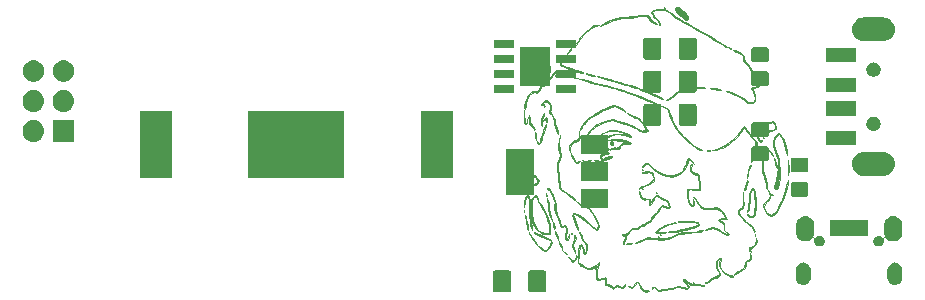
<source format=gbr>
G04 #@! TF.GenerationSoftware,KiCad,Pcbnew,(5.1.4)-1*
G04 #@! TF.CreationDate,2020-06-27T20:58:05-05:00*
G04 #@! TF.ProjectId,NiteLite,4e697465-4c69-4746-952e-6b696361645f,rev?*
G04 #@! TF.SameCoordinates,Original*
G04 #@! TF.FileFunction,Soldermask,Top*
G04 #@! TF.FilePolarity,Negative*
%FSLAX46Y46*%
G04 Gerber Fmt 4.6, Leading zero omitted, Abs format (unit mm)*
G04 Created by KiCad (PCBNEW (5.1.4)-1) date 2020-06-27 20:58:05*
%MOMM*%
%LPD*%
G04 APERTURE LIST*
%ADD10C,0.010000*%
%ADD11C,0.100000*%
G04 APERTURE END LIST*
D10*
G36*
X141792667Y-104227000D02*
G01*
X141750333Y-104269333D01*
X141708000Y-104227000D01*
X141750333Y-104184666D01*
X141792667Y-104227000D01*
X141792667Y-104227000D01*
G37*
X141792667Y-104227000D02*
X141750333Y-104269333D01*
X141708000Y-104227000D01*
X141750333Y-104184666D01*
X141792667Y-104227000D01*
G36*
X143066272Y-104244226D02*
G01*
X143283817Y-104397711D01*
X143498212Y-104607324D01*
X143675776Y-104835274D01*
X143782829Y-105043764D01*
X143785691Y-105195001D01*
X143783287Y-105199122D01*
X143670023Y-105279591D01*
X143495956Y-105235051D01*
X143248106Y-105059809D01*
X143042576Y-104874345D01*
X142789724Y-104598190D01*
X142670744Y-104384869D01*
X142687944Y-104244130D01*
X142843634Y-104185724D01*
X142879258Y-104184666D01*
X143066272Y-104244226D01*
X143066272Y-104244226D01*
G37*
X143066272Y-104244226D02*
X143283817Y-104397711D01*
X143498212Y-104607324D01*
X143675776Y-104835274D01*
X143782829Y-105043764D01*
X143785691Y-105195001D01*
X143783287Y-105199122D01*
X143670023Y-105279591D01*
X143495956Y-105235051D01*
X143248106Y-105059809D01*
X143042576Y-104874345D01*
X142789724Y-104598190D01*
X142670744Y-104384869D01*
X142687944Y-104244130D01*
X142843634Y-104185724D01*
X142879258Y-104184666D01*
X143066272Y-104244226D01*
G36*
X140085117Y-104821700D02*
G01*
X140269705Y-104850003D01*
X140327547Y-104855522D01*
X140432525Y-104929252D01*
X140540195Y-105094501D01*
X140691764Y-105288045D01*
X140915815Y-105455240D01*
X140946982Y-105471434D01*
X141132784Y-105572408D01*
X141170505Y-105615318D01*
X141072172Y-105597230D01*
X140849809Y-105515212D01*
X140819294Y-105502579D01*
X140574140Y-105341063D01*
X140476321Y-105172491D01*
X140398268Y-105026187D01*
X140239290Y-104944874D01*
X139976700Y-104925253D01*
X139587814Y-104964026D01*
X139330130Y-105005822D01*
X138929504Y-105065077D01*
X138508451Y-105109942D01*
X138194333Y-105129172D01*
X137846465Y-105161369D01*
X137507271Y-105251548D01*
X137107773Y-105418801D01*
X137051333Y-105445518D01*
X136751318Y-105588738D01*
X136510750Y-105703353D01*
X136369982Y-105770146D01*
X136352833Y-105778176D01*
X136289970Y-105764075D01*
X136289333Y-105757277D01*
X136360836Y-105701973D01*
X136552423Y-105595750D01*
X136829710Y-105457069D01*
X136987833Y-105382216D01*
X137402557Y-105203761D01*
X137735693Y-105099741D01*
X138048205Y-105053198D01*
X138194333Y-105046569D01*
X138550991Y-105023122D01*
X138973706Y-104972765D01*
X139323117Y-104915085D01*
X139644993Y-104859541D01*
X139914097Y-104825791D01*
X140076739Y-104820416D01*
X140085117Y-104821700D01*
X140085117Y-104821700D01*
G37*
X140085117Y-104821700D02*
X140269705Y-104850003D01*
X140327547Y-104855522D01*
X140432525Y-104929252D01*
X140540195Y-105094501D01*
X140691764Y-105288045D01*
X140915815Y-105455240D01*
X140946982Y-105471434D01*
X141132784Y-105572408D01*
X141170505Y-105615318D01*
X141072172Y-105597230D01*
X140849809Y-105515212D01*
X140819294Y-105502579D01*
X140574140Y-105341063D01*
X140476321Y-105172491D01*
X140398268Y-105026187D01*
X140239290Y-104944874D01*
X139976700Y-104925253D01*
X139587814Y-104964026D01*
X139330130Y-105005822D01*
X138929504Y-105065077D01*
X138508451Y-105109942D01*
X138194333Y-105129172D01*
X137846465Y-105161369D01*
X137507271Y-105251548D01*
X137107773Y-105418801D01*
X137051333Y-105445518D01*
X136751318Y-105588738D01*
X136510750Y-105703353D01*
X136369982Y-105770146D01*
X136352833Y-105778176D01*
X136289970Y-105764075D01*
X136289333Y-105757277D01*
X136360836Y-105701973D01*
X136552423Y-105595750D01*
X136829710Y-105457069D01*
X136987833Y-105382216D01*
X137402557Y-105203761D01*
X137735693Y-105099741D01*
X138048205Y-105053198D01*
X138194333Y-105046569D01*
X138550991Y-105023122D01*
X138973706Y-104972765D01*
X139323117Y-104915085D01*
X139644993Y-104859541D01*
X139914097Y-104825791D01*
X140076739Y-104820416D01*
X140085117Y-104821700D01*
G36*
X141640843Y-104349225D02*
G01*
X141969130Y-104429640D01*
X142197447Y-104566147D01*
X142298387Y-104669344D01*
X142454636Y-104804855D01*
X142725023Y-104992426D01*
X143072453Y-105207942D01*
X143459831Y-105427289D01*
X143486000Y-105441368D01*
X143838229Y-105630619D01*
X144131281Y-105789682D01*
X144395970Y-105936166D01*
X144663108Y-106087682D01*
X144963509Y-106261841D01*
X145327984Y-106476252D01*
X145787348Y-106748528D01*
X146145457Y-106961338D01*
X146561654Y-107212047D01*
X146842170Y-107389523D01*
X146999493Y-107502505D01*
X147046111Y-107559736D01*
X147016910Y-107571333D01*
X146939932Y-107529873D01*
X146741421Y-107414705D01*
X146444805Y-107239649D01*
X146073508Y-107018524D01*
X145683410Y-106784667D01*
X145174338Y-106482674D01*
X144631619Y-106167622D01*
X144105507Y-105868243D01*
X143646257Y-105613271D01*
X143443667Y-105504119D01*
X143055242Y-105286346D01*
X142697784Y-105064733D01*
X142412437Y-104866086D01*
X142246914Y-104724451D01*
X142018324Y-104523932D01*
X141783466Y-104437594D01*
X141654247Y-104425498D01*
X141236816Y-104424878D01*
X140956558Y-104465496D01*
X140791194Y-104546410D01*
X140724940Y-104638735D01*
X140802383Y-104733064D01*
X140819833Y-104746078D01*
X140912045Y-104866531D01*
X140907148Y-104941033D01*
X140921408Y-105019565D01*
X140974973Y-105031333D01*
X141088697Y-105093323D01*
X141216662Y-105243007D01*
X141325815Y-105425953D01*
X141383101Y-105587733D01*
X141362983Y-105670258D01*
X141297081Y-105673919D01*
X141297344Y-105651459D01*
X141269386Y-105486898D01*
X141157786Y-105289042D01*
X141010532Y-105131121D01*
X140927160Y-105086541D01*
X140813527Y-105019537D01*
X140809549Y-104961958D01*
X140796355Y-104848755D01*
X140738434Y-104780736D01*
X140642895Y-104637504D01*
X140690484Y-104508024D01*
X140855001Y-104404824D01*
X141110245Y-104340433D01*
X141430015Y-104327379D01*
X141640843Y-104349225D01*
X141640843Y-104349225D01*
G37*
X141640843Y-104349225D02*
X141969130Y-104429640D01*
X142197447Y-104566147D01*
X142298387Y-104669344D01*
X142454636Y-104804855D01*
X142725023Y-104992426D01*
X143072453Y-105207942D01*
X143459831Y-105427289D01*
X143486000Y-105441368D01*
X143838229Y-105630619D01*
X144131281Y-105789682D01*
X144395970Y-105936166D01*
X144663108Y-106087682D01*
X144963509Y-106261841D01*
X145327984Y-106476252D01*
X145787348Y-106748528D01*
X146145457Y-106961338D01*
X146561654Y-107212047D01*
X146842170Y-107389523D01*
X146999493Y-107502505D01*
X147046111Y-107559736D01*
X147016910Y-107571333D01*
X146939932Y-107529873D01*
X146741421Y-107414705D01*
X146444805Y-107239649D01*
X146073508Y-107018524D01*
X145683410Y-106784667D01*
X145174338Y-106482674D01*
X144631619Y-106167622D01*
X144105507Y-105868243D01*
X143646257Y-105613271D01*
X143443667Y-105504119D01*
X143055242Y-105286346D01*
X142697784Y-105064733D01*
X142412437Y-104866086D01*
X142246914Y-104724451D01*
X142018324Y-104523932D01*
X141783466Y-104437594D01*
X141654247Y-104425498D01*
X141236816Y-104424878D01*
X140956558Y-104465496D01*
X140791194Y-104546410D01*
X140724940Y-104638735D01*
X140802383Y-104733064D01*
X140819833Y-104746078D01*
X140912045Y-104866531D01*
X140907148Y-104941033D01*
X140921408Y-105019565D01*
X140974973Y-105031333D01*
X141088697Y-105093323D01*
X141216662Y-105243007D01*
X141325815Y-105425953D01*
X141383101Y-105587733D01*
X141362983Y-105670258D01*
X141297081Y-105673919D01*
X141297344Y-105651459D01*
X141269386Y-105486898D01*
X141157786Y-105289042D01*
X141010532Y-105131121D01*
X140927160Y-105086541D01*
X140813527Y-105019537D01*
X140809549Y-104961958D01*
X140796355Y-104848755D01*
X140738434Y-104780736D01*
X140642895Y-104637504D01*
X140690484Y-104508024D01*
X140855001Y-104404824D01*
X141110245Y-104340433D01*
X141430015Y-104327379D01*
X141640843Y-104349225D01*
G36*
X135976830Y-105721352D02*
G01*
X136247000Y-105734038D01*
X135993000Y-105770465D01*
X135746321Y-105848830D01*
X135569667Y-105958866D01*
X135366769Y-106114474D01*
X135222552Y-106202258D01*
X135093711Y-106313009D01*
X134908717Y-106526373D01*
X134701884Y-106801821D01*
X134643957Y-106885693D01*
X134441845Y-107173326D01*
X134259233Y-107414104D01*
X134128035Y-107566483D01*
X134104396Y-107588021D01*
X134058835Y-107602758D01*
X134111579Y-107506342D01*
X134156266Y-107444333D01*
X134309986Y-107230506D01*
X134504366Y-106948327D01*
X134637871Y-106748728D01*
X134856418Y-106467411D01*
X135108148Y-106214857D01*
X135263312Y-106095992D01*
X135475202Y-105951387D01*
X135622253Y-105831168D01*
X135652213Y-105796764D01*
X135766888Y-105739011D01*
X135968864Y-105721017D01*
X135976830Y-105721352D01*
X135976830Y-105721352D01*
G37*
X135976830Y-105721352D02*
X136247000Y-105734038D01*
X135993000Y-105770465D01*
X135746321Y-105848830D01*
X135569667Y-105958866D01*
X135366769Y-106114474D01*
X135222552Y-106202258D01*
X135093711Y-106313009D01*
X134908717Y-106526373D01*
X134701884Y-106801821D01*
X134643957Y-106885693D01*
X134441845Y-107173326D01*
X134259233Y-107414104D01*
X134128035Y-107566483D01*
X134104396Y-107588021D01*
X134058835Y-107602758D01*
X134111579Y-107506342D01*
X134156266Y-107444333D01*
X134309986Y-107230506D01*
X134504366Y-106948327D01*
X134637871Y-106748728D01*
X134856418Y-106467411D01*
X135108148Y-106214857D01*
X135263312Y-106095992D01*
X135475202Y-105951387D01*
X135622253Y-105831168D01*
X135652213Y-105796764D01*
X135766888Y-105739011D01*
X135968864Y-105721017D01*
X135976830Y-105721352D01*
G36*
X147308139Y-107616082D02*
G01*
X147380667Y-107656000D01*
X147448436Y-107723087D01*
X147423000Y-107738073D01*
X147283861Y-107695917D01*
X147211333Y-107656000D01*
X147143564Y-107588912D01*
X147169000Y-107573926D01*
X147308139Y-107616082D01*
X147308139Y-107616082D01*
G37*
X147308139Y-107616082D02*
X147380667Y-107656000D01*
X147448436Y-107723087D01*
X147423000Y-107738073D01*
X147283861Y-107695917D01*
X147211333Y-107656000D01*
X147143564Y-107588912D01*
X147169000Y-107573926D01*
X147308139Y-107616082D01*
G36*
X133872413Y-107715952D02*
G01*
X133780997Y-107864572D01*
X133749333Y-107910000D01*
X133620971Y-108075769D01*
X133534820Y-108160967D01*
X133526136Y-108164000D01*
X133541586Y-108104047D01*
X133633002Y-107955427D01*
X133664667Y-107910000D01*
X133793029Y-107744230D01*
X133879180Y-107659032D01*
X133887864Y-107656000D01*
X133872413Y-107715952D01*
X133872413Y-107715952D01*
G37*
X133872413Y-107715952D02*
X133780997Y-107864572D01*
X133749333Y-107910000D01*
X133620971Y-108075769D01*
X133534820Y-108160967D01*
X133526136Y-108164000D01*
X133541586Y-108104047D01*
X133633002Y-107955427D01*
X133664667Y-107910000D01*
X133793029Y-107744230D01*
X133879180Y-107659032D01*
X133887864Y-107656000D01*
X133872413Y-107715952D01*
G36*
X133466189Y-108309089D02*
G01*
X133350950Y-108492033D01*
X133173713Y-108735592D01*
X132967095Y-109010850D01*
X133294714Y-109150733D01*
X133529660Y-109242513D01*
X133864321Y-109362722D01*
X134236780Y-109489308D01*
X134342000Y-109523731D01*
X134636619Y-109624758D01*
X134835123Y-109704077D01*
X134911773Y-109750711D01*
X134892333Y-109758454D01*
X134731147Y-109732442D01*
X134466334Y-109662485D01*
X134153119Y-109563293D01*
X134130333Y-109555471D01*
X133707234Y-109403309D01*
X133346954Y-109262103D01*
X133077185Y-109143643D01*
X132925617Y-109059718D01*
X132902667Y-109032815D01*
X132947827Y-108946999D01*
X133059842Y-108779475D01*
X133203514Y-108578693D01*
X133343645Y-108393102D01*
X133445038Y-108271150D01*
X133472349Y-108248666D01*
X133466189Y-108309089D01*
X133466189Y-108309089D01*
G37*
X133466189Y-108309089D02*
X133350950Y-108492033D01*
X133173713Y-108735592D01*
X132967095Y-109010850D01*
X133294714Y-109150733D01*
X133529660Y-109242513D01*
X133864321Y-109362722D01*
X134236780Y-109489308D01*
X134342000Y-109523731D01*
X134636619Y-109624758D01*
X134835123Y-109704077D01*
X134911773Y-109750711D01*
X134892333Y-109758454D01*
X134731147Y-109732442D01*
X134466334Y-109662485D01*
X134153119Y-109563293D01*
X134130333Y-109555471D01*
X133707234Y-109403309D01*
X133346954Y-109262103D01*
X133077185Y-109143643D01*
X132925617Y-109059718D01*
X132902667Y-109032815D01*
X132947827Y-108946999D01*
X133059842Y-108779475D01*
X133203514Y-108578693D01*
X133343645Y-108393102D01*
X133445038Y-108271150D01*
X133472349Y-108248666D01*
X133466189Y-108309089D01*
G36*
X135274034Y-109808309D02*
G01*
X135495348Y-109856666D01*
X135613209Y-109890892D01*
X135797878Y-109958232D01*
X135859276Y-110001724D01*
X135823667Y-110010659D01*
X135627598Y-109987292D01*
X135378738Y-109929455D01*
X135358000Y-109923418D01*
X135189095Y-109860073D01*
X135136448Y-109811621D01*
X135147542Y-109803651D01*
X135274034Y-109808309D01*
X135274034Y-109808309D01*
G37*
X135274034Y-109808309D02*
X135495348Y-109856666D01*
X135613209Y-109890892D01*
X135797878Y-109958232D01*
X135859276Y-110001724D01*
X135823667Y-110010659D01*
X135627598Y-109987292D01*
X135378738Y-109929455D01*
X135358000Y-109923418D01*
X135189095Y-109860073D01*
X135136448Y-109811621D01*
X135147542Y-109803651D01*
X135274034Y-109808309D01*
G36*
X132564000Y-109984333D02*
G01*
X132521667Y-110026666D01*
X132479333Y-109984333D01*
X132521667Y-109942000D01*
X132564000Y-109984333D01*
X132564000Y-109984333D01*
G37*
X132564000Y-109984333D02*
X132521667Y-110026666D01*
X132479333Y-109984333D01*
X132521667Y-109942000D01*
X132564000Y-109984333D01*
G36*
X132598210Y-109550795D02*
G01*
X132713520Y-109591812D01*
X132951261Y-109672783D01*
X133273020Y-109780711D01*
X133530593Y-109866305D01*
X133866375Y-109982148D01*
X134122573Y-110079619D01*
X134269831Y-110146938D01*
X134289932Y-110171022D01*
X134179247Y-110157072D01*
X133948815Y-110097475D01*
X133638499Y-110003131D01*
X133455624Y-109942886D01*
X133116286Y-109831519D01*
X132833364Y-109744832D01*
X132647992Y-109695136D01*
X132603973Y-109688000D01*
X132500127Y-109751677D01*
X132350825Y-109912559D01*
X132281189Y-110004494D01*
X132149570Y-110177268D01*
X132068469Y-110260208D01*
X132056000Y-110256678D01*
X132102648Y-110126709D01*
X132217443Y-109941905D01*
X132362665Y-109751374D01*
X132500593Y-109604225D01*
X132593504Y-109549565D01*
X132598210Y-109550795D01*
X132598210Y-109550795D01*
G37*
X132598210Y-109550795D02*
X132713520Y-109591812D01*
X132951261Y-109672783D01*
X133273020Y-109780711D01*
X133530593Y-109866305D01*
X133866375Y-109982148D01*
X134122573Y-110079619D01*
X134269831Y-110146938D01*
X134289932Y-110171022D01*
X134179247Y-110157072D01*
X133948815Y-110097475D01*
X133638499Y-110003131D01*
X133455624Y-109942886D01*
X133116286Y-109831519D01*
X132833364Y-109744832D01*
X132647992Y-109695136D01*
X132603973Y-109688000D01*
X132500127Y-109751677D01*
X132350825Y-109912559D01*
X132281189Y-110004494D01*
X132149570Y-110177268D01*
X132068469Y-110260208D01*
X132056000Y-110256678D01*
X132102648Y-110126709D01*
X132217443Y-109941905D01*
X132362665Y-109751374D01*
X132500593Y-109604225D01*
X132593504Y-109549565D01*
X132598210Y-109550795D01*
G36*
X147665183Y-107781162D02*
G01*
X147850871Y-107840592D01*
X147896833Y-107859162D01*
X148172503Y-108013191D01*
X148392484Y-108205941D01*
X148522620Y-108400540D01*
X148534442Y-108547449D01*
X148562312Y-108707534D01*
X148736217Y-108948216D01*
X148819354Y-109038591D01*
X149023219Y-109281810D01*
X149180633Y-109523720D01*
X149235019Y-109645666D01*
X149325918Y-109970235D01*
X149378400Y-110216400D01*
X149385984Y-110350502D01*
X149373559Y-110365333D01*
X149327002Y-110293140D01*
X149279675Y-110132500D01*
X149174445Y-109731927D01*
X149048723Y-109439776D01*
X148871968Y-109195431D01*
X148736180Y-109053827D01*
X148526545Y-108821053D01*
X148442406Y-108645222D01*
X148445964Y-108547396D01*
X148420165Y-108343607D01*
X148234176Y-108150160D01*
X147883571Y-107962584D01*
X147855250Y-107950602D01*
X147664685Y-107859397D01*
X147571082Y-107791202D01*
X147570182Y-107776928D01*
X147665183Y-107781162D01*
X147665183Y-107781162D01*
G37*
X147665183Y-107781162D02*
X147850871Y-107840592D01*
X147896833Y-107859162D01*
X148172503Y-108013191D01*
X148392484Y-108205941D01*
X148522620Y-108400540D01*
X148534442Y-108547449D01*
X148562312Y-108707534D01*
X148736217Y-108948216D01*
X148819354Y-109038591D01*
X149023219Y-109281810D01*
X149180633Y-109523720D01*
X149235019Y-109645666D01*
X149325918Y-109970235D01*
X149378400Y-110216400D01*
X149385984Y-110350502D01*
X149373559Y-110365333D01*
X149327002Y-110293140D01*
X149279675Y-110132500D01*
X149174445Y-109731927D01*
X149048723Y-109439776D01*
X148871968Y-109195431D01*
X148736180Y-109053827D01*
X148526545Y-108821053D01*
X148442406Y-108645222D01*
X148445964Y-108547396D01*
X148420165Y-108343607D01*
X148234176Y-108150160D01*
X147883571Y-107962584D01*
X147855250Y-107950602D01*
X147664685Y-107859397D01*
X147571082Y-107791202D01*
X147570182Y-107776928D01*
X147665183Y-107781162D01*
G36*
X149457154Y-110476570D02*
G01*
X149518500Y-110523866D01*
X149650129Y-110647447D01*
X149649557Y-110702609D01*
X149634700Y-110704000D01*
X149564026Y-110646140D01*
X149486533Y-110555833D01*
X149413310Y-110455546D01*
X149457154Y-110476570D01*
X149457154Y-110476570D01*
G37*
X149457154Y-110476570D02*
X149518500Y-110523866D01*
X149650129Y-110647447D01*
X149649557Y-110702609D01*
X149634700Y-110704000D01*
X149564026Y-110646140D01*
X149486533Y-110555833D01*
X149413310Y-110455546D01*
X149457154Y-110476570D01*
G36*
X131941240Y-108915372D02*
G01*
X132030993Y-109101442D01*
X132059379Y-109192550D01*
X132109890Y-109435027D01*
X132088570Y-109601175D01*
X131984807Y-109772549D01*
X131983717Y-109774024D01*
X131874323Y-109981620D01*
X131892105Y-110100442D01*
X131903923Y-110131608D01*
X131833573Y-110076987D01*
X131749138Y-109979924D01*
X131774285Y-109883075D01*
X131871837Y-109769078D01*
X131999380Y-109558114D01*
X131998099Y-109316893D01*
X131932729Y-109070771D01*
X131845534Y-108987074D01*
X131715676Y-109058899D01*
X131599311Y-109184770D01*
X131427688Y-109462463D01*
X131386989Y-109761174D01*
X131386998Y-109761379D01*
X131357780Y-110049400D01*
X131267831Y-110315788D01*
X131265704Y-110319770D01*
X131191502Y-110535489D01*
X131258547Y-110659718D01*
X131472601Y-110702539D01*
X131484500Y-110702703D01*
X131610186Y-110743773D01*
X131632667Y-110788666D01*
X131598898Y-110860884D01*
X131479403Y-110841184D01*
X131275910Y-110741851D01*
X131116498Y-110604320D01*
X131107867Y-110431060D01*
X131239260Y-110209434D01*
X131293786Y-110052152D01*
X131308702Y-109820459D01*
X131307347Y-109795612D01*
X131338653Y-109560331D01*
X131440644Y-109296670D01*
X131584196Y-109055605D01*
X131740181Y-108888113D01*
X131852585Y-108841333D01*
X131941240Y-108915372D01*
X131941240Y-108915372D01*
G37*
X131941240Y-108915372D02*
X132030993Y-109101442D01*
X132059379Y-109192550D01*
X132109890Y-109435027D01*
X132088570Y-109601175D01*
X131984807Y-109772549D01*
X131983717Y-109774024D01*
X131874323Y-109981620D01*
X131892105Y-110100442D01*
X131903923Y-110131608D01*
X131833573Y-110076987D01*
X131749138Y-109979924D01*
X131774285Y-109883075D01*
X131871837Y-109769078D01*
X131999380Y-109558114D01*
X131998099Y-109316893D01*
X131932729Y-109070771D01*
X131845534Y-108987074D01*
X131715676Y-109058899D01*
X131599311Y-109184770D01*
X131427688Y-109462463D01*
X131386989Y-109761174D01*
X131386998Y-109761379D01*
X131357780Y-110049400D01*
X131267831Y-110315788D01*
X131265704Y-110319770D01*
X131191502Y-110535489D01*
X131258547Y-110659718D01*
X131472601Y-110702539D01*
X131484500Y-110702703D01*
X131610186Y-110743773D01*
X131632667Y-110788666D01*
X131598898Y-110860884D01*
X131479403Y-110841184D01*
X131275910Y-110741851D01*
X131116498Y-110604320D01*
X131107867Y-110431060D01*
X131239260Y-110209434D01*
X131293786Y-110052152D01*
X131308702Y-109820459D01*
X131307347Y-109795612D01*
X131338653Y-109560331D01*
X131440644Y-109296670D01*
X131584196Y-109055605D01*
X131740181Y-108888113D01*
X131852585Y-108841333D01*
X131941240Y-108915372D01*
G36*
X145080226Y-110977755D02*
G01*
X145115833Y-110980673D01*
X145200209Y-110994637D01*
X145131855Y-111005581D01*
X144927369Y-111012011D01*
X144756000Y-111013082D01*
X144481251Y-111009900D01*
X144333162Y-111001350D01*
X144328329Y-110988926D01*
X144396167Y-110980673D01*
X144733340Y-110967349D01*
X145080226Y-110977755D01*
X145080226Y-110977755D01*
G37*
X145080226Y-110977755D02*
X145115833Y-110980673D01*
X145200209Y-110994637D01*
X145131855Y-111005581D01*
X144927369Y-111012011D01*
X144756000Y-111013082D01*
X144481251Y-111009900D01*
X144333162Y-111001350D01*
X144328329Y-110988926D01*
X144396167Y-110980673D01*
X144733340Y-110967349D01*
X145080226Y-110977755D01*
G36*
X136170069Y-110047753D02*
G01*
X136394454Y-110096256D01*
X136721720Y-110177517D01*
X137122327Y-110283205D01*
X137566735Y-110404991D01*
X138025402Y-110534544D01*
X138468789Y-110663534D01*
X138867356Y-110783631D01*
X139191561Y-110886504D01*
X139411866Y-110963823D01*
X139496554Y-111004332D01*
X139488305Y-111037858D01*
X139339589Y-111017281D01*
X139044893Y-110941309D01*
X138598705Y-110808650D01*
X138406000Y-110748672D01*
X137938886Y-110605490D01*
X137432593Y-110455836D01*
X136967645Y-110323319D01*
X136780414Y-110272089D01*
X136460672Y-110181932D01*
X136218991Y-110105249D01*
X136089785Y-110053396D01*
X136078106Y-110040338D01*
X136170069Y-110047753D01*
X136170069Y-110047753D01*
G37*
X136170069Y-110047753D02*
X136394454Y-110096256D01*
X136721720Y-110177517D01*
X137122327Y-110283205D01*
X137566735Y-110404991D01*
X138025402Y-110534544D01*
X138468789Y-110663534D01*
X138867356Y-110783631D01*
X139191561Y-110886504D01*
X139411866Y-110963823D01*
X139496554Y-111004332D01*
X139488305Y-111037858D01*
X139339589Y-111017281D01*
X139044893Y-110941309D01*
X138598705Y-110808650D01*
X138406000Y-110748672D01*
X137938886Y-110605490D01*
X137432593Y-110455836D01*
X136967645Y-110323319D01*
X136780414Y-110272089D01*
X136460672Y-110181932D01*
X136218991Y-110105249D01*
X136089785Y-110053396D01*
X136078106Y-110040338D01*
X136170069Y-110047753D01*
G36*
X134596000Y-110238074D02*
G01*
X134811012Y-110289333D01*
X135126807Y-110369224D01*
X135511256Y-110469121D01*
X135932231Y-110580396D01*
X136357601Y-110694423D01*
X136755239Y-110802575D01*
X137093014Y-110896225D01*
X137338798Y-110966745D01*
X137460461Y-111005510D01*
X137467611Y-111009120D01*
X137465922Y-111036371D01*
X137360198Y-111028936D01*
X137137161Y-110983987D01*
X136783534Y-110898693D01*
X136286041Y-110770224D01*
X136035333Y-110703865D01*
X135586106Y-110581951D01*
X135180615Y-110467476D01*
X134854105Y-110370716D01*
X134641823Y-110301947D01*
X134596000Y-110284234D01*
X134384333Y-110191223D01*
X134596000Y-110238074D01*
X134596000Y-110238074D01*
G37*
X134596000Y-110238074D02*
X134811012Y-110289333D01*
X135126807Y-110369224D01*
X135511256Y-110469121D01*
X135932231Y-110580396D01*
X136357601Y-110694423D01*
X136755239Y-110802575D01*
X137093014Y-110896225D01*
X137338798Y-110966745D01*
X137460461Y-111005510D01*
X137467611Y-111009120D01*
X137465922Y-111036371D01*
X137360198Y-111028936D01*
X137137161Y-110983987D01*
X136783534Y-110898693D01*
X136286041Y-110770224D01*
X136035333Y-110703865D01*
X135586106Y-110581951D01*
X135180615Y-110467476D01*
X134854105Y-110370716D01*
X134641823Y-110301947D01*
X134596000Y-110284234D01*
X134384333Y-110191223D01*
X134596000Y-110238074D01*
G36*
X145765717Y-110996659D02*
G01*
X146023112Y-111039168D01*
X146430207Y-111124858D01*
X146449333Y-111129104D01*
X146587946Y-111168453D01*
X146575085Y-111188139D01*
X146427561Y-111187329D01*
X146162183Y-111165188D01*
X146026000Y-111150080D01*
X145803252Y-111105097D01*
X145655528Y-111041864D01*
X145647646Y-111035042D01*
X145644926Y-110995796D01*
X145765717Y-110996659D01*
X145765717Y-110996659D01*
G37*
X145765717Y-110996659D02*
X146023112Y-111039168D01*
X146430207Y-111124858D01*
X146449333Y-111129104D01*
X146587946Y-111168453D01*
X146575085Y-111188139D01*
X146427561Y-111187329D01*
X146162183Y-111165188D01*
X146026000Y-111150080D01*
X145803252Y-111105097D01*
X145655528Y-111041864D01*
X145647646Y-111035042D01*
X145644926Y-110995796D01*
X145765717Y-110996659D01*
G36*
X139709456Y-111078601D02*
G01*
X139899850Y-111132736D01*
X139980293Y-111160627D01*
X140204577Y-111249765D01*
X140489946Y-111374191D01*
X140803078Y-111517846D01*
X141110649Y-111664671D01*
X141379338Y-111798607D01*
X141575820Y-111903597D01*
X141666774Y-111963581D01*
X141663278Y-111971670D01*
X141549649Y-111938346D01*
X141328194Y-111848059D01*
X141042854Y-111718953D01*
X140985945Y-111691963D01*
X140631306Y-111527989D01*
X140272504Y-111370888D01*
X139991612Y-111256406D01*
X139769408Y-111164491D01*
X139636778Y-111094898D01*
X139618572Y-111071872D01*
X139709456Y-111078601D01*
X139709456Y-111078601D01*
G37*
X139709456Y-111078601D02*
X139899850Y-111132736D01*
X139980293Y-111160627D01*
X140204577Y-111249765D01*
X140489946Y-111374191D01*
X140803078Y-111517846D01*
X141110649Y-111664671D01*
X141379338Y-111798607D01*
X141575820Y-111903597D01*
X141666774Y-111963581D01*
X141663278Y-111971670D01*
X141549649Y-111938346D01*
X141328194Y-111848059D01*
X141042854Y-111718953D01*
X140985945Y-111691963D01*
X140631306Y-111527989D01*
X140272504Y-111370888D01*
X139991612Y-111256406D01*
X139769408Y-111164491D01*
X139636778Y-111094898D01*
X139618572Y-111071872D01*
X139709456Y-111078601D01*
G36*
X143943598Y-111055682D02*
G01*
X143943029Y-111056641D01*
X143834994Y-111108287D01*
X143660676Y-111127333D01*
X143285800Y-111193678D01*
X142919291Y-111367737D01*
X142640044Y-111612034D01*
X142352677Y-111892448D01*
X142048952Y-112036875D01*
X141919667Y-112051950D01*
X141876936Y-112029439D01*
X141980280Y-111971396D01*
X142063712Y-111939344D01*
X142329426Y-111796249D01*
X142575097Y-111590059D01*
X142606538Y-111554771D01*
X142808167Y-111356421D01*
X143016037Y-111211438D01*
X143055159Y-111193118D01*
X143269347Y-111123197D01*
X143513441Y-111067091D01*
X143739286Y-111032202D01*
X143898724Y-111025931D01*
X143943598Y-111055682D01*
X143943598Y-111055682D01*
G37*
X143943598Y-111055682D02*
X143943029Y-111056641D01*
X143834994Y-111108287D01*
X143660676Y-111127333D01*
X143285800Y-111193678D01*
X142919291Y-111367737D01*
X142640044Y-111612034D01*
X142352677Y-111892448D01*
X142048952Y-112036875D01*
X141919667Y-112051950D01*
X141876936Y-112029439D01*
X141980280Y-111971396D01*
X142063712Y-111939344D01*
X142329426Y-111796249D01*
X142575097Y-111590059D01*
X142606538Y-111554771D01*
X142808167Y-111356421D01*
X143016037Y-111211438D01*
X143055159Y-111193118D01*
X143269347Y-111123197D01*
X143513441Y-111067091D01*
X143739286Y-111032202D01*
X143898724Y-111025931D01*
X143943598Y-111055682D01*
G36*
X149748578Y-110838276D02*
G01*
X149751333Y-110858913D01*
X149677393Y-110926029D01*
X149495801Y-110986473D01*
X149459609Y-110993882D01*
X149167884Y-111048610D01*
X149338018Y-111336965D01*
X149475132Y-111725883D01*
X149481576Y-111947827D01*
X149454134Y-112152308D01*
X149382603Y-112249537D01*
X149215473Y-112286757D01*
X149101913Y-112296038D01*
X148820064Y-112285479D01*
X148678580Y-112207123D01*
X148496140Y-112019131D01*
X148180017Y-111810708D01*
X147761372Y-111600162D01*
X147383553Y-111446186D01*
X147131010Y-111346420D01*
X146995395Y-111279521D01*
X146994195Y-111255005D01*
X147042000Y-111260307D01*
X147368959Y-111350646D01*
X147757119Y-111507821D01*
X148143187Y-111701437D01*
X148463873Y-111901100D01*
X148591529Y-112004433D01*
X148888222Y-112190990D01*
X149120695Y-112228000D01*
X149313963Y-112215457D01*
X149395088Y-112143794D01*
X149412543Y-111961962D01*
X149412667Y-111920493D01*
X149365900Y-111638106D01*
X149251521Y-111353775D01*
X149233675Y-111323373D01*
X149116978Y-111113004D01*
X149113011Y-110998127D01*
X149236196Y-110936364D01*
X149375179Y-110907525D01*
X149572614Y-110861850D01*
X149681900Y-110821584D01*
X149748578Y-110838276D01*
X149748578Y-110838276D01*
G37*
X149748578Y-110838276D02*
X149751333Y-110858913D01*
X149677393Y-110926029D01*
X149495801Y-110986473D01*
X149459609Y-110993882D01*
X149167884Y-111048610D01*
X149338018Y-111336965D01*
X149475132Y-111725883D01*
X149481576Y-111947827D01*
X149454134Y-112152308D01*
X149382603Y-112249537D01*
X149215473Y-112286757D01*
X149101913Y-112296038D01*
X148820064Y-112285479D01*
X148678580Y-112207123D01*
X148496140Y-112019131D01*
X148180017Y-111810708D01*
X147761372Y-111600162D01*
X147383553Y-111446186D01*
X147131010Y-111346420D01*
X146995395Y-111279521D01*
X146994195Y-111255005D01*
X147042000Y-111260307D01*
X147368959Y-111350646D01*
X147757119Y-111507821D01*
X148143187Y-111701437D01*
X148463873Y-111901100D01*
X148591529Y-112004433D01*
X148888222Y-112190990D01*
X149120695Y-112228000D01*
X149313963Y-112215457D01*
X149395088Y-112143794D01*
X149412543Y-111961962D01*
X149412667Y-111920493D01*
X149365900Y-111638106D01*
X149251521Y-111353775D01*
X149233675Y-111323373D01*
X149116978Y-111113004D01*
X149113011Y-110998127D01*
X149236196Y-110936364D01*
X149375179Y-110907525D01*
X149572614Y-110861850D01*
X149681900Y-110821584D01*
X149748578Y-110838276D01*
G36*
X131298648Y-110940208D02*
G01*
X131250355Y-111106917D01*
X131223702Y-111169666D01*
X131095585Y-111378438D01*
X130969374Y-111465499D01*
X130872555Y-111415614D01*
X130854258Y-111374441D01*
X130766320Y-111346239D01*
X130570952Y-111427309D01*
X130552038Y-111437941D01*
X130332669Y-111643454D01*
X130153631Y-111957255D01*
X130044148Y-112318661D01*
X130024000Y-112534418D01*
X129995481Y-112704141D01*
X129951564Y-112770774D01*
X129911214Y-112733773D01*
X129916537Y-112585271D01*
X130043576Y-112057531D01*
X130229389Y-111649038D01*
X130462417Y-111383568D01*
X130662147Y-111260167D01*
X130803831Y-111246882D01*
X130876734Y-111280806D01*
X130989747Y-111321138D01*
X131066562Y-111241269D01*
X131113255Y-111123674D01*
X131196440Y-110949269D01*
X131276968Y-110873436D01*
X131279271Y-110873333D01*
X131298648Y-110940208D01*
X131298648Y-110940208D01*
G37*
X131298648Y-110940208D02*
X131250355Y-111106917D01*
X131223702Y-111169666D01*
X131095585Y-111378438D01*
X130969374Y-111465499D01*
X130872555Y-111415614D01*
X130854258Y-111374441D01*
X130766320Y-111346239D01*
X130570952Y-111427309D01*
X130552038Y-111437941D01*
X130332669Y-111643454D01*
X130153631Y-111957255D01*
X130044148Y-112318661D01*
X130024000Y-112534418D01*
X129995481Y-112704141D01*
X129951564Y-112770774D01*
X129911214Y-112733773D01*
X129916537Y-112585271D01*
X130043576Y-112057531D01*
X130229389Y-111649038D01*
X130462417Y-111383568D01*
X130662147Y-111260167D01*
X130803831Y-111246882D01*
X130876734Y-111280806D01*
X130989747Y-111321138D01*
X131066562Y-111241269D01*
X131113255Y-111123674D01*
X131196440Y-110949269D01*
X131276968Y-110873436D01*
X131279271Y-110873333D01*
X131298648Y-110940208D01*
G36*
X131807110Y-113566141D02*
G01*
X131845758Y-113713383D01*
X131808597Y-113853953D01*
X131792354Y-113871991D01*
X131727100Y-113917994D01*
X131752242Y-113857833D01*
X131784845Y-113708576D01*
X131715002Y-113644999D01*
X131594499Y-113706249D01*
X131577534Y-113725766D01*
X131494512Y-113822898D01*
X131500975Y-113784410D01*
X131546308Y-113688500D01*
X131642274Y-113543452D01*
X131711254Y-113498000D01*
X131807110Y-113566141D01*
X131807110Y-113566141D01*
G37*
X131807110Y-113566141D02*
X131845758Y-113713383D01*
X131808597Y-113853953D01*
X131792354Y-113871991D01*
X131727100Y-113917994D01*
X131752242Y-113857833D01*
X131784845Y-113708576D01*
X131715002Y-113644999D01*
X131594499Y-113706249D01*
X131577534Y-113725766D01*
X131494512Y-113822898D01*
X131500975Y-113784410D01*
X131546308Y-113688500D01*
X131642274Y-113543452D01*
X131711254Y-113498000D01*
X131807110Y-113566141D01*
G36*
X130532000Y-114048333D02*
G01*
X130489667Y-114090666D01*
X130447333Y-114048333D01*
X130489667Y-114006000D01*
X130532000Y-114048333D01*
X130532000Y-114048333D01*
G37*
X130532000Y-114048333D02*
X130489667Y-114090666D01*
X130447333Y-114048333D01*
X130489667Y-114006000D01*
X130532000Y-114048333D01*
G36*
X129923324Y-113434500D02*
G01*
X129946325Y-113741493D01*
X129989003Y-113938405D01*
X130041862Y-114009852D01*
X130095408Y-113940452D01*
X130132362Y-113773166D01*
X130156341Y-113619275D01*
X130163021Y-113628203D01*
X130158893Y-113787813D01*
X130116339Y-113976942D01*
X130028309Y-114073786D01*
X129932619Y-114050725D01*
X129892470Y-113982393D01*
X129871933Y-113835036D01*
X129867814Y-113581915D01*
X129876417Y-113361519D01*
X129907315Y-112863000D01*
X129923324Y-113434500D01*
X129923324Y-113434500D01*
G37*
X129923324Y-113434500D02*
X129946325Y-113741493D01*
X129989003Y-113938405D01*
X130041862Y-114009852D01*
X130095408Y-113940452D01*
X130132362Y-113773166D01*
X130156341Y-113619275D01*
X130163021Y-113628203D01*
X130158893Y-113787813D01*
X130116339Y-113976942D01*
X130028309Y-114073786D01*
X129932619Y-114050725D01*
X129892470Y-113982393D01*
X129871933Y-113835036D01*
X129867814Y-113581915D01*
X129876417Y-113361519D01*
X129907315Y-112863000D01*
X129923324Y-113434500D01*
G36*
X131609990Y-113186081D02*
G01*
X131534067Y-113399369D01*
X131506280Y-113467257D01*
X131434688Y-113717265D01*
X131423466Y-113937270D01*
X131428474Y-113963301D01*
X131432125Y-114134837D01*
X131385527Y-114213426D01*
X131320520Y-114186071D01*
X131300020Y-114004790D01*
X131300279Y-113989830D01*
X131341355Y-113729490D01*
X131435289Y-113435852D01*
X131463333Y-113371000D01*
X131570082Y-113161718D01*
X131620481Y-113103471D01*
X131609990Y-113186081D01*
X131609990Y-113186081D01*
G37*
X131609990Y-113186081D02*
X131534067Y-113399369D01*
X131506280Y-113467257D01*
X131434688Y-113717265D01*
X131423466Y-113937270D01*
X131428474Y-113963301D01*
X131432125Y-114134837D01*
X131385527Y-114213426D01*
X131320520Y-114186071D01*
X131300020Y-114004790D01*
X131300279Y-113989830D01*
X131341355Y-113729490D01*
X131435289Y-113435852D01*
X131463333Y-113371000D01*
X131570082Y-113161718D01*
X131620481Y-113103471D01*
X131609990Y-113186081D01*
G36*
X137726314Y-112531222D02*
G01*
X137992188Y-112653883D01*
X138248525Y-112812476D01*
X138428409Y-112969492D01*
X138455770Y-113007735D01*
X138451956Y-113044006D01*
X138357054Y-112979043D01*
X138092217Y-112795906D01*
X137793827Y-112649263D01*
X137531824Y-112571635D01*
X137470183Y-112566666D01*
X137291749Y-112605371D01*
X137039860Y-112704014D01*
X136894478Y-112775243D01*
X136583205Y-112935451D01*
X136223582Y-113113845D01*
X136035333Y-113204446D01*
X135725901Y-113374363D01*
X135445071Y-113569325D01*
X135223630Y-113762698D01*
X135092369Y-113927852D01*
X135078043Y-114032497D01*
X135073996Y-114075982D01*
X135035897Y-114058570D01*
X134939076Y-114088520D01*
X134812891Y-114249256D01*
X134772557Y-114320655D01*
X134671291Y-114495320D01*
X134610500Y-114567001D01*
X134602742Y-114556333D01*
X134666133Y-114367248D01*
X134854324Y-114081579D01*
X135107380Y-113770608D01*
X135305925Y-113593260D01*
X135611564Y-113380531D01*
X135986462Y-113152649D01*
X136392782Y-112929841D01*
X136792688Y-112732335D01*
X137148342Y-112580358D01*
X137421909Y-112494137D01*
X137517820Y-112482000D01*
X137726314Y-112531222D01*
X137726314Y-112531222D01*
G37*
X137726314Y-112531222D02*
X137992188Y-112653883D01*
X138248525Y-112812476D01*
X138428409Y-112969492D01*
X138455770Y-113007735D01*
X138451956Y-113044006D01*
X138357054Y-112979043D01*
X138092217Y-112795906D01*
X137793827Y-112649263D01*
X137531824Y-112571635D01*
X137470183Y-112566666D01*
X137291749Y-112605371D01*
X137039860Y-112704014D01*
X136894478Y-112775243D01*
X136583205Y-112935451D01*
X136223582Y-113113845D01*
X136035333Y-113204446D01*
X135725901Y-113374363D01*
X135445071Y-113569325D01*
X135223630Y-113762698D01*
X135092369Y-113927852D01*
X135078043Y-114032497D01*
X135073996Y-114075982D01*
X135035897Y-114058570D01*
X134939076Y-114088520D01*
X134812891Y-114249256D01*
X134772557Y-114320655D01*
X134671291Y-114495320D01*
X134610500Y-114567001D01*
X134602742Y-114556333D01*
X134666133Y-114367248D01*
X134854324Y-114081579D01*
X135107380Y-113770608D01*
X135305925Y-113593260D01*
X135611564Y-113380531D01*
X135986462Y-113152649D01*
X136392782Y-112929841D01*
X136792688Y-112732335D01*
X137148342Y-112580358D01*
X137421909Y-112494137D01*
X137517820Y-112482000D01*
X137726314Y-112531222D01*
G36*
X130335397Y-113404823D02*
G01*
X130358388Y-113599614D01*
X130362667Y-113752000D01*
X130371974Y-114006658D01*
X130410488Y-114133610D01*
X130494095Y-114173956D01*
X130526294Y-114175333D01*
X130657039Y-114237757D01*
X130757059Y-114376946D01*
X130783705Y-114520777D01*
X130759128Y-114569094D01*
X130704523Y-114536832D01*
X130663926Y-114444855D01*
X130549408Y-114287787D01*
X130453391Y-114237052D01*
X130351903Y-114169638D01*
X130293518Y-114007854D01*
X130265696Y-113762191D01*
X130259892Y-113517802D01*
X130277514Y-113360563D01*
X130299167Y-113328614D01*
X130335397Y-113404823D01*
X130335397Y-113404823D01*
G37*
X130335397Y-113404823D02*
X130358388Y-113599614D01*
X130362667Y-113752000D01*
X130371974Y-114006658D01*
X130410488Y-114133610D01*
X130494095Y-114173956D01*
X130526294Y-114175333D01*
X130657039Y-114237757D01*
X130757059Y-114376946D01*
X130783705Y-114520777D01*
X130759128Y-114569094D01*
X130704523Y-114536832D01*
X130663926Y-114444855D01*
X130549408Y-114287787D01*
X130453391Y-114237052D01*
X130351903Y-114169638D01*
X130293518Y-114007854D01*
X130265696Y-113762191D01*
X130259892Y-113517802D01*
X130277514Y-113360563D01*
X130299167Y-113328614D01*
X130335397Y-113404823D01*
G36*
X134567778Y-114711555D02*
G01*
X134577911Y-114812035D01*
X134567778Y-114824444D01*
X134517443Y-114812822D01*
X134511333Y-114768000D01*
X134542311Y-114698309D01*
X134567778Y-114711555D01*
X134567778Y-114711555D01*
G37*
X134567778Y-114711555D02*
X134577911Y-114812035D01*
X134567778Y-114824444D01*
X134517443Y-114812822D01*
X134511333Y-114768000D01*
X134542311Y-114698309D01*
X134567778Y-114711555D01*
G36*
X131924654Y-112153673D02*
G01*
X132078569Y-112306746D01*
X132160712Y-112527509D01*
X132136975Y-112793756D01*
X132129895Y-112815171D01*
X132081899Y-113009563D01*
X132127846Y-113148066D01*
X132258388Y-113285149D01*
X132444354Y-113553330D01*
X132479333Y-113747049D01*
X132509811Y-113974772D01*
X132587637Y-114272602D01*
X132646657Y-114444545D01*
X132743825Y-114721526D01*
X132782513Y-114876719D01*
X132764537Y-114899299D01*
X132691715Y-114778441D01*
X132617108Y-114620696D01*
X132517125Y-114339307D01*
X132430880Y-113999628D01*
X132405318Y-113860865D01*
X132309525Y-113497249D01*
X132152888Y-113271265D01*
X132140638Y-113261001D01*
X132013313Y-113133526D01*
X131991906Y-112999531D01*
X132041355Y-112826282D01*
X132085805Y-112528208D01*
X131997944Y-112303472D01*
X131846685Y-112198284D01*
X131668604Y-112176574D01*
X131529560Y-112230266D01*
X131470866Y-112325972D01*
X131533839Y-112430303D01*
X131548000Y-112439666D01*
X131624419Y-112562266D01*
X131625982Y-112592830D01*
X131605553Y-112643187D01*
X131576593Y-112587833D01*
X131464936Y-112491291D01*
X131410965Y-112482000D01*
X131332336Y-112447968D01*
X131373336Y-112322627D01*
X131537931Y-112139409D01*
X131733073Y-112090492D01*
X131924654Y-112153673D01*
X131924654Y-112153673D01*
G37*
X131924654Y-112153673D02*
X132078569Y-112306746D01*
X132160712Y-112527509D01*
X132136975Y-112793756D01*
X132129895Y-112815171D01*
X132081899Y-113009563D01*
X132127846Y-113148066D01*
X132258388Y-113285149D01*
X132444354Y-113553330D01*
X132479333Y-113747049D01*
X132509811Y-113974772D01*
X132587637Y-114272602D01*
X132646657Y-114444545D01*
X132743825Y-114721526D01*
X132782513Y-114876719D01*
X132764537Y-114899299D01*
X132691715Y-114778441D01*
X132617108Y-114620696D01*
X132517125Y-114339307D01*
X132430880Y-113999628D01*
X132405318Y-113860865D01*
X132309525Y-113497249D01*
X132152888Y-113271265D01*
X132140638Y-113261001D01*
X132013313Y-113133526D01*
X131991906Y-112999531D01*
X132041355Y-112826282D01*
X132085805Y-112528208D01*
X131997944Y-112303472D01*
X131846685Y-112198284D01*
X131668604Y-112176574D01*
X131529560Y-112230266D01*
X131470866Y-112325972D01*
X131533839Y-112430303D01*
X131548000Y-112439666D01*
X131624419Y-112562266D01*
X131625982Y-112592830D01*
X131605553Y-112643187D01*
X131576593Y-112587833D01*
X131464936Y-112491291D01*
X131410965Y-112482000D01*
X131332336Y-112447968D01*
X131373336Y-112322627D01*
X131537931Y-112139409D01*
X131733073Y-112090492D01*
X131924654Y-112153673D01*
G36*
X151061617Y-113942379D02*
G01*
X151141094Y-114076668D01*
X151230256Y-114324582D01*
X151185139Y-114497177D01*
X150992340Y-114618574D01*
X150808701Y-114674744D01*
X150540904Y-114777273D01*
X150339769Y-114916865D01*
X150306459Y-114956184D01*
X150212665Y-115063899D01*
X150174667Y-115056803D01*
X150243375Y-114899613D01*
X150407350Y-114736704D01*
X150603365Y-114621971D01*
X150712116Y-114598666D01*
X150937216Y-114550451D01*
X151053745Y-114489391D01*
X151150099Y-114389318D01*
X151143477Y-114260917D01*
X151095418Y-114143586D01*
X150991843Y-113978963D01*
X150852806Y-113940877D01*
X150750491Y-113956528D01*
X150480595Y-114012445D01*
X150258558Y-114058056D01*
X150013590Y-114062613D01*
X149877558Y-114005356D01*
X149721518Y-113952939D01*
X149589367Y-114045469D01*
X149504225Y-114258563D01*
X149485803Y-114418533D01*
X149472739Y-114587593D01*
X149451519Y-114590830D01*
X149436453Y-114526554D01*
X149428323Y-114246262D01*
X149501320Y-114023264D01*
X149631490Y-113889209D01*
X149794878Y-113875746D01*
X149888289Y-113929595D01*
X150054444Y-113984002D01*
X150258558Y-113973390D01*
X150540913Y-113915546D01*
X150760694Y-113870364D01*
X150943564Y-113857538D01*
X151061617Y-113942379D01*
X151061617Y-113942379D01*
G37*
X151061617Y-113942379D02*
X151141094Y-114076668D01*
X151230256Y-114324582D01*
X151185139Y-114497177D01*
X150992340Y-114618574D01*
X150808701Y-114674744D01*
X150540904Y-114777273D01*
X150339769Y-114916865D01*
X150306459Y-114956184D01*
X150212665Y-115063899D01*
X150174667Y-115056803D01*
X150243375Y-114899613D01*
X150407350Y-114736704D01*
X150603365Y-114621971D01*
X150712116Y-114598666D01*
X150937216Y-114550451D01*
X151053745Y-114489391D01*
X151150099Y-114389318D01*
X151143477Y-114260917D01*
X151095418Y-114143586D01*
X150991843Y-113978963D01*
X150852806Y-113940877D01*
X150750491Y-113956528D01*
X150480595Y-114012445D01*
X150258558Y-114058056D01*
X150013590Y-114062613D01*
X149877558Y-114005356D01*
X149721518Y-113952939D01*
X149589367Y-114045469D01*
X149504225Y-114258563D01*
X149485803Y-114418533D01*
X149472739Y-114587593D01*
X149451519Y-114590830D01*
X149436453Y-114526554D01*
X149428323Y-114246262D01*
X149501320Y-114023264D01*
X149631490Y-113889209D01*
X149794878Y-113875746D01*
X149888289Y-113929595D01*
X150054444Y-113984002D01*
X150258558Y-113973390D01*
X150540913Y-113915546D01*
X150760694Y-113870364D01*
X150943564Y-113857538D01*
X151061617Y-113942379D01*
G36*
X150174667Y-115233666D02*
G01*
X150132333Y-115276000D01*
X150090000Y-115233666D01*
X150132333Y-115191333D01*
X150174667Y-115233666D01*
X150174667Y-115233666D01*
G37*
X150174667Y-115233666D02*
X150132333Y-115276000D01*
X150090000Y-115233666D01*
X150132333Y-115191333D01*
X150174667Y-115233666D01*
G36*
X130844324Y-114766242D02*
G01*
X130887759Y-114936317D01*
X130904533Y-115030466D01*
X130931483Y-115256287D01*
X130931511Y-115400106D01*
X130924214Y-115420008D01*
X130889472Y-115369334D01*
X130845401Y-115198495D01*
X130828333Y-115106666D01*
X130800231Y-114881207D01*
X130800888Y-114736985D01*
X130808653Y-114717125D01*
X130844324Y-114766242D01*
X130844324Y-114766242D01*
G37*
X130844324Y-114766242D02*
X130887759Y-114936317D01*
X130904533Y-115030466D01*
X130931483Y-115256287D01*
X130931511Y-115400106D01*
X130924214Y-115420008D01*
X130889472Y-115369334D01*
X130845401Y-115198495D01*
X130828333Y-115106666D01*
X130800231Y-114881207D01*
X130800888Y-114736985D01*
X130808653Y-114717125D01*
X130844324Y-114766242D01*
G36*
X149561541Y-114852913D02*
G01*
X149628629Y-115019458D01*
X149658997Y-115114453D01*
X149742907Y-115336620D01*
X149833217Y-115423804D01*
X149920227Y-115420916D01*
X150034409Y-115422794D01*
X150032274Y-115497249D01*
X149985354Y-115600696D01*
X149975108Y-115612092D01*
X149902788Y-115573608D01*
X149821184Y-115526772D01*
X149719711Y-115413327D01*
X149615519Y-115221248D01*
X149534837Y-115012979D01*
X149503892Y-114850968D01*
X149517663Y-114804114D01*
X149561541Y-114852913D01*
X149561541Y-114852913D01*
G37*
X149561541Y-114852913D02*
X149628629Y-115019458D01*
X149658997Y-115114453D01*
X149742907Y-115336620D01*
X149833217Y-115423804D01*
X149920227Y-115420916D01*
X150034409Y-115422794D01*
X150032274Y-115497249D01*
X149985354Y-115600696D01*
X149975108Y-115612092D01*
X149902788Y-115573608D01*
X149821184Y-115526772D01*
X149719711Y-115413327D01*
X149615519Y-115221248D01*
X149534837Y-115012979D01*
X149503892Y-114850968D01*
X149517663Y-114804114D01*
X149561541Y-114852913D01*
G36*
X131754225Y-114133000D02*
G01*
X131634766Y-114487704D01*
X131536696Y-114792029D01*
X131429019Y-115142680D01*
X131403143Y-115228409D01*
X131282511Y-115565668D01*
X131170080Y-115741626D01*
X131060053Y-115763738D01*
X131013542Y-115729319D01*
X130957397Y-115597377D01*
X130956630Y-115579388D01*
X130992821Y-115558213D01*
X131041296Y-115614666D01*
X131120869Y-115699095D01*
X131196025Y-115631653D01*
X131207241Y-115614666D01*
X131270656Y-115463775D01*
X131345048Y-115212297D01*
X131390529Y-115022000D01*
X131479188Y-114695609D01*
X131592123Y-114386086D01*
X131651594Y-114260000D01*
X131736168Y-114116316D01*
X131764049Y-114096649D01*
X131754225Y-114133000D01*
X131754225Y-114133000D01*
G37*
X131754225Y-114133000D02*
X131634766Y-114487704D01*
X131536696Y-114792029D01*
X131429019Y-115142680D01*
X131403143Y-115228409D01*
X131282511Y-115565668D01*
X131170080Y-115741626D01*
X131060053Y-115763738D01*
X131013542Y-115729319D01*
X130957397Y-115597377D01*
X130956630Y-115579388D01*
X130992821Y-115558213D01*
X131041296Y-115614666D01*
X131120869Y-115699095D01*
X131196025Y-115631653D01*
X131207241Y-115614666D01*
X131270656Y-115463775D01*
X131345048Y-115212297D01*
X131390529Y-115022000D01*
X131479188Y-114695609D01*
X131592123Y-114386086D01*
X131651594Y-114260000D01*
X131736168Y-114116316D01*
X131764049Y-114096649D01*
X131754225Y-114133000D01*
G36*
X137376331Y-115571330D02*
G01*
X137399556Y-115590356D01*
X137446959Y-115723866D01*
X137385206Y-115841883D01*
X137305333Y-115868666D01*
X137196745Y-115806992D01*
X137173774Y-115776622D01*
X137163883Y-115647499D01*
X137253462Y-115560869D01*
X137376331Y-115571330D01*
X137376331Y-115571330D01*
G37*
X137376331Y-115571330D02*
X137399556Y-115590356D01*
X137446959Y-115723866D01*
X137385206Y-115841883D01*
X137305333Y-115868666D01*
X137196745Y-115806992D01*
X137173774Y-115776622D01*
X137163883Y-115647499D01*
X137253462Y-115560869D01*
X137376331Y-115571330D01*
G36*
X137706872Y-111057635D02*
G01*
X137942606Y-111117214D01*
X138283955Y-111226121D01*
X138706376Y-111374586D01*
X139185326Y-111552840D01*
X139696264Y-111751117D01*
X140214648Y-111959646D01*
X140715935Y-112168660D01*
X141175584Y-112368390D01*
X141569052Y-112549067D01*
X141871797Y-112700923D01*
X142059277Y-112814190D01*
X142096320Y-112846307D01*
X142173815Y-112985767D01*
X142261598Y-113218807D01*
X142294828Y-113328666D01*
X142537812Y-113933277D01*
X142931046Y-114563186D01*
X143461736Y-115197955D01*
X143470890Y-115207634D01*
X143906595Y-115637698D01*
X144283754Y-115940870D01*
X144628791Y-116136728D01*
X144820689Y-116207696D01*
X144959132Y-116257089D01*
X144940304Y-116280024D01*
X144878409Y-116284722D01*
X144709941Y-116244396D01*
X144471781Y-116133401D01*
X144328076Y-116047954D01*
X143980884Y-115782515D01*
X143591750Y-115421379D01*
X143204058Y-115010936D01*
X142861191Y-114597573D01*
X142606533Y-114227676D01*
X142576711Y-114175333D01*
X142407478Y-113835749D01*
X142251569Y-113471600D01*
X142181187Y-113277527D01*
X142041269Y-112845388D01*
X140922134Y-112338044D01*
X140389334Y-112107650D01*
X139782043Y-111862625D01*
X139177599Y-111633308D01*
X138685456Y-111460616D01*
X138285524Y-111325182D01*
X137953780Y-111207104D01*
X137718050Y-111116737D01*
X137606163Y-111064437D01*
X137601293Y-111057151D01*
X137706872Y-111057635D01*
X137706872Y-111057635D01*
G37*
X137706872Y-111057635D02*
X137942606Y-111117214D01*
X138283955Y-111226121D01*
X138706376Y-111374586D01*
X139185326Y-111552840D01*
X139696264Y-111751117D01*
X140214648Y-111959646D01*
X140715935Y-112168660D01*
X141175584Y-112368390D01*
X141569052Y-112549067D01*
X141871797Y-112700923D01*
X142059277Y-112814190D01*
X142096320Y-112846307D01*
X142173815Y-112985767D01*
X142261598Y-113218807D01*
X142294828Y-113328666D01*
X142537812Y-113933277D01*
X142931046Y-114563186D01*
X143461736Y-115197955D01*
X143470890Y-115207634D01*
X143906595Y-115637698D01*
X144283754Y-115940870D01*
X144628791Y-116136728D01*
X144820689Y-116207696D01*
X144959132Y-116257089D01*
X144940304Y-116280024D01*
X144878409Y-116284722D01*
X144709941Y-116244396D01*
X144471781Y-116133401D01*
X144328076Y-116047954D01*
X143980884Y-115782515D01*
X143591750Y-115421379D01*
X143204058Y-115010936D01*
X142861191Y-114597573D01*
X142606533Y-114227676D01*
X142576711Y-114175333D01*
X142407478Y-113835749D01*
X142251569Y-113471600D01*
X142181187Y-113277527D01*
X142041269Y-112845388D01*
X140922134Y-112338044D01*
X140389334Y-112107650D01*
X139782043Y-111862625D01*
X139177599Y-111633308D01*
X138685456Y-111460616D01*
X138285524Y-111325182D01*
X137953780Y-111207104D01*
X137718050Y-111116737D01*
X137606163Y-111064437D01*
X137601293Y-111057151D01*
X137706872Y-111057635D01*
G36*
X138643014Y-113152714D02*
G01*
X138817210Y-113217649D01*
X138977500Y-113292100D01*
X139234607Y-113413948D01*
X139446365Y-113504959D01*
X139521797Y-113531934D01*
X139623218Y-113614335D01*
X139782054Y-113796757D01*
X139966277Y-114035438D01*
X140143860Y-114286615D01*
X140282774Y-114506527D01*
X140350992Y-114651411D01*
X140353339Y-114668153D01*
X140278471Y-114703403D01*
X140092445Y-114719483D01*
X140030331Y-114719341D01*
X139647603Y-114631088D01*
X139331825Y-114455184D01*
X139054061Y-114292208D01*
X138774330Y-114170585D01*
X138660000Y-114138129D01*
X138415647Y-114077446D01*
X138094374Y-113982648D01*
X137855667Y-113904643D01*
X137347667Y-113730380D01*
X136723977Y-113921763D01*
X136292924Y-114091184D01*
X135906893Y-114311524D01*
X135588855Y-114561394D01*
X135361781Y-114819402D01*
X135248642Y-115064157D01*
X135272138Y-115273765D01*
X135421620Y-115418854D01*
X135638056Y-115414861D01*
X135925706Y-115261128D01*
X136069945Y-115150796D01*
X136588721Y-114808865D01*
X137124151Y-114628537D01*
X137697546Y-114605728D01*
X138292080Y-114724823D01*
X138533785Y-114814904D01*
X138741938Y-114923046D01*
X138891148Y-115028834D01*
X138956028Y-115111855D01*
X138911187Y-115151697D01*
X138815245Y-115145450D01*
X138617998Y-115108165D01*
X138337140Y-115049673D01*
X138179094Y-115015082D01*
X137917624Y-114968281D01*
X137693559Y-114967034D01*
X137437076Y-115016979D01*
X137163094Y-115097125D01*
X136790019Y-115228466D01*
X136505141Y-115358696D01*
X136332475Y-115474529D01*
X136296037Y-115562680D01*
X136303681Y-115572569D01*
X136402165Y-115571350D01*
X136592377Y-115513510D01*
X136654614Y-115488778D01*
X136993188Y-115403037D01*
X137437143Y-115369429D01*
X137930618Y-115388365D01*
X138417753Y-115460257D01*
X138485345Y-115475289D01*
X138799839Y-115567177D01*
X138958456Y-115653553D01*
X138959062Y-115724773D01*
X138799525Y-115771195D01*
X138553646Y-115784000D01*
X138281272Y-115792719D01*
X138125841Y-115832580D01*
X138035291Y-115924141D01*
X137993790Y-116005065D01*
X137886165Y-116163114D01*
X137729403Y-116192429D01*
X137663601Y-116182265D01*
X137436516Y-116177029D01*
X137285068Y-116218179D01*
X137161091Y-116253292D01*
X137136000Y-116219490D01*
X137208517Y-116140195D01*
X137377606Y-116083590D01*
X137570571Y-116067593D01*
X137673303Y-116087048D01*
X137815483Y-116057514D01*
X137943768Y-115917639D01*
X138058660Y-115783315D01*
X138212991Y-115715927D01*
X138466425Y-115692037D01*
X138521571Y-115690657D01*
X138956333Y-115681981D01*
X138448333Y-115567351D01*
X137986007Y-115489175D01*
X137527710Y-115457168D01*
X137119627Y-115471197D01*
X136807941Y-115531129D01*
X136712667Y-115572333D01*
X136479900Y-115672152D01*
X136289364Y-115697206D01*
X136180857Y-115648531D01*
X136179379Y-115558444D01*
X136193580Y-115462741D01*
X136113221Y-115487351D01*
X136042239Y-115513876D01*
X136063555Y-115480074D01*
X136170536Y-115401458D01*
X136190555Y-115395806D01*
X136293973Y-115358089D01*
X136494663Y-115269981D01*
X136628000Y-115207927D01*
X137170817Y-114989588D01*
X137654110Y-114892331D01*
X138132580Y-114912233D01*
X138660929Y-115045374D01*
X138702333Y-115059219D01*
X138738556Y-115058537D01*
X138645200Y-114993772D01*
X138536311Y-114931123D01*
X138122520Y-114774531D01*
X137636569Y-114699368D01*
X137151248Y-114711063D01*
X136776359Y-114799871D01*
X136489463Y-114944824D01*
X136186959Y-115147007D01*
X136078592Y-115234781D01*
X135774300Y-115452878D01*
X135524377Y-115519785D01*
X135312303Y-115438088D01*
X135236491Y-115366734D01*
X135142827Y-115210534D01*
X135152092Y-115037818D01*
X135274621Y-114822737D01*
X135520748Y-114539443D01*
X135599866Y-114457915D01*
X135834503Y-114237273D01*
X136055729Y-114084001D01*
X136323330Y-113964798D01*
X136697093Y-113846363D01*
X136698643Y-113845915D01*
X137392296Y-113645481D01*
X137877981Y-113818308D01*
X138198588Y-113924085D01*
X138504566Y-114011605D01*
X138660000Y-114047759D01*
X138896418Y-114127679D01*
X139189176Y-114272996D01*
X139381641Y-114390951D01*
X139696690Y-114574340D01*
X139923017Y-114636251D01*
X139995474Y-114628217D01*
X140142130Y-114578359D01*
X140184000Y-114548102D01*
X140136143Y-114429572D01*
X140014778Y-114234576D01*
X139853209Y-114007775D01*
X139684745Y-113793829D01*
X139542691Y-113637396D01*
X139463996Y-113582666D01*
X139320839Y-113548618D01*
X139107277Y-113463821D01*
X138876957Y-113354294D01*
X138683527Y-113246057D01*
X138580635Y-113165131D01*
X138575333Y-113151653D01*
X138643014Y-113152714D01*
X138643014Y-113152714D01*
G37*
X138643014Y-113152714D02*
X138817210Y-113217649D01*
X138977500Y-113292100D01*
X139234607Y-113413948D01*
X139446365Y-113504959D01*
X139521797Y-113531934D01*
X139623218Y-113614335D01*
X139782054Y-113796757D01*
X139966277Y-114035438D01*
X140143860Y-114286615D01*
X140282774Y-114506527D01*
X140350992Y-114651411D01*
X140353339Y-114668153D01*
X140278471Y-114703403D01*
X140092445Y-114719483D01*
X140030331Y-114719341D01*
X139647603Y-114631088D01*
X139331825Y-114455184D01*
X139054061Y-114292208D01*
X138774330Y-114170585D01*
X138660000Y-114138129D01*
X138415647Y-114077446D01*
X138094374Y-113982648D01*
X137855667Y-113904643D01*
X137347667Y-113730380D01*
X136723977Y-113921763D01*
X136292924Y-114091184D01*
X135906893Y-114311524D01*
X135588855Y-114561394D01*
X135361781Y-114819402D01*
X135248642Y-115064157D01*
X135272138Y-115273765D01*
X135421620Y-115418854D01*
X135638056Y-115414861D01*
X135925706Y-115261128D01*
X136069945Y-115150796D01*
X136588721Y-114808865D01*
X137124151Y-114628537D01*
X137697546Y-114605728D01*
X138292080Y-114724823D01*
X138533785Y-114814904D01*
X138741938Y-114923046D01*
X138891148Y-115028834D01*
X138956028Y-115111855D01*
X138911187Y-115151697D01*
X138815245Y-115145450D01*
X138617998Y-115108165D01*
X138337140Y-115049673D01*
X138179094Y-115015082D01*
X137917624Y-114968281D01*
X137693559Y-114967034D01*
X137437076Y-115016979D01*
X137163094Y-115097125D01*
X136790019Y-115228466D01*
X136505141Y-115358696D01*
X136332475Y-115474529D01*
X136296037Y-115562680D01*
X136303681Y-115572569D01*
X136402165Y-115571350D01*
X136592377Y-115513510D01*
X136654614Y-115488778D01*
X136993188Y-115403037D01*
X137437143Y-115369429D01*
X137930618Y-115388365D01*
X138417753Y-115460257D01*
X138485345Y-115475289D01*
X138799839Y-115567177D01*
X138958456Y-115653553D01*
X138959062Y-115724773D01*
X138799525Y-115771195D01*
X138553646Y-115784000D01*
X138281272Y-115792719D01*
X138125841Y-115832580D01*
X138035291Y-115924141D01*
X137993790Y-116005065D01*
X137886165Y-116163114D01*
X137729403Y-116192429D01*
X137663601Y-116182265D01*
X137436516Y-116177029D01*
X137285068Y-116218179D01*
X137161091Y-116253292D01*
X137136000Y-116219490D01*
X137208517Y-116140195D01*
X137377606Y-116083590D01*
X137570571Y-116067593D01*
X137673303Y-116087048D01*
X137815483Y-116057514D01*
X137943768Y-115917639D01*
X138058660Y-115783315D01*
X138212991Y-115715927D01*
X138466425Y-115692037D01*
X138521571Y-115690657D01*
X138956333Y-115681981D01*
X138448333Y-115567351D01*
X137986007Y-115489175D01*
X137527710Y-115457168D01*
X137119627Y-115471197D01*
X136807941Y-115531129D01*
X136712667Y-115572333D01*
X136479900Y-115672152D01*
X136289364Y-115697206D01*
X136180857Y-115648531D01*
X136179379Y-115558444D01*
X136193580Y-115462741D01*
X136113221Y-115487351D01*
X136042239Y-115513876D01*
X136063555Y-115480074D01*
X136170536Y-115401458D01*
X136190555Y-115395806D01*
X136293973Y-115358089D01*
X136494663Y-115269981D01*
X136628000Y-115207927D01*
X137170817Y-114989588D01*
X137654110Y-114892331D01*
X138132580Y-114912233D01*
X138660929Y-115045374D01*
X138702333Y-115059219D01*
X138738556Y-115058537D01*
X138645200Y-114993772D01*
X138536311Y-114931123D01*
X138122520Y-114774531D01*
X137636569Y-114699368D01*
X137151248Y-114711063D01*
X136776359Y-114799871D01*
X136489463Y-114944824D01*
X136186959Y-115147007D01*
X136078592Y-115234781D01*
X135774300Y-115452878D01*
X135524377Y-115519785D01*
X135312303Y-115438088D01*
X135236491Y-115366734D01*
X135142827Y-115210534D01*
X135152092Y-115037818D01*
X135274621Y-114822737D01*
X135520748Y-114539443D01*
X135599866Y-114457915D01*
X135834503Y-114237273D01*
X136055729Y-114084001D01*
X136323330Y-113964798D01*
X136697093Y-113846363D01*
X136698643Y-113845915D01*
X137392296Y-113645481D01*
X137877981Y-113818308D01*
X138198588Y-113924085D01*
X138504566Y-114011605D01*
X138660000Y-114047759D01*
X138896418Y-114127679D01*
X139189176Y-114272996D01*
X139381641Y-114390951D01*
X139696690Y-114574340D01*
X139923017Y-114636251D01*
X139995474Y-114628217D01*
X140142130Y-114578359D01*
X140184000Y-114548102D01*
X140136143Y-114429572D01*
X140014778Y-114234576D01*
X139853209Y-114007775D01*
X139684745Y-113793829D01*
X139542691Y-113637396D01*
X139463996Y-113582666D01*
X139320839Y-113548618D01*
X139107277Y-113463821D01*
X138876957Y-113354294D01*
X138683527Y-113246057D01*
X138580635Y-113165131D01*
X138575333Y-113151653D01*
X138643014Y-113152714D01*
G36*
X145625445Y-116321130D02*
G01*
X145628259Y-116348925D01*
X145495717Y-116360277D01*
X145475667Y-116360161D01*
X145344352Y-116347952D01*
X145356887Y-116322183D01*
X145371445Y-116317993D01*
X145555875Y-116305598D01*
X145625445Y-116321130D01*
X145625445Y-116321130D01*
G37*
X145625445Y-116321130D02*
X145628259Y-116348925D01*
X145495717Y-116360277D01*
X145475667Y-116360161D01*
X145344352Y-116347952D01*
X145356887Y-116322183D01*
X145371445Y-116317993D01*
X145555875Y-116305598D01*
X145625445Y-116321130D01*
G36*
X137051333Y-116196966D02*
G01*
X136985146Y-116286010D01*
X136949733Y-116292000D01*
X136890829Y-116316990D01*
X136949733Y-116393600D01*
X137044929Y-116535926D01*
X136983328Y-116614423D01*
X136846591Y-116630666D01*
X136564183Y-116665892D01*
X136402110Y-116763277D01*
X136374000Y-116845686D01*
X136443227Y-116950590D01*
X136593643Y-117027590D01*
X136739354Y-117039522D01*
X136775491Y-117019397D01*
X136756070Y-116970772D01*
X136705611Y-116960893D01*
X136670578Y-116939316D01*
X136755285Y-116899372D01*
X136913237Y-116854936D01*
X137097938Y-116819887D01*
X137216433Y-116808439D01*
X137347125Y-116824896D01*
X137343433Y-116873413D01*
X137214142Y-116944085D01*
X136985681Y-117034894D01*
X136721467Y-117124392D01*
X136484916Y-117191135D01*
X136339445Y-117213675D01*
X136337751Y-117213511D01*
X136327105Y-117189638D01*
X136401255Y-117163797D01*
X136507614Y-117123793D01*
X136469597Y-117062627D01*
X136408665Y-117016529D01*
X136306909Y-116869917D01*
X136350982Y-116719881D01*
X136522559Y-116604554D01*
X136619762Y-116577280D01*
X136792281Y-116510594D01*
X136829574Y-116423229D01*
X136853477Y-116290404D01*
X136920480Y-116210531D01*
X137028875Y-116152270D01*
X137051333Y-116196966D01*
X137051333Y-116196966D01*
G37*
X137051333Y-116196966D02*
X136985146Y-116286010D01*
X136949733Y-116292000D01*
X136890829Y-116316990D01*
X136949733Y-116393600D01*
X137044929Y-116535926D01*
X136983328Y-116614423D01*
X136846591Y-116630666D01*
X136564183Y-116665892D01*
X136402110Y-116763277D01*
X136374000Y-116845686D01*
X136443227Y-116950590D01*
X136593643Y-117027590D01*
X136739354Y-117039522D01*
X136775491Y-117019397D01*
X136756070Y-116970772D01*
X136705611Y-116960893D01*
X136670578Y-116939316D01*
X136755285Y-116899372D01*
X136913237Y-116854936D01*
X137097938Y-116819887D01*
X137216433Y-116808439D01*
X137347125Y-116824896D01*
X137343433Y-116873413D01*
X137214142Y-116944085D01*
X136985681Y-117034894D01*
X136721467Y-117124392D01*
X136484916Y-117191135D01*
X136339445Y-117213675D01*
X136337751Y-117213511D01*
X136327105Y-117189638D01*
X136401255Y-117163797D01*
X136507614Y-117123793D01*
X136469597Y-117062627D01*
X136408665Y-117016529D01*
X136306909Y-116869917D01*
X136350982Y-116719881D01*
X136522559Y-116604554D01*
X136619762Y-116577280D01*
X136792281Y-116510594D01*
X136829574Y-116423229D01*
X136853477Y-116290404D01*
X136920480Y-116210531D01*
X137028875Y-116152270D01*
X137051333Y-116196966D01*
G36*
X135995562Y-117118434D02*
G01*
X136152981Y-117159680D01*
X136204667Y-117190870D01*
X136138117Y-117223875D01*
X135996157Y-117216668D01*
X135865321Y-117178511D01*
X135831225Y-117150897D01*
X135865944Y-117110606D01*
X135995562Y-117118434D01*
X135995562Y-117118434D01*
G37*
X135995562Y-117118434D02*
X136152981Y-117159680D01*
X136204667Y-117190870D01*
X136138117Y-117223875D01*
X135996157Y-117216668D01*
X135865321Y-117178511D01*
X135831225Y-117150897D01*
X135865944Y-117110606D01*
X135995562Y-117118434D01*
G36*
X135576385Y-117121583D02*
G01*
X135567021Y-117131752D01*
X135388401Y-117227572D01*
X135143563Y-117272317D01*
X134920535Y-117254778D01*
X134850000Y-117223058D01*
X134790724Y-117166135D01*
X134874535Y-117169401D01*
X134937971Y-117183123D01*
X135175374Y-117189119D01*
X135403638Y-117138035D01*
X135561348Y-117091051D01*
X135576385Y-117121583D01*
X135576385Y-117121583D01*
G37*
X135576385Y-117121583D02*
X135567021Y-117131752D01*
X135388401Y-117227572D01*
X135143563Y-117272317D01*
X134920535Y-117254778D01*
X134850000Y-117223058D01*
X134790724Y-117166135D01*
X134874535Y-117169401D01*
X134937971Y-117183123D01*
X135175374Y-117189119D01*
X135403638Y-117138035D01*
X135561348Y-117091051D01*
X135576385Y-117121583D01*
G36*
X148569131Y-114325190D02*
G01*
X148705303Y-114495193D01*
X148853654Y-114707006D01*
X149050156Y-114983195D01*
X149248335Y-115230489D01*
X149366180Y-115356764D01*
X149514219Y-115544918D01*
X149581608Y-115727454D01*
X149582000Y-115738636D01*
X149554477Y-115966458D01*
X149483037Y-116290162D01*
X149384373Y-116647516D01*
X149275177Y-116976288D01*
X149202304Y-117154187D01*
X149131931Y-117291461D01*
X149112625Y-117298282D01*
X149120609Y-117265666D01*
X149279404Y-116711017D01*
X149390989Y-116293411D01*
X149457423Y-115987882D01*
X149480767Y-115769466D01*
X149463082Y-115613200D01*
X149406426Y-115494118D01*
X149312861Y-115387256D01*
X149278339Y-115354258D01*
X149105735Y-115163613D01*
X148904220Y-114900919D01*
X148793161Y-114738727D01*
X148526977Y-114328454D01*
X148398322Y-114524916D01*
X147926529Y-115144734D01*
X147409562Y-115641516D01*
X146865558Y-116001425D01*
X146312651Y-116210625D01*
X146147771Y-116241926D01*
X145814333Y-116290172D01*
X146195333Y-116177501D01*
X146897487Y-115885728D01*
X147514677Y-115458264D01*
X148023886Y-114913078D01*
X148245024Y-114577500D01*
X148370357Y-114383388D01*
X148469096Y-114271113D01*
X148492398Y-114260000D01*
X148569131Y-114325190D01*
X148569131Y-114325190D01*
G37*
X148569131Y-114325190D02*
X148705303Y-114495193D01*
X148853654Y-114707006D01*
X149050156Y-114983195D01*
X149248335Y-115230489D01*
X149366180Y-115356764D01*
X149514219Y-115544918D01*
X149581608Y-115727454D01*
X149582000Y-115738636D01*
X149554477Y-115966458D01*
X149483037Y-116290162D01*
X149384373Y-116647516D01*
X149275177Y-116976288D01*
X149202304Y-117154187D01*
X149131931Y-117291461D01*
X149112625Y-117298282D01*
X149120609Y-117265666D01*
X149279404Y-116711017D01*
X149390989Y-116293411D01*
X149457423Y-115987882D01*
X149480767Y-115769466D01*
X149463082Y-115613200D01*
X149406426Y-115494118D01*
X149312861Y-115387256D01*
X149278339Y-115354258D01*
X149105735Y-115163613D01*
X148904220Y-114900919D01*
X148793161Y-114738727D01*
X148526977Y-114328454D01*
X148398322Y-114524916D01*
X147926529Y-115144734D01*
X147409562Y-115641516D01*
X146865558Y-116001425D01*
X146312651Y-116210625D01*
X146147771Y-116241926D01*
X145814333Y-116290172D01*
X146195333Y-116177501D01*
X146897487Y-115885728D01*
X147514677Y-115458264D01*
X148023886Y-114913078D01*
X148245024Y-114577500D01*
X148370357Y-114383388D01*
X148469096Y-114271113D01*
X148492398Y-114260000D01*
X148569131Y-114325190D01*
G36*
X134585983Y-115172823D02*
G01*
X134579794Y-115349562D01*
X134517548Y-115451899D01*
X134358241Y-115517952D01*
X134166015Y-115563231D01*
X133959652Y-115679540D01*
X133846327Y-115833089D01*
X133790046Y-116087214D01*
X133807661Y-116375258D01*
X133889094Y-116621688D01*
X133964414Y-116718167D01*
X134063363Y-116865036D01*
X134132930Y-117065823D01*
X134205801Y-117247813D01*
X134307706Y-117271640D01*
X134528064Y-117189539D01*
X134612904Y-117175380D01*
X134553883Y-117229769D01*
X134511333Y-117256818D01*
X134342253Y-117351328D01*
X134246102Y-117389666D01*
X134183510Y-117321581D01*
X134075623Y-117141866D01*
X133971661Y-116941210D01*
X133840853Y-116647908D01*
X133740372Y-116375847D01*
X133704439Y-116242710D01*
X133720104Y-115956984D01*
X133847235Y-115689548D01*
X134050363Y-115495150D01*
X134230809Y-115430268D01*
X134416309Y-115368663D01*
X134508437Y-115205583D01*
X134522081Y-115149000D01*
X134575965Y-114895000D01*
X134585983Y-115172823D01*
X134585983Y-115172823D01*
G37*
X134585983Y-115172823D02*
X134579794Y-115349562D01*
X134517548Y-115451899D01*
X134358241Y-115517952D01*
X134166015Y-115563231D01*
X133959652Y-115679540D01*
X133846327Y-115833089D01*
X133790046Y-116087214D01*
X133807661Y-116375258D01*
X133889094Y-116621688D01*
X133964414Y-116718167D01*
X134063363Y-116865036D01*
X134132930Y-117065823D01*
X134205801Y-117247813D01*
X134307706Y-117271640D01*
X134528064Y-117189539D01*
X134612904Y-117175380D01*
X134553883Y-117229769D01*
X134511333Y-117256818D01*
X134342253Y-117351328D01*
X134246102Y-117389666D01*
X134183510Y-117321581D01*
X134075623Y-117141866D01*
X133971661Y-116941210D01*
X133840853Y-116647908D01*
X133740372Y-116375847D01*
X133704439Y-116242710D01*
X133720104Y-115956984D01*
X133847235Y-115689548D01*
X134050363Y-115495150D01*
X134230809Y-115430268D01*
X134416309Y-115368663D01*
X134508437Y-115205583D01*
X134522081Y-115149000D01*
X134575965Y-114895000D01*
X134585983Y-115172823D01*
G36*
X151099191Y-117039568D02*
G01*
X151169727Y-117195394D01*
X151246700Y-117406623D01*
X151311278Y-117619211D01*
X151344633Y-117779115D01*
X151343309Y-117823738D01*
X151304248Y-117802783D01*
X151234693Y-117653676D01*
X151169424Y-117468408D01*
X151095579Y-117218741D01*
X151055308Y-117044447D01*
X151053922Y-116993189D01*
X151099191Y-117039568D01*
X151099191Y-117039568D01*
G37*
X151099191Y-117039568D02*
X151169727Y-117195394D01*
X151246700Y-117406623D01*
X151311278Y-117619211D01*
X151344633Y-117779115D01*
X151343309Y-117823738D01*
X151304248Y-117802783D01*
X151234693Y-117653676D01*
X151169424Y-117468408D01*
X151095579Y-117218741D01*
X151055308Y-117044447D01*
X151053922Y-116993189D01*
X151099191Y-117039568D01*
G36*
X143910507Y-117026903D02*
G01*
X144055019Y-117168758D01*
X144085075Y-117202166D01*
X144290333Y-117435000D01*
X144059709Y-117231817D01*
X143905255Y-117104595D01*
X143828277Y-117085966D01*
X143782422Y-117169025D01*
X143775478Y-117189483D01*
X143651864Y-117510223D01*
X143519310Y-117775053D01*
X143402397Y-117936599D01*
X143377901Y-117955655D01*
X143316982Y-117977163D01*
X143368268Y-117895752D01*
X143452155Y-117747167D01*
X143559075Y-117507710D01*
X143612604Y-117371500D01*
X143708769Y-117142373D01*
X143790030Y-116996731D01*
X143821411Y-116969333D01*
X143910507Y-117026903D01*
X143910507Y-117026903D01*
G37*
X143910507Y-117026903D02*
X144055019Y-117168758D01*
X144085075Y-117202166D01*
X144290333Y-117435000D01*
X144059709Y-117231817D01*
X143905255Y-117104595D01*
X143828277Y-117085966D01*
X143782422Y-117169025D01*
X143775478Y-117189483D01*
X143651864Y-117510223D01*
X143519310Y-117775053D01*
X143402397Y-117936599D01*
X143377901Y-117955655D01*
X143316982Y-117977163D01*
X143368268Y-117895752D01*
X143452155Y-117747167D01*
X143559075Y-117507710D01*
X143612604Y-117371500D01*
X143708769Y-117142373D01*
X143790030Y-116996731D01*
X143821411Y-116969333D01*
X143910507Y-117026903D01*
G36*
X139930000Y-117943000D02*
G01*
X139887667Y-117985333D01*
X139845333Y-117943000D01*
X139887667Y-117900666D01*
X139930000Y-117943000D01*
X139930000Y-117943000D01*
G37*
X139930000Y-117943000D02*
X139887667Y-117985333D01*
X139845333Y-117943000D01*
X139887667Y-117900666D01*
X139930000Y-117943000D01*
G36*
X149063740Y-117562000D02*
G01*
X149031838Y-117724927D01*
X148951334Y-117940203D01*
X148950058Y-117943000D01*
X148873033Y-118089684D01*
X148834364Y-118121200D01*
X148833318Y-118112333D01*
X148861411Y-117982914D01*
X148931142Y-117773343D01*
X148947000Y-117731333D01*
X149018635Y-117574616D01*
X149059976Y-117540574D01*
X149063740Y-117562000D01*
X149063740Y-117562000D01*
G37*
X149063740Y-117562000D02*
X149031838Y-117724927D01*
X148951334Y-117940203D01*
X148950058Y-117943000D01*
X148873033Y-118089684D01*
X148834364Y-118121200D01*
X148833318Y-118112333D01*
X148861411Y-117982914D01*
X148931142Y-117773343D01*
X148947000Y-117731333D01*
X149018635Y-117574616D01*
X149059976Y-117540574D01*
X149063740Y-117562000D01*
G36*
X140448653Y-117451405D02*
G01*
X140628295Y-117603702D01*
X140791401Y-117770113D01*
X141179360Y-118096657D01*
X141631693Y-118317559D01*
X142109172Y-118424391D01*
X142572567Y-118408722D01*
X142982650Y-118262124D01*
X143008674Y-118246539D01*
X143195326Y-118139899D01*
X143304735Y-118094247D01*
X143316667Y-118098522D01*
X143251677Y-118165236D01*
X143090585Y-118277473D01*
X143041500Y-118307961D01*
X142669492Y-118473918D01*
X142295397Y-118539173D01*
X142089000Y-118521216D01*
X141568652Y-118370868D01*
X141165017Y-118175085D01*
X140826589Y-117907822D01*
X140775284Y-117856925D01*
X140527091Y-117620856D01*
X140348467Y-117507169D01*
X140203352Y-117505892D01*
X140055684Y-117607060D01*
X140014667Y-117646666D01*
X139895344Y-117742655D01*
X139845335Y-117736516D01*
X139845333Y-117736134D01*
X139912542Y-117627089D01*
X140068640Y-117502978D01*
X140245335Y-117411724D01*
X140334786Y-117392666D01*
X140448653Y-117451405D01*
X140448653Y-117451405D01*
G37*
X140448653Y-117451405D02*
X140628295Y-117603702D01*
X140791401Y-117770113D01*
X141179360Y-118096657D01*
X141631693Y-118317559D01*
X142109172Y-118424391D01*
X142572567Y-118408722D01*
X142982650Y-118262124D01*
X143008674Y-118246539D01*
X143195326Y-118139899D01*
X143304735Y-118094247D01*
X143316667Y-118098522D01*
X143251677Y-118165236D01*
X143090585Y-118277473D01*
X143041500Y-118307961D01*
X142669492Y-118473918D01*
X142295397Y-118539173D01*
X142089000Y-118521216D01*
X141568652Y-118370868D01*
X141165017Y-118175085D01*
X140826589Y-117907822D01*
X140775284Y-117856925D01*
X140527091Y-117620856D01*
X140348467Y-117507169D01*
X140203352Y-117505892D01*
X140055684Y-117607060D01*
X140014667Y-117646666D01*
X139895344Y-117742655D01*
X139845335Y-117736516D01*
X139845333Y-117736134D01*
X139912542Y-117627089D01*
X140068640Y-117502978D01*
X140245335Y-117411724D01*
X140334786Y-117392666D01*
X140448653Y-117451405D01*
G36*
X148848997Y-118309775D02*
G01*
X148840722Y-118451000D01*
X148799369Y-118609633D01*
X148767796Y-118662666D01*
X148743363Y-118589987D01*
X148735333Y-118451000D01*
X148760320Y-118291826D01*
X148808259Y-118239333D01*
X148848997Y-118309775D01*
X148848997Y-118309775D01*
G37*
X148848997Y-118309775D02*
X148840722Y-118451000D01*
X148799369Y-118609633D01*
X148767796Y-118662666D01*
X148743363Y-118589987D01*
X148735333Y-118451000D01*
X148760320Y-118291826D01*
X148808259Y-118239333D01*
X148848997Y-118309775D01*
G36*
X152266515Y-117243286D02*
G01*
X152269440Y-117290151D01*
X152281144Y-117679442D01*
X152278140Y-118093423D01*
X152269135Y-118306151D01*
X152257936Y-118412440D01*
X152248638Y-118364148D01*
X152242076Y-118176024D01*
X152239084Y-117862815D01*
X152238989Y-117773666D01*
X152241214Y-117438283D01*
X152247097Y-117229292D01*
X152255808Y-117159893D01*
X152266515Y-117243286D01*
X152266515Y-117243286D01*
G37*
X152266515Y-117243286D02*
X152269440Y-117290151D01*
X152281144Y-117679442D01*
X152278140Y-118093423D01*
X152269135Y-118306151D01*
X152257936Y-118412440D01*
X152248638Y-118364148D01*
X152242076Y-118176024D01*
X152239084Y-117862815D01*
X152238989Y-117773666D01*
X152241214Y-117438283D01*
X152247097Y-117229292D01*
X152255808Y-117159893D01*
X152266515Y-117243286D01*
G36*
X130797480Y-118434300D02*
G01*
X130916848Y-118531818D01*
X131058438Y-118706824D01*
X131124103Y-118853855D01*
X131124667Y-118863560D01*
X131067824Y-119112716D01*
X130909065Y-119238375D01*
X130666044Y-119236939D01*
X130356415Y-119104815D01*
X130255321Y-119040614D01*
X130043237Y-118886323D01*
X129957770Y-118772872D01*
X129963244Y-118745314D01*
X130069303Y-118745314D01*
X130093407Y-118799136D01*
X130276094Y-118981442D01*
X130506502Y-119098973D01*
X130738706Y-119143185D01*
X130926779Y-119105531D01*
X131024792Y-118977467D01*
X131025772Y-118972613D01*
X130986466Y-118779746D01*
X130834650Y-118589643D01*
X130620903Y-118450633D01*
X130435553Y-118408666D01*
X130235706Y-118462281D01*
X130099419Y-118590706D01*
X130069303Y-118745314D01*
X129963244Y-118745314D01*
X129981898Y-118651425D01*
X130071134Y-118512172D01*
X130271666Y-118355925D01*
X130529966Y-118330344D01*
X130797480Y-118434300D01*
X130797480Y-118434300D01*
G37*
X130797480Y-118434300D02*
X130916848Y-118531818D01*
X131058438Y-118706824D01*
X131124103Y-118853855D01*
X131124667Y-118863560D01*
X131067824Y-119112716D01*
X130909065Y-119238375D01*
X130666044Y-119236939D01*
X130356415Y-119104815D01*
X130255321Y-119040614D01*
X130043237Y-118886323D01*
X129957770Y-118772872D01*
X129963244Y-118745314D01*
X130069303Y-118745314D01*
X130093407Y-118799136D01*
X130276094Y-118981442D01*
X130506502Y-119098973D01*
X130738706Y-119143185D01*
X130926779Y-119105531D01*
X131024792Y-118977467D01*
X131025772Y-118972613D01*
X130986466Y-118779746D01*
X130834650Y-118589643D01*
X130620903Y-118450633D01*
X130435553Y-118408666D01*
X130235706Y-118462281D01*
X130099419Y-118590706D01*
X130069303Y-118745314D01*
X129963244Y-118745314D01*
X129981898Y-118651425D01*
X130071134Y-118512172D01*
X130271666Y-118355925D01*
X130529966Y-118330344D01*
X130797480Y-118434300D01*
G36*
X151569028Y-114936249D02*
G01*
X151717857Y-115149748D01*
X151795758Y-115276000D01*
X151871009Y-115442127D01*
X151959067Y-115697032D01*
X152047229Y-115993955D01*
X152122791Y-116286139D01*
X152173049Y-116526822D01*
X152185300Y-116669248D01*
X152178982Y-116686573D01*
X152143143Y-116629198D01*
X152081427Y-116445466D01*
X152006623Y-116173879D01*
X151999971Y-116147579D01*
X151897940Y-115804033D01*
X151772927Y-115472925D01*
X151642611Y-115192615D01*
X151524672Y-115001466D01*
X151442198Y-114937333D01*
X151312928Y-115012357D01*
X151184010Y-115203983D01*
X151085136Y-115462038D01*
X151058472Y-115585734D01*
X151043520Y-115843312D01*
X151095904Y-116108493D01*
X151220092Y-116430188D01*
X151355790Y-116770543D01*
X151446299Y-117088248D01*
X151500932Y-117435725D01*
X151529002Y-117865393D01*
X151537459Y-118216715D01*
X151525125Y-118685669D01*
X151477669Y-119083620D01*
X151401127Y-119383781D01*
X151301538Y-119559364D01*
X151227079Y-119594000D01*
X151087134Y-119525855D01*
X151054490Y-119473615D01*
X151054063Y-119364269D01*
X151119648Y-119364269D01*
X151140248Y-119411584D01*
X151225499Y-119502478D01*
X151274509Y-119483832D01*
X151275333Y-119471996D01*
X151215196Y-119400384D01*
X151177585Y-119374248D01*
X151119648Y-119364269D01*
X151054063Y-119364269D01*
X151053835Y-119305944D01*
X151095517Y-119190253D01*
X151102988Y-119170666D01*
X151190667Y-119170666D01*
X151219553Y-119253132D01*
X151228003Y-119255333D01*
X151300289Y-119196004D01*
X151317667Y-119170666D01*
X151310954Y-119092647D01*
X151280330Y-119086000D01*
X151194112Y-119147460D01*
X151190667Y-119170666D01*
X151102988Y-119170666D01*
X151157106Y-119028796D01*
X151177613Y-118959000D01*
X151360000Y-118959000D01*
X151402333Y-119001333D01*
X151444667Y-118959000D01*
X151402333Y-118916666D01*
X151360000Y-118959000D01*
X151177613Y-118959000D01*
X151236537Y-118758456D01*
X151249909Y-118705000D01*
X151360000Y-118705000D01*
X151402333Y-118747333D01*
X151444667Y-118705000D01*
X151402333Y-118662666D01*
X151360000Y-118705000D01*
X151249909Y-118705000D01*
X151317171Y-118436134D01*
X151321249Y-118418300D01*
X151414720Y-117731674D01*
X151362375Y-117096091D01*
X151160379Y-116470318D01*
X151134775Y-116413172D01*
X150980046Y-115928430D01*
X150985183Y-115496643D01*
X151150418Y-115114276D01*
X151226846Y-115013872D01*
X151354095Y-114882398D01*
X151457965Y-114851828D01*
X151569028Y-114936249D01*
X151569028Y-114936249D01*
G37*
X151569028Y-114936249D02*
X151717857Y-115149748D01*
X151795758Y-115276000D01*
X151871009Y-115442127D01*
X151959067Y-115697032D01*
X152047229Y-115993955D01*
X152122791Y-116286139D01*
X152173049Y-116526822D01*
X152185300Y-116669248D01*
X152178982Y-116686573D01*
X152143143Y-116629198D01*
X152081427Y-116445466D01*
X152006623Y-116173879D01*
X151999971Y-116147579D01*
X151897940Y-115804033D01*
X151772927Y-115472925D01*
X151642611Y-115192615D01*
X151524672Y-115001466D01*
X151442198Y-114937333D01*
X151312928Y-115012357D01*
X151184010Y-115203983D01*
X151085136Y-115462038D01*
X151058472Y-115585734D01*
X151043520Y-115843312D01*
X151095904Y-116108493D01*
X151220092Y-116430188D01*
X151355790Y-116770543D01*
X151446299Y-117088248D01*
X151500932Y-117435725D01*
X151529002Y-117865393D01*
X151537459Y-118216715D01*
X151525125Y-118685669D01*
X151477669Y-119083620D01*
X151401127Y-119383781D01*
X151301538Y-119559364D01*
X151227079Y-119594000D01*
X151087134Y-119525855D01*
X151054490Y-119473615D01*
X151054063Y-119364269D01*
X151119648Y-119364269D01*
X151140248Y-119411584D01*
X151225499Y-119502478D01*
X151274509Y-119483832D01*
X151275333Y-119471996D01*
X151215196Y-119400384D01*
X151177585Y-119374248D01*
X151119648Y-119364269D01*
X151054063Y-119364269D01*
X151053835Y-119305944D01*
X151095517Y-119190253D01*
X151102988Y-119170666D01*
X151190667Y-119170666D01*
X151219553Y-119253132D01*
X151228003Y-119255333D01*
X151300289Y-119196004D01*
X151317667Y-119170666D01*
X151310954Y-119092647D01*
X151280330Y-119086000D01*
X151194112Y-119147460D01*
X151190667Y-119170666D01*
X151102988Y-119170666D01*
X151157106Y-119028796D01*
X151177613Y-118959000D01*
X151360000Y-118959000D01*
X151402333Y-119001333D01*
X151444667Y-118959000D01*
X151402333Y-118916666D01*
X151360000Y-118959000D01*
X151177613Y-118959000D01*
X151236537Y-118758456D01*
X151249909Y-118705000D01*
X151360000Y-118705000D01*
X151402333Y-118747333D01*
X151444667Y-118705000D01*
X151402333Y-118662666D01*
X151360000Y-118705000D01*
X151249909Y-118705000D01*
X151317171Y-118436134D01*
X151321249Y-118418300D01*
X151414720Y-117731674D01*
X151362375Y-117096091D01*
X151160379Y-116470318D01*
X151134775Y-116413172D01*
X150980046Y-115928430D01*
X150985183Y-115496643D01*
X151150418Y-115114276D01*
X151226846Y-115013872D01*
X151354095Y-114882398D01*
X151457965Y-114851828D01*
X151569028Y-114936249D01*
G36*
X150576377Y-116196672D02*
G01*
X150733151Y-116360922D01*
X150883725Y-116566742D01*
X150984117Y-116760778D01*
X150987399Y-116770322D01*
X150983365Y-116812067D01*
X150910040Y-116725562D01*
X150874729Y-116673000D01*
X150723449Y-116466556D01*
X150581559Y-116313001D01*
X150575052Y-116307500D01*
X150440300Y-116270736D01*
X150320964Y-116373941D01*
X150221385Y-116588117D01*
X150145904Y-116884262D01*
X150098864Y-117233377D01*
X150084604Y-117606460D01*
X150107466Y-117974511D01*
X150171791Y-118308530D01*
X150245366Y-118509871D01*
X150363655Y-118823677D01*
X150445652Y-119154248D01*
X150457228Y-119234166D01*
X150478531Y-119491341D01*
X150466349Y-119585519D01*
X150419815Y-119519865D01*
X150395392Y-119460075D01*
X150354581Y-119273334D01*
X150341127Y-119100241D01*
X150302221Y-118880620D01*
X150208821Y-118611211D01*
X150174667Y-118535666D01*
X150056286Y-118155877D01*
X150003099Y-117686088D01*
X150014862Y-117192477D01*
X150091331Y-116741223D01*
X150182219Y-116488064D01*
X150304615Y-116274876D01*
X150415947Y-116145642D01*
X150457386Y-116127351D01*
X150576377Y-116196672D01*
X150576377Y-116196672D01*
G37*
X150576377Y-116196672D02*
X150733151Y-116360922D01*
X150883725Y-116566742D01*
X150984117Y-116760778D01*
X150987399Y-116770322D01*
X150983365Y-116812067D01*
X150910040Y-116725562D01*
X150874729Y-116673000D01*
X150723449Y-116466556D01*
X150581559Y-116313001D01*
X150575052Y-116307500D01*
X150440300Y-116270736D01*
X150320964Y-116373941D01*
X150221385Y-116588117D01*
X150145904Y-116884262D01*
X150098864Y-117233377D01*
X150084604Y-117606460D01*
X150107466Y-117974511D01*
X150171791Y-118308530D01*
X150245366Y-118509871D01*
X150363655Y-118823677D01*
X150445652Y-119154248D01*
X150457228Y-119234166D01*
X150478531Y-119491341D01*
X150466349Y-119585519D01*
X150419815Y-119519865D01*
X150395392Y-119460075D01*
X150354581Y-119273334D01*
X150341127Y-119100241D01*
X150302221Y-118880620D01*
X150208821Y-118611211D01*
X150174667Y-118535666D01*
X150056286Y-118155877D01*
X150003099Y-117686088D01*
X150014862Y-117192477D01*
X150091331Y-116741223D01*
X150182219Y-116488064D01*
X150304615Y-116274876D01*
X150415947Y-116145642D01*
X150457386Y-116127351D01*
X150576377Y-116196672D01*
G36*
X139930000Y-119551666D02*
G01*
X139887667Y-119594000D01*
X139845333Y-119551666D01*
X139887667Y-119509333D01*
X139930000Y-119551666D01*
X139930000Y-119551666D01*
G37*
X139930000Y-119551666D02*
X139887667Y-119594000D01*
X139845333Y-119551666D01*
X139887667Y-119509333D01*
X139930000Y-119551666D01*
G36*
X140407734Y-118055339D02*
G01*
X140636253Y-118116779D01*
X140783629Y-118268630D01*
X140840162Y-118374953D01*
X140918346Y-118658500D01*
X140850376Y-118895255D01*
X140628124Y-119098949D01*
X140320829Y-119252680D01*
X140049237Y-119367986D01*
X139825046Y-119469828D01*
X139739500Y-119512947D01*
X139617351Y-119549735D01*
X139591333Y-119516855D01*
X139664644Y-119448214D01*
X139852591Y-119357290D01*
X140009876Y-119299257D01*
X140390433Y-119141256D01*
X140674922Y-118959352D01*
X140835674Y-118773821D01*
X140861333Y-118675360D01*
X140814606Y-118500432D01*
X140723895Y-118334790D01*
X140614626Y-118213533D01*
X140477106Y-118171122D01*
X140246579Y-118189625D01*
X140215895Y-118194139D01*
X139978062Y-118213028D01*
X139854647Y-118186665D01*
X139845333Y-118167780D01*
X139913229Y-118121905D01*
X140027906Y-118133596D01*
X140151729Y-118142516D01*
X140160845Y-118101031D01*
X140197877Y-118055122D01*
X140365910Y-118051086D01*
X140407734Y-118055339D01*
X140407734Y-118055339D01*
G37*
X140407734Y-118055339D02*
X140636253Y-118116779D01*
X140783629Y-118268630D01*
X140840162Y-118374953D01*
X140918346Y-118658500D01*
X140850376Y-118895255D01*
X140628124Y-119098949D01*
X140320829Y-119252680D01*
X140049237Y-119367986D01*
X139825046Y-119469828D01*
X139739500Y-119512947D01*
X139617351Y-119549735D01*
X139591333Y-119516855D01*
X139664644Y-119448214D01*
X139852591Y-119357290D01*
X140009876Y-119299257D01*
X140390433Y-119141256D01*
X140674922Y-118959352D01*
X140835674Y-118773821D01*
X140861333Y-118675360D01*
X140814606Y-118500432D01*
X140723895Y-118334790D01*
X140614626Y-118213533D01*
X140477106Y-118171122D01*
X140246579Y-118189625D01*
X140215895Y-118194139D01*
X139978062Y-118213028D01*
X139854647Y-118186665D01*
X139845333Y-118167780D01*
X139913229Y-118121905D01*
X140027906Y-118133596D01*
X140151729Y-118142516D01*
X140160845Y-118101031D01*
X140197877Y-118055122D01*
X140365910Y-118051086D01*
X140407734Y-118055339D01*
G36*
X148812065Y-118916666D02*
G01*
X148776679Y-119125060D01*
X148684078Y-119387201D01*
X148647050Y-119467000D01*
X148560522Y-119630522D01*
X148525627Y-119674148D01*
X148534478Y-119636333D01*
X148591860Y-119451879D01*
X148669574Y-119189625D01*
X148699493Y-119086000D01*
X148766061Y-118882791D01*
X148802982Y-118843754D01*
X148812065Y-118916666D01*
X148812065Y-118916666D01*
G37*
X148812065Y-118916666D02*
X148776679Y-119125060D01*
X148684078Y-119387201D01*
X148647050Y-119467000D01*
X148560522Y-119630522D01*
X148525627Y-119674148D01*
X148534478Y-119636333D01*
X148591860Y-119451879D01*
X148669574Y-119189625D01*
X148699493Y-119086000D01*
X148766061Y-118882791D01*
X148802982Y-118843754D01*
X148812065Y-118916666D01*
G36*
X141115333Y-119890333D02*
G01*
X141073000Y-119932666D01*
X141030667Y-119890333D01*
X141073000Y-119848000D01*
X141115333Y-119890333D01*
X141115333Y-119890333D01*
G37*
X141115333Y-119890333D02*
X141073000Y-119932666D01*
X141030667Y-119890333D01*
X141073000Y-119848000D01*
X141115333Y-119890333D01*
G36*
X150936667Y-120059666D02*
G01*
X150894333Y-120102000D01*
X150852000Y-120059666D01*
X150894333Y-120017333D01*
X150936667Y-120059666D01*
X150936667Y-120059666D01*
G37*
X150936667Y-120059666D02*
X150894333Y-120102000D01*
X150852000Y-120059666D01*
X150894333Y-120017333D01*
X150936667Y-120059666D01*
G36*
X131771817Y-119940887D02*
G01*
X131776006Y-119955444D01*
X131788401Y-120139874D01*
X131772869Y-120209444D01*
X131745074Y-120212259D01*
X131733723Y-120079717D01*
X131733839Y-120059666D01*
X131746047Y-119928352D01*
X131771817Y-119940887D01*
X131771817Y-119940887D01*
G37*
X131771817Y-119940887D02*
X131776006Y-119955444D01*
X131788401Y-120139874D01*
X131772869Y-120209444D01*
X131745074Y-120212259D01*
X131733723Y-120079717D01*
X131733839Y-120059666D01*
X131746047Y-119928352D01*
X131771817Y-119940887D01*
G36*
X144144962Y-117516244D02*
G01*
X144095600Y-117578933D01*
X144001099Y-117772365D01*
X144030711Y-117985882D01*
X144154790Y-118168629D01*
X144343691Y-118269751D01*
X144495817Y-118265482D01*
X144612241Y-118278787D01*
X144690630Y-118402402D01*
X144736184Y-118654261D01*
X144754099Y-119052296D01*
X144754844Y-119159255D01*
X144756000Y-119698177D01*
X144298467Y-119641012D01*
X143972605Y-119620126D01*
X143801848Y-119658746D01*
X143781512Y-119679995D01*
X143751049Y-119839285D01*
X143763477Y-120095819D01*
X143808610Y-120386043D01*
X143876265Y-120646402D01*
X143956257Y-120813339D01*
X143964591Y-120822495D01*
X144110923Y-120910105D01*
X144200211Y-120850281D01*
X144210163Y-120661319D01*
X144204030Y-120625977D01*
X144176305Y-120472196D01*
X144192589Y-120477974D01*
X144247362Y-120599747D01*
X144290358Y-120805893D01*
X144238942Y-120917247D01*
X144109627Y-121021079D01*
X143986845Y-120981151D01*
X143855659Y-120816240D01*
X143753861Y-120546306D01*
X143707369Y-120146516D01*
X143705540Y-120075407D01*
X143697667Y-119551666D01*
X144671333Y-119580426D01*
X144670037Y-119058046D01*
X144653055Y-118678389D01*
X144600274Y-118449940D01*
X144505514Y-118357183D01*
X144395944Y-118370012D01*
X144238704Y-118351570D01*
X144070285Y-118227367D01*
X143944108Y-118048168D01*
X143909333Y-117907591D01*
X143943754Y-117665699D01*
X144031615Y-117509190D01*
X144104658Y-117477333D01*
X144144962Y-117516244D01*
X144144962Y-117516244D01*
G37*
X144144962Y-117516244D02*
X144095600Y-117578933D01*
X144001099Y-117772365D01*
X144030711Y-117985882D01*
X144154790Y-118168629D01*
X144343691Y-118269751D01*
X144495817Y-118265482D01*
X144612241Y-118278787D01*
X144690630Y-118402402D01*
X144736184Y-118654261D01*
X144754099Y-119052296D01*
X144754844Y-119159255D01*
X144756000Y-119698177D01*
X144298467Y-119641012D01*
X143972605Y-119620126D01*
X143801848Y-119658746D01*
X143781512Y-119679995D01*
X143751049Y-119839285D01*
X143763477Y-120095819D01*
X143808610Y-120386043D01*
X143876265Y-120646402D01*
X143956257Y-120813339D01*
X143964591Y-120822495D01*
X144110923Y-120910105D01*
X144200211Y-120850281D01*
X144210163Y-120661319D01*
X144204030Y-120625977D01*
X144176305Y-120472196D01*
X144192589Y-120477974D01*
X144247362Y-120599747D01*
X144290358Y-120805893D01*
X144238942Y-120917247D01*
X144109627Y-121021079D01*
X143986845Y-120981151D01*
X143855659Y-120816240D01*
X143753861Y-120546306D01*
X143707369Y-120146516D01*
X143705540Y-120075407D01*
X143697667Y-119551666D01*
X144671333Y-119580426D01*
X144670037Y-119058046D01*
X144653055Y-118678389D01*
X144600274Y-118449940D01*
X144505514Y-118357183D01*
X144395944Y-118370012D01*
X144238704Y-118351570D01*
X144070285Y-118227367D01*
X143944108Y-118048168D01*
X143909333Y-117907591D01*
X143943754Y-117665699D01*
X144031615Y-117509190D01*
X144104658Y-117477333D01*
X144144962Y-117516244D01*
G36*
X129910740Y-121350833D02*
G01*
X129921922Y-121524175D01*
X129910740Y-121562500D01*
X129879837Y-121573136D01*
X129868035Y-121456666D01*
X129881340Y-121336471D01*
X129910740Y-121350833D01*
X129910740Y-121350833D01*
G37*
X129910740Y-121350833D02*
X129921922Y-121524175D01*
X129910740Y-121562500D01*
X129879837Y-121573136D01*
X129868035Y-121456666D01*
X129881340Y-121336471D01*
X129910740Y-121350833D01*
G36*
X152261894Y-118938089D02*
G01*
X152256726Y-118959000D01*
X152215876Y-119124189D01*
X152149510Y-119395730D01*
X152071863Y-119715373D01*
X152070500Y-119721000D01*
X151920366Y-120224197D01*
X151725580Y-120705031D01*
X151502299Y-121136847D01*
X151266678Y-121492990D01*
X151034875Y-121746808D01*
X150823048Y-121871645D01*
X150761790Y-121880000D01*
X150612008Y-121822125D01*
X150445130Y-121685857D01*
X150285006Y-121462226D01*
X150165747Y-121213474D01*
X150117621Y-121040279D01*
X150136391Y-120909153D01*
X150243027Y-120760917D01*
X150375709Y-120620880D01*
X150590380Y-120364368D01*
X150672828Y-120146849D01*
X150636116Y-119920329D01*
X150593329Y-119821267D01*
X150535364Y-119694706D01*
X150562374Y-119710775D01*
X150635662Y-119800682D01*
X150753799Y-120041410D01*
X150716385Y-120289022D01*
X150519835Y-120560789D01*
X150466970Y-120613905D01*
X150269258Y-120850192D01*
X150211318Y-121070039D01*
X150289401Y-121321662D01*
X150397734Y-121504517D01*
X150601012Y-121714932D01*
X150822580Y-121757751D01*
X151057900Y-121632251D01*
X151079438Y-121612824D01*
X151287196Y-121355612D01*
X151506343Y-120977330D01*
X151715561Y-120523050D01*
X151893532Y-120037849D01*
X151994180Y-119678666D01*
X152076499Y-119356242D01*
X152155447Y-119088992D01*
X152215675Y-118928243D01*
X152222038Y-118916666D01*
X152272915Y-118851727D01*
X152261894Y-118938089D01*
X152261894Y-118938089D01*
G37*
X152261894Y-118938089D02*
X152256726Y-118959000D01*
X152215876Y-119124189D01*
X152149510Y-119395730D01*
X152071863Y-119715373D01*
X152070500Y-119721000D01*
X151920366Y-120224197D01*
X151725580Y-120705031D01*
X151502299Y-121136847D01*
X151266678Y-121492990D01*
X151034875Y-121746808D01*
X150823048Y-121871645D01*
X150761790Y-121880000D01*
X150612008Y-121822125D01*
X150445130Y-121685857D01*
X150285006Y-121462226D01*
X150165747Y-121213474D01*
X150117621Y-121040279D01*
X150136391Y-120909153D01*
X150243027Y-120760917D01*
X150375709Y-120620880D01*
X150590380Y-120364368D01*
X150672828Y-120146849D01*
X150636116Y-119920329D01*
X150593329Y-119821267D01*
X150535364Y-119694706D01*
X150562374Y-119710775D01*
X150635662Y-119800682D01*
X150753799Y-120041410D01*
X150716385Y-120289022D01*
X150519835Y-120560789D01*
X150466970Y-120613905D01*
X150269258Y-120850192D01*
X150211318Y-121070039D01*
X150289401Y-121321662D01*
X150397734Y-121504517D01*
X150601012Y-121714932D01*
X150822580Y-121757751D01*
X151057900Y-121632251D01*
X151079438Y-121612824D01*
X151287196Y-121355612D01*
X151506343Y-120977330D01*
X151715561Y-120523050D01*
X151893532Y-120037849D01*
X151994180Y-119678666D01*
X152076499Y-119356242D01*
X152155447Y-119088992D01*
X152215675Y-118928243D01*
X152222038Y-118916666D01*
X152272915Y-118851727D01*
X152261894Y-118938089D01*
G36*
X149316779Y-119557186D02*
G01*
X149375508Y-119631348D01*
X149437976Y-119802822D01*
X149480416Y-120092210D01*
X149503049Y-120455620D01*
X149506101Y-120849155D01*
X149489796Y-121228923D01*
X149454356Y-121551029D01*
X149400007Y-121771579D01*
X149364286Y-121831619D01*
X149151352Y-121951498D01*
X148931728Y-121929548D01*
X148836933Y-121863066D01*
X148748661Y-121726249D01*
X148737908Y-121672566D01*
X148772887Y-121659394D01*
X148826782Y-121731833D01*
X148982969Y-121859753D01*
X149181065Y-121857590D01*
X149325007Y-121756605D01*
X149361823Y-121628342D01*
X149386492Y-121375561D01*
X149399404Y-121040768D01*
X149400950Y-120666468D01*
X149391522Y-120295167D01*
X149371511Y-119969369D01*
X149341307Y-119731581D01*
X149305422Y-119627636D01*
X149205382Y-119601845D01*
X149122209Y-119741547D01*
X149055575Y-120047755D01*
X149005148Y-120521480D01*
X149002700Y-120554299D01*
X148959920Y-120980602D01*
X148904277Y-121291438D01*
X148840445Y-121462026D01*
X148828929Y-121475473D01*
X148754854Y-121533398D01*
X148774682Y-121463701D01*
X148798531Y-121414333D01*
X148841514Y-121255255D01*
X148883628Y-120977327D01*
X148917830Y-120630922D01*
X148927110Y-120494809D01*
X148963226Y-120073747D01*
X149015638Y-119794984D01*
X149089919Y-119631824D01*
X149112722Y-119605809D01*
X149228902Y-119515378D01*
X149316779Y-119557186D01*
X149316779Y-119557186D01*
G37*
X149316779Y-119557186D02*
X149375508Y-119631348D01*
X149437976Y-119802822D01*
X149480416Y-120092210D01*
X149503049Y-120455620D01*
X149506101Y-120849155D01*
X149489796Y-121228923D01*
X149454356Y-121551029D01*
X149400007Y-121771579D01*
X149364286Y-121831619D01*
X149151352Y-121951498D01*
X148931728Y-121929548D01*
X148836933Y-121863066D01*
X148748661Y-121726249D01*
X148737908Y-121672566D01*
X148772887Y-121659394D01*
X148826782Y-121731833D01*
X148982969Y-121859753D01*
X149181065Y-121857590D01*
X149325007Y-121756605D01*
X149361823Y-121628342D01*
X149386492Y-121375561D01*
X149399404Y-121040768D01*
X149400950Y-120666468D01*
X149391522Y-120295167D01*
X149371511Y-119969369D01*
X149341307Y-119731581D01*
X149305422Y-119627636D01*
X149205382Y-119601845D01*
X149122209Y-119741547D01*
X149055575Y-120047755D01*
X149005148Y-120521480D01*
X149002700Y-120554299D01*
X148959920Y-120980602D01*
X148904277Y-121291438D01*
X148840445Y-121462026D01*
X148828929Y-121475473D01*
X148754854Y-121533398D01*
X148774682Y-121463701D01*
X148798531Y-121414333D01*
X148841514Y-121255255D01*
X148883628Y-120977327D01*
X148917830Y-120630922D01*
X148927110Y-120494809D01*
X148963226Y-120073747D01*
X149015638Y-119794984D01*
X149089919Y-119631824D01*
X149112722Y-119605809D01*
X149228902Y-119515378D01*
X149316779Y-119557186D01*
G36*
X131897790Y-120567666D02*
G01*
X131958703Y-120808839D01*
X132000702Y-121118816D01*
X132008728Y-121245000D01*
X132049196Y-121573520D01*
X132131861Y-121892740D01*
X132168412Y-121985833D01*
X132248644Y-122181568D01*
X132278058Y-122293306D01*
X132272765Y-122303333D01*
X132218968Y-122233125D01*
X132125444Y-122053983D01*
X132064013Y-121920730D01*
X131960551Y-121605990D01*
X131904774Y-121277365D01*
X131901379Y-121179896D01*
X131892712Y-120882097D01*
X131862867Y-120608090D01*
X131855333Y-120567666D01*
X131802677Y-120313666D01*
X131897790Y-120567666D01*
X131897790Y-120567666D01*
G37*
X131897790Y-120567666D02*
X131958703Y-120808839D01*
X132000702Y-121118816D01*
X132008728Y-121245000D01*
X132049196Y-121573520D01*
X132131861Y-121892740D01*
X132168412Y-121985833D01*
X132248644Y-122181568D01*
X132278058Y-122293306D01*
X132272765Y-122303333D01*
X132218968Y-122233125D01*
X132125444Y-122053983D01*
X132064013Y-121920730D01*
X131960551Y-121605990D01*
X131904774Y-121277365D01*
X131901379Y-121179896D01*
X131892712Y-120882097D01*
X131862867Y-120608090D01*
X131855333Y-120567666D01*
X131802677Y-120313666D01*
X131897790Y-120567666D01*
G36*
X132867855Y-115530000D02*
G01*
X132872877Y-115885277D01*
X132911735Y-116221187D01*
X132956296Y-116404179D01*
X133020591Y-116638087D01*
X133005505Y-116821166D01*
X132910301Y-117039179D01*
X132841749Y-117193132D01*
X132800877Y-117354467D01*
X132784917Y-117562541D01*
X132791104Y-117856714D01*
X132816671Y-118276344D01*
X132819996Y-118324000D01*
X132852197Y-118725476D01*
X132887568Y-119074146D01*
X132921546Y-119329606D01*
X132946589Y-119445015D01*
X133045915Y-119563002D01*
X133248006Y-119726187D01*
X133487433Y-119885534D01*
X133813433Y-120112525D01*
X134140386Y-120385668D01*
X134320408Y-120563686D01*
X134560487Y-120800286D01*
X134755081Y-120919422D01*
X134924051Y-120948666D01*
X135114196Y-120985173D01*
X135296745Y-121115602D01*
X135469122Y-121308500D01*
X135643893Y-121545471D01*
X135817256Y-121815308D01*
X135966845Y-122077979D01*
X136070290Y-122293456D01*
X136105224Y-122421709D01*
X136099542Y-122436680D01*
X136048244Y-122386765D01*
X135951712Y-122223862D01*
X135878652Y-122080716D01*
X135620287Y-121621132D01*
X135355595Y-121283502D01*
X135099101Y-121083570D01*
X134912218Y-121033333D01*
X134725787Y-120994062D01*
X134519642Y-120860237D01*
X134270221Y-120622457D01*
X133980124Y-120350817D01*
X133648965Y-120085159D01*
X133438341Y-119940473D01*
X133187456Y-119776425D01*
X132989763Y-119631393D01*
X132906104Y-119555808D01*
X132864181Y-119430999D01*
X132819017Y-119174094D01*
X132775942Y-118822113D01*
X132740287Y-118412076D01*
X132739200Y-118396568D01*
X132710654Y-117948429D01*
X132699775Y-117631637D01*
X132709003Y-117408893D01*
X132740778Y-117242896D01*
X132797539Y-117096347D01*
X132828336Y-117033739D01*
X132926611Y-116812884D01*
X132941497Y-116647800D01*
X132878772Y-116450303D01*
X132868225Y-116424829D01*
X132801188Y-116196763D01*
X132786385Y-115923969D01*
X132819202Y-115556366D01*
X132892085Y-114979666D01*
X132867855Y-115530000D01*
X132867855Y-115530000D01*
G37*
X132867855Y-115530000D02*
X132872877Y-115885277D01*
X132911735Y-116221187D01*
X132956296Y-116404179D01*
X133020591Y-116638087D01*
X133005505Y-116821166D01*
X132910301Y-117039179D01*
X132841749Y-117193132D01*
X132800877Y-117354467D01*
X132784917Y-117562541D01*
X132791104Y-117856714D01*
X132816671Y-118276344D01*
X132819996Y-118324000D01*
X132852197Y-118725476D01*
X132887568Y-119074146D01*
X132921546Y-119329606D01*
X132946589Y-119445015D01*
X133045915Y-119563002D01*
X133248006Y-119726187D01*
X133487433Y-119885534D01*
X133813433Y-120112525D01*
X134140386Y-120385668D01*
X134320408Y-120563686D01*
X134560487Y-120800286D01*
X134755081Y-120919422D01*
X134924051Y-120948666D01*
X135114196Y-120985173D01*
X135296745Y-121115602D01*
X135469122Y-121308500D01*
X135643893Y-121545471D01*
X135817256Y-121815308D01*
X135966845Y-122077979D01*
X136070290Y-122293456D01*
X136105224Y-122421709D01*
X136099542Y-122436680D01*
X136048244Y-122386765D01*
X135951712Y-122223862D01*
X135878652Y-122080716D01*
X135620287Y-121621132D01*
X135355595Y-121283502D01*
X135099101Y-121083570D01*
X134912218Y-121033333D01*
X134725787Y-120994062D01*
X134519642Y-120860237D01*
X134270221Y-120622457D01*
X133980124Y-120350817D01*
X133648965Y-120085159D01*
X133438341Y-119940473D01*
X133187456Y-119776425D01*
X132989763Y-119631393D01*
X132906104Y-119555808D01*
X132864181Y-119430999D01*
X132819017Y-119174094D01*
X132775942Y-118822113D01*
X132740287Y-118412076D01*
X132739200Y-118396568D01*
X132710654Y-117948429D01*
X132699775Y-117631637D01*
X132709003Y-117408893D01*
X132740778Y-117242896D01*
X132797539Y-117096347D01*
X132828336Y-117033739D01*
X132926611Y-116812884D01*
X132941497Y-116647800D01*
X132878772Y-116450303D01*
X132868225Y-116424829D01*
X132801188Y-116196763D01*
X132786385Y-115923969D01*
X132819202Y-115556366D01*
X132892085Y-114979666D01*
X132867855Y-115530000D01*
G36*
X144269775Y-120275104D02*
G01*
X144363788Y-120356000D01*
X144560883Y-120579219D01*
X144710268Y-120827565D01*
X144714138Y-120836607D01*
X144812057Y-121011477D01*
X144955492Y-121106714D01*
X145205593Y-121162341D01*
X145213660Y-121163558D01*
X145497471Y-121188385D01*
X145744040Y-121180928D01*
X145804978Y-121170246D01*
X146160588Y-121142427D01*
X146459302Y-121261634D01*
X146721511Y-121537571D01*
X146787144Y-121637684D01*
X146925121Y-121868507D01*
X147017668Y-122035936D01*
X147042000Y-122092938D01*
X146967464Y-122120095D01*
X146784222Y-122133651D01*
X146745667Y-122134000D01*
X146549799Y-122155265D01*
X146451893Y-122207555D01*
X146449333Y-122218666D01*
X146517130Y-122295506D01*
X146565966Y-122303333D01*
X146738009Y-122377450D01*
X146841306Y-122566871D01*
X146852650Y-122785046D01*
X146829744Y-122928782D01*
X146811751Y-122924173D01*
X146787421Y-122761897D01*
X146783032Y-122727360D01*
X146719384Y-122499706D01*
X146591722Y-122403404D01*
X146576333Y-122400065D01*
X146379760Y-122324623D01*
X146328127Y-122221629D01*
X146407690Y-122122633D01*
X146604705Y-122059182D01*
X146728567Y-122050629D01*
X146965468Y-122049333D01*
X146703333Y-121668333D01*
X146559170Y-121471795D01*
X146426971Y-121351387D01*
X146261650Y-121290694D01*
X146018118Y-121273301D01*
X145651288Y-121282796D01*
X145645000Y-121283044D01*
X145207116Y-121262086D01*
X144892900Y-121151515D01*
X144675892Y-120940047D01*
X144621241Y-120846470D01*
X144514295Y-120652341D01*
X144435190Y-120533846D01*
X144426686Y-120525333D01*
X144340750Y-120430074D01*
X144250562Y-120313666D01*
X144204219Y-120235101D01*
X144269775Y-120275104D01*
X144269775Y-120275104D01*
G37*
X144269775Y-120275104D02*
X144363788Y-120356000D01*
X144560883Y-120579219D01*
X144710268Y-120827565D01*
X144714138Y-120836607D01*
X144812057Y-121011477D01*
X144955492Y-121106714D01*
X145205593Y-121162341D01*
X145213660Y-121163558D01*
X145497471Y-121188385D01*
X145744040Y-121180928D01*
X145804978Y-121170246D01*
X146160588Y-121142427D01*
X146459302Y-121261634D01*
X146721511Y-121537571D01*
X146787144Y-121637684D01*
X146925121Y-121868507D01*
X147017668Y-122035936D01*
X147042000Y-122092938D01*
X146967464Y-122120095D01*
X146784222Y-122133651D01*
X146745667Y-122134000D01*
X146549799Y-122155265D01*
X146451893Y-122207555D01*
X146449333Y-122218666D01*
X146517130Y-122295506D01*
X146565966Y-122303333D01*
X146738009Y-122377450D01*
X146841306Y-122566871D01*
X146852650Y-122785046D01*
X146829744Y-122928782D01*
X146811751Y-122924173D01*
X146787421Y-122761897D01*
X146783032Y-122727360D01*
X146719384Y-122499706D01*
X146591722Y-122403404D01*
X146576333Y-122400065D01*
X146379760Y-122324623D01*
X146328127Y-122221629D01*
X146407690Y-122122633D01*
X146604705Y-122059182D01*
X146728567Y-122050629D01*
X146965468Y-122049333D01*
X146703333Y-121668333D01*
X146559170Y-121471795D01*
X146426971Y-121351387D01*
X146261650Y-121290694D01*
X146018118Y-121273301D01*
X145651288Y-121282796D01*
X145645000Y-121283044D01*
X145207116Y-121262086D01*
X144892900Y-121151515D01*
X144675892Y-120940047D01*
X144621241Y-120846470D01*
X144514295Y-120652341D01*
X144435190Y-120533846D01*
X144426686Y-120525333D01*
X144340750Y-120430074D01*
X144250562Y-120313666D01*
X144204219Y-120235101D01*
X144269775Y-120275104D01*
G36*
X132389537Y-122472640D02*
G01*
X132437000Y-122642000D01*
X132466439Y-122836624D01*
X132458022Y-122945170D01*
X132456228Y-122947327D01*
X132415583Y-122902679D01*
X132368231Y-122741596D01*
X132362917Y-122716083D01*
X132333732Y-122500487D01*
X132347244Y-122414701D01*
X132389537Y-122472640D01*
X132389537Y-122472640D01*
G37*
X132389537Y-122472640D02*
X132437000Y-122642000D01*
X132466439Y-122836624D01*
X132458022Y-122945170D01*
X132456228Y-122947327D01*
X132415583Y-122902679D01*
X132368231Y-122741596D01*
X132362917Y-122716083D01*
X132333732Y-122500487D01*
X132347244Y-122414701D01*
X132389537Y-122472640D01*
G36*
X134377690Y-121693171D02*
G01*
X134677186Y-121872963D01*
X135028837Y-122143517D01*
X135402611Y-122483099D01*
X135647498Y-122711192D01*
X135854177Y-122884249D01*
X135988196Y-122974086D01*
X136010821Y-122980666D01*
X136093017Y-122907505D01*
X136144024Y-122747833D01*
X136179295Y-122515000D01*
X136191981Y-122750490D01*
X136169163Y-122962825D01*
X136067730Y-123036774D01*
X135883660Y-122971468D01*
X135612934Y-122766035D01*
X135414472Y-122582189D01*
X135070373Y-122270646D01*
X134748045Y-122018987D01*
X134465021Y-121835308D01*
X134238832Y-121727707D01*
X134087012Y-121704282D01*
X134027094Y-121773128D01*
X134076609Y-121942345D01*
X134091491Y-121971190D01*
X134173725Y-122150882D01*
X134268290Y-122394099D01*
X134359184Y-122653561D01*
X134430407Y-122881991D01*
X134465959Y-123032107D01*
X134461782Y-123065333D01*
X134403925Y-122997492D01*
X134369091Y-122917166D01*
X134311056Y-122762226D01*
X134213294Y-122509983D01*
X134118323Y-122268983D01*
X134009829Y-121964775D01*
X133976184Y-121773382D01*
X134011369Y-121658842D01*
X134015374Y-121653824D01*
X134150402Y-121616129D01*
X134377690Y-121693171D01*
X134377690Y-121693171D01*
G37*
X134377690Y-121693171D02*
X134677186Y-121872963D01*
X135028837Y-122143517D01*
X135402611Y-122483099D01*
X135647498Y-122711192D01*
X135854177Y-122884249D01*
X135988196Y-122974086D01*
X136010821Y-122980666D01*
X136093017Y-122907505D01*
X136144024Y-122747833D01*
X136179295Y-122515000D01*
X136191981Y-122750490D01*
X136169163Y-122962825D01*
X136067730Y-123036774D01*
X135883660Y-122971468D01*
X135612934Y-122766035D01*
X135414472Y-122582189D01*
X135070373Y-122270646D01*
X134748045Y-122018987D01*
X134465021Y-121835308D01*
X134238832Y-121727707D01*
X134087012Y-121704282D01*
X134027094Y-121773128D01*
X134076609Y-121942345D01*
X134091491Y-121971190D01*
X134173725Y-122150882D01*
X134268290Y-122394099D01*
X134359184Y-122653561D01*
X134430407Y-122881991D01*
X134465959Y-123032107D01*
X134461782Y-123065333D01*
X134403925Y-122997492D01*
X134369091Y-122917166D01*
X134311056Y-122762226D01*
X134213294Y-122509983D01*
X134118323Y-122268983D01*
X134009829Y-121964775D01*
X133976184Y-121773382D01*
X134011369Y-121658842D01*
X134015374Y-121653824D01*
X134150402Y-121616129D01*
X134377690Y-121693171D01*
G36*
X129965586Y-121810978D02*
G01*
X130015963Y-121962042D01*
X130086192Y-122219042D01*
X130116609Y-122340230D01*
X130190268Y-122661601D01*
X130239932Y-122920823D01*
X130257375Y-123073369D01*
X130255315Y-123091054D01*
X130225612Y-123054221D01*
X130170458Y-122885743D01*
X130100532Y-122619407D01*
X130083084Y-122546158D01*
X130013166Y-122227276D01*
X129963705Y-121963125D01*
X129944221Y-121805228D01*
X129944378Y-121795333D01*
X129965586Y-121810978D01*
X129965586Y-121810978D01*
G37*
X129965586Y-121810978D02*
X130015963Y-121962042D01*
X130086192Y-122219042D01*
X130116609Y-122340230D01*
X130190268Y-122661601D01*
X130239932Y-122920823D01*
X130257375Y-123073369D01*
X130255315Y-123091054D01*
X130225612Y-123054221D01*
X130170458Y-122885743D01*
X130100532Y-122619407D01*
X130083084Y-122546158D01*
X130013166Y-122227276D01*
X129963705Y-121963125D01*
X129944221Y-121805228D01*
X129944378Y-121795333D01*
X129965586Y-121810978D01*
G36*
X148464100Y-120506262D02*
G01*
X148469882Y-120850865D01*
X148460115Y-121064264D01*
X148425334Y-121184479D01*
X148356075Y-121249530D01*
X148269667Y-121287333D01*
X148111946Y-121392217D01*
X148058000Y-121501945D01*
X148115909Y-121655998D01*
X148264838Y-121876802D01*
X148467592Y-122120500D01*
X148686974Y-122343232D01*
X148885790Y-122501143D01*
X148924400Y-122523526D01*
X149079164Y-122645001D01*
X149233041Y-122825130D01*
X149351727Y-123013638D01*
X149400917Y-123160250D01*
X149387972Y-123202916D01*
X149335048Y-123160212D01*
X149254419Y-123006722D01*
X149242804Y-122979388D01*
X149098276Y-122758056D01*
X148912991Y-122603971D01*
X148742508Y-122479344D01*
X148520262Y-122269467D01*
X148324021Y-122053848D01*
X148118136Y-121790853D01*
X148016963Y-121603277D01*
X148001051Y-121451396D01*
X148009050Y-121410550D01*
X148112295Y-121239204D01*
X148225522Y-121202666D01*
X148307358Y-121185872D01*
X148359450Y-121113356D01*
X148390966Y-120951915D01*
X148411069Y-120668348D01*
X148418342Y-120504166D01*
X148446866Y-119805666D01*
X148464100Y-120506262D01*
X148464100Y-120506262D01*
G37*
X148464100Y-120506262D02*
X148469882Y-120850865D01*
X148460115Y-121064264D01*
X148425334Y-121184479D01*
X148356075Y-121249530D01*
X148269667Y-121287333D01*
X148111946Y-121392217D01*
X148058000Y-121501945D01*
X148115909Y-121655998D01*
X148264838Y-121876802D01*
X148467592Y-122120500D01*
X148686974Y-122343232D01*
X148885790Y-122501143D01*
X148924400Y-122523526D01*
X149079164Y-122645001D01*
X149233041Y-122825130D01*
X149351727Y-123013638D01*
X149400917Y-123160250D01*
X149387972Y-123202916D01*
X149335048Y-123160212D01*
X149254419Y-123006722D01*
X149242804Y-122979388D01*
X149098276Y-122758056D01*
X148912991Y-122603971D01*
X148742508Y-122479344D01*
X148520262Y-122269467D01*
X148324021Y-122053848D01*
X148118136Y-121790853D01*
X148016963Y-121603277D01*
X148001051Y-121451396D01*
X148009050Y-121410550D01*
X148112295Y-121239204D01*
X148225522Y-121202666D01*
X148307358Y-121185872D01*
X148359450Y-121113356D01*
X148390966Y-120951915D01*
X148411069Y-120668348D01*
X148418342Y-120504166D01*
X148446866Y-119805666D01*
X148464100Y-120506262D01*
G36*
X145009603Y-123080796D02*
G01*
X144946919Y-123135917D01*
X144925333Y-123150000D01*
X144742880Y-123212034D01*
X144586667Y-123224930D01*
X144375000Y-123217787D01*
X144586667Y-123150000D01*
X144797818Y-123094793D01*
X144925333Y-123075069D01*
X145009603Y-123080796D01*
X145009603Y-123080796D01*
G37*
X145009603Y-123080796D02*
X144946919Y-123135917D01*
X144925333Y-123150000D01*
X144742880Y-123212034D01*
X144586667Y-123224930D01*
X144375000Y-123217787D01*
X144586667Y-123150000D01*
X144797818Y-123094793D01*
X144925333Y-123075069D01*
X145009603Y-123080796D01*
G36*
X143751396Y-122291497D02*
G01*
X144184101Y-122305779D01*
X144470070Y-122341017D01*
X144630955Y-122400289D01*
X144654925Y-122419972D01*
X144731833Y-122531938D01*
X144701573Y-122629364D01*
X144546389Y-122728261D01*
X144248523Y-122844642D01*
X144144776Y-122879988D01*
X143833528Y-122971359D01*
X143474759Y-123056897D01*
X143099680Y-123131884D01*
X142739502Y-123191601D01*
X142425435Y-123231332D01*
X142188691Y-123246358D01*
X142060481Y-123231960D01*
X142057617Y-123195494D01*
X142155957Y-123168307D01*
X142374374Y-123135744D01*
X142643228Y-123107029D01*
X142931067Y-123066837D01*
X143280422Y-122997159D01*
X143654657Y-122908076D01*
X144017135Y-122809668D01*
X144331220Y-122712016D01*
X144560276Y-122625200D01*
X144667667Y-122559302D01*
X144671333Y-122548984D01*
X144642173Y-122475745D01*
X144537675Y-122426649D01*
X144332316Y-122397299D01*
X144000572Y-122383299D01*
X143692186Y-122380309D01*
X143350034Y-122374899D01*
X143088384Y-122362137D01*
X142940974Y-122344176D01*
X142922006Y-122331104D01*
X143022019Y-122311289D01*
X143251006Y-122297303D01*
X143568651Y-122291072D01*
X143751396Y-122291497D01*
X143751396Y-122291497D01*
G37*
X143751396Y-122291497D02*
X144184101Y-122305779D01*
X144470070Y-122341017D01*
X144630955Y-122400289D01*
X144654925Y-122419972D01*
X144731833Y-122531938D01*
X144701573Y-122629364D01*
X144546389Y-122728261D01*
X144248523Y-122844642D01*
X144144776Y-122879988D01*
X143833528Y-122971359D01*
X143474759Y-123056897D01*
X143099680Y-123131884D01*
X142739502Y-123191601D01*
X142425435Y-123231332D01*
X142188691Y-123246358D01*
X142060481Y-123231960D01*
X142057617Y-123195494D01*
X142155957Y-123168307D01*
X142374374Y-123135744D01*
X142643228Y-123107029D01*
X142931067Y-123066837D01*
X143280422Y-122997159D01*
X143654657Y-122908076D01*
X144017135Y-122809668D01*
X144331220Y-122712016D01*
X144560276Y-122625200D01*
X144667667Y-122559302D01*
X144671333Y-122548984D01*
X144642173Y-122475745D01*
X144537675Y-122426649D01*
X144332316Y-122397299D01*
X144000572Y-122383299D01*
X143692186Y-122380309D01*
X143350034Y-122374899D01*
X143088384Y-122362137D01*
X142940974Y-122344176D01*
X142922006Y-122331104D01*
X143022019Y-122311289D01*
X143251006Y-122297303D01*
X143568651Y-122291072D01*
X143751396Y-122291497D01*
G36*
X142715006Y-122428344D02*
G01*
X142681667Y-122439250D01*
X142268240Y-122571919D01*
X141843066Y-122741957D01*
X141473565Y-122920801D01*
X141301242Y-123024095D01*
X140991358Y-123234666D01*
X141448457Y-123234666D01*
X141693214Y-123239721D01*
X141844253Y-123252759D01*
X141870278Y-123265351D01*
X141738603Y-123310066D01*
X141512309Y-123337935D01*
X141265607Y-123345127D01*
X141072709Y-123327815D01*
X141020286Y-123309206D01*
X140964948Y-123234480D01*
X141033536Y-123130662D01*
X141115333Y-123058698D01*
X141412664Y-122858921D01*
X141789636Y-122667201D01*
X142177084Y-122514355D01*
X142505844Y-122431200D01*
X142530510Y-122428152D01*
X142690680Y-122416501D01*
X142715006Y-122428344D01*
X142715006Y-122428344D01*
G37*
X142715006Y-122428344D02*
X142681667Y-122439250D01*
X142268240Y-122571919D01*
X141843066Y-122741957D01*
X141473565Y-122920801D01*
X141301242Y-123024095D01*
X140991358Y-123234666D01*
X141448457Y-123234666D01*
X141693214Y-123239721D01*
X141844253Y-123252759D01*
X141870278Y-123265351D01*
X141738603Y-123310066D01*
X141512309Y-123337935D01*
X141265607Y-123345127D01*
X141072709Y-123327815D01*
X141020286Y-123309206D01*
X140964948Y-123234480D01*
X141033536Y-123130662D01*
X141115333Y-123058698D01*
X141412664Y-122858921D01*
X141789636Y-122667201D01*
X142177084Y-122514355D01*
X142505844Y-122431200D01*
X142530510Y-122428152D01*
X142690680Y-122416501D01*
X142715006Y-122428344D01*
G36*
X133975111Y-123347555D02*
G01*
X133963489Y-123397889D01*
X133918667Y-123404000D01*
X133848976Y-123373021D01*
X133862222Y-123347555D01*
X133962702Y-123337422D01*
X133975111Y-123347555D01*
X133975111Y-123347555D01*
G37*
X133975111Y-123347555D02*
X133963489Y-123397889D01*
X133918667Y-123404000D01*
X133848976Y-123373021D01*
X133862222Y-123347555D01*
X133962702Y-123337422D01*
X133975111Y-123347555D01*
G36*
X130229975Y-120130433D02*
G01*
X130293882Y-120187216D01*
X130335869Y-120318649D01*
X130360840Y-120554427D01*
X130373699Y-120924246D01*
X130375138Y-121009509D01*
X130387609Y-121837666D01*
X130447335Y-121091159D01*
X130504895Y-120618712D01*
X130591615Y-120304947D01*
X130711699Y-120141060D01*
X130869354Y-120118249D01*
X130906435Y-120130098D01*
X131009832Y-120245588D01*
X131034633Y-120374509D01*
X131029266Y-120567666D01*
X130950072Y-120370076D01*
X130855209Y-120233408D01*
X130767435Y-120206965D01*
X130666296Y-120324443D01*
X130594419Y-120582976D01*
X130555625Y-120956205D01*
X130553737Y-121417773D01*
X130563596Y-121612445D01*
X130647402Y-122188502D01*
X130810978Y-122660664D01*
X131044079Y-123014247D01*
X131336462Y-123234568D01*
X131677881Y-123306943D01*
X131743176Y-123303182D01*
X131907204Y-123277164D01*
X131985633Y-123208944D01*
X132008831Y-123050271D01*
X132008747Y-122881239D01*
X131966321Y-122599479D01*
X131858070Y-122223167D01*
X131704434Y-121803465D01*
X131525847Y-121391535D01*
X131342748Y-121038539D01*
X131175714Y-120795799D01*
X131068192Y-120666441D01*
X131074766Y-120633966D01*
X131154243Y-120659153D01*
X131272349Y-120765264D01*
X131413334Y-120975679D01*
X131502733Y-121150687D01*
X131729437Y-121660116D01*
X131891342Y-122048498D01*
X131998666Y-122346596D01*
X132061626Y-122585175D01*
X132090440Y-122794997D01*
X132095738Y-122936101D01*
X132098333Y-123361666D01*
X131759667Y-123382790D01*
X131426824Y-123353430D01*
X131195100Y-123261553D01*
X130969355Y-123049538D01*
X130755477Y-122730893D01*
X130589715Y-122366558D01*
X130525190Y-122135364D01*
X130466806Y-121837666D01*
X130457070Y-122176892D01*
X130472796Y-122485578D01*
X130524159Y-122782895D01*
X130530522Y-122806181D01*
X130571559Y-122991959D01*
X130543849Y-123024371D01*
X130528517Y-123011050D01*
X130474406Y-122879947D01*
X130419793Y-122615617D01*
X130368833Y-122254105D01*
X130325680Y-121831453D01*
X130294487Y-121383706D01*
X130279408Y-120946907D01*
X130278642Y-120842833D01*
X130268887Y-120533762D01*
X130243596Y-120303004D01*
X130207752Y-120191257D01*
X130198330Y-120186666D01*
X130105886Y-120225745D01*
X130030257Y-120363772D01*
X129956046Y-120631932D01*
X129937724Y-120714532D01*
X129859834Y-121075666D01*
X129890013Y-120666136D01*
X129941889Y-120329461D01*
X130039361Y-120149198D01*
X130187508Y-120117344D01*
X130229975Y-120130433D01*
X130229975Y-120130433D01*
G37*
X130229975Y-120130433D02*
X130293882Y-120187216D01*
X130335869Y-120318649D01*
X130360840Y-120554427D01*
X130373699Y-120924246D01*
X130375138Y-121009509D01*
X130387609Y-121837666D01*
X130447335Y-121091159D01*
X130504895Y-120618712D01*
X130591615Y-120304947D01*
X130711699Y-120141060D01*
X130869354Y-120118249D01*
X130906435Y-120130098D01*
X131009832Y-120245588D01*
X131034633Y-120374509D01*
X131029266Y-120567666D01*
X130950072Y-120370076D01*
X130855209Y-120233408D01*
X130767435Y-120206965D01*
X130666296Y-120324443D01*
X130594419Y-120582976D01*
X130555625Y-120956205D01*
X130553737Y-121417773D01*
X130563596Y-121612445D01*
X130647402Y-122188502D01*
X130810978Y-122660664D01*
X131044079Y-123014247D01*
X131336462Y-123234568D01*
X131677881Y-123306943D01*
X131743176Y-123303182D01*
X131907204Y-123277164D01*
X131985633Y-123208944D01*
X132008831Y-123050271D01*
X132008747Y-122881239D01*
X131966321Y-122599479D01*
X131858070Y-122223167D01*
X131704434Y-121803465D01*
X131525847Y-121391535D01*
X131342748Y-121038539D01*
X131175714Y-120795799D01*
X131068192Y-120666441D01*
X131074766Y-120633966D01*
X131154243Y-120659153D01*
X131272349Y-120765264D01*
X131413334Y-120975679D01*
X131502733Y-121150687D01*
X131729437Y-121660116D01*
X131891342Y-122048498D01*
X131998666Y-122346596D01*
X132061626Y-122585175D01*
X132090440Y-122794997D01*
X132095738Y-122936101D01*
X132098333Y-123361666D01*
X131759667Y-123382790D01*
X131426824Y-123353430D01*
X131195100Y-123261553D01*
X130969355Y-123049538D01*
X130755477Y-122730893D01*
X130589715Y-122366558D01*
X130525190Y-122135364D01*
X130466806Y-121837666D01*
X130457070Y-122176892D01*
X130472796Y-122485578D01*
X130524159Y-122782895D01*
X130530522Y-122806181D01*
X130571559Y-122991959D01*
X130543849Y-123024371D01*
X130528517Y-123011050D01*
X130474406Y-122879947D01*
X130419793Y-122615617D01*
X130368833Y-122254105D01*
X130325680Y-121831453D01*
X130294487Y-121383706D01*
X130279408Y-120946907D01*
X130278642Y-120842833D01*
X130268887Y-120533762D01*
X130243596Y-120303004D01*
X130207752Y-120191257D01*
X130198330Y-120186666D01*
X130105886Y-120225745D01*
X130030257Y-120363772D01*
X129956046Y-120631932D01*
X129937724Y-120714532D01*
X129859834Y-121075666D01*
X129890013Y-120666136D01*
X129941889Y-120329461D01*
X130039361Y-120149198D01*
X130187508Y-120117344D01*
X130229975Y-120130433D01*
G36*
X146160265Y-122863563D02*
G01*
X146421670Y-123010421D01*
X146671957Y-123201166D01*
X146880346Y-123329346D01*
X147024125Y-123386866D01*
X147080581Y-123365635D01*
X147027003Y-123257560D01*
X146991622Y-123213500D01*
X146830333Y-123023000D01*
X147020833Y-123184288D01*
X147157750Y-123322135D01*
X147211333Y-123417122D01*
X147150649Y-123486984D01*
X146974520Y-123444889D01*
X146691831Y-123293839D01*
X146521601Y-123183989D01*
X146269798Y-123025817D01*
X146062364Y-122939995D01*
X145844177Y-122919325D01*
X145560111Y-122956609D01*
X145264000Y-123019785D01*
X145194954Y-123024428D01*
X145272805Y-122978687D01*
X145348667Y-122945972D01*
X145788022Y-122827876D01*
X146160265Y-122863563D01*
X146160265Y-122863563D01*
G37*
X146160265Y-122863563D02*
X146421670Y-123010421D01*
X146671957Y-123201166D01*
X146880346Y-123329346D01*
X147024125Y-123386866D01*
X147080581Y-123365635D01*
X147027003Y-123257560D01*
X146991622Y-123213500D01*
X146830333Y-123023000D01*
X147020833Y-123184288D01*
X147157750Y-123322135D01*
X147211333Y-123417122D01*
X147150649Y-123486984D01*
X146974520Y-123444889D01*
X146691831Y-123293839D01*
X146521601Y-123183989D01*
X146269798Y-123025817D01*
X146062364Y-122939995D01*
X145844177Y-122919325D01*
X145560111Y-122956609D01*
X145264000Y-123019785D01*
X145194954Y-123024428D01*
X145272805Y-122978687D01*
X145348667Y-122945972D01*
X145788022Y-122827876D01*
X146160265Y-122863563D01*
G36*
X141454000Y-123446333D02*
G01*
X141411667Y-123488666D01*
X141369333Y-123446333D01*
X141411667Y-123404000D01*
X141454000Y-123446333D01*
X141454000Y-123446333D01*
G37*
X141454000Y-123446333D02*
X141411667Y-123488666D01*
X141369333Y-123446333D01*
X141411667Y-123404000D01*
X141454000Y-123446333D01*
G36*
X149468740Y-123382833D02*
G01*
X149479922Y-123556175D01*
X149468740Y-123594500D01*
X149437837Y-123605136D01*
X149426035Y-123488666D01*
X149439340Y-123368471D01*
X149468740Y-123382833D01*
X149468740Y-123382833D01*
G37*
X149468740Y-123382833D02*
X149479922Y-123556175D01*
X149468740Y-123594500D01*
X149437837Y-123605136D01*
X149426035Y-123488666D01*
X149439340Y-123368471D01*
X149468740Y-123382833D01*
G36*
X141284667Y-123615666D02*
G01*
X141242333Y-123658000D01*
X141200000Y-123615666D01*
X141242333Y-123573333D01*
X141284667Y-123615666D01*
X141284667Y-123615666D01*
G37*
X141284667Y-123615666D02*
X141242333Y-123658000D01*
X141200000Y-123615666D01*
X141242333Y-123573333D01*
X141284667Y-123615666D01*
G36*
X131988834Y-119490423D02*
G01*
X132118542Y-119637474D01*
X132240400Y-119881302D01*
X132304424Y-120077258D01*
X132381541Y-120308375D01*
X132461735Y-120462700D01*
X132486478Y-120487415D01*
X132531691Y-120595262D01*
X132557034Y-120817124D01*
X132558694Y-121020157D01*
X132575246Y-121394512D01*
X132668940Y-121716080D01*
X132765517Y-121915515D01*
X132890843Y-122185878D01*
X132971266Y-122426652D01*
X132987333Y-122530962D01*
X133011974Y-122671734D01*
X133119830Y-122693676D01*
X133197727Y-122677087D01*
X133363507Y-122667809D01*
X133462473Y-122775672D01*
X133494073Y-122850351D01*
X133532440Y-123124807D01*
X133495345Y-123234644D01*
X133433296Y-123419471D01*
X133413006Y-123622339D01*
X133435475Y-123778821D01*
X133486155Y-123827333D01*
X133559777Y-123755352D01*
X133617275Y-123605676D01*
X133673297Y-123441508D01*
X133708241Y-123432132D01*
X133707922Y-123563144D01*
X133689653Y-123679166D01*
X133608058Y-123863101D01*
X133480476Y-123912152D01*
X133382444Y-123855555D01*
X133332722Y-123712225D01*
X133336054Y-123492296D01*
X133389203Y-123278872D01*
X133406320Y-123242788D01*
X133451110Y-123040730D01*
X133437651Y-122905377D01*
X133373467Y-122776175D01*
X133241032Y-122754256D01*
X133145664Y-122771416D01*
X132974752Y-122792750D01*
X132911265Y-122721897D01*
X132902667Y-122572658D01*
X132863473Y-122359012D01*
X132762445Y-122073917D01*
X132666122Y-121867430D01*
X132519955Y-121544819D01*
X132460066Y-121272261D01*
X132463142Y-121010141D01*
X132464211Y-120738496D01*
X132425843Y-120536719D01*
X132400652Y-120490212D01*
X132318385Y-120340469D01*
X132226307Y-120102455D01*
X132195640Y-120005404D01*
X132093957Y-119750953D01*
X131980493Y-119650592D01*
X131944341Y-119648092D01*
X131818384Y-119613184D01*
X131822629Y-119519703D01*
X131875351Y-119473993D01*
X131988834Y-119490423D01*
X131988834Y-119490423D01*
G37*
X131988834Y-119490423D02*
X132118542Y-119637474D01*
X132240400Y-119881302D01*
X132304424Y-120077258D01*
X132381541Y-120308375D01*
X132461735Y-120462700D01*
X132486478Y-120487415D01*
X132531691Y-120595262D01*
X132557034Y-120817124D01*
X132558694Y-121020157D01*
X132575246Y-121394512D01*
X132668940Y-121716080D01*
X132765517Y-121915515D01*
X132890843Y-122185878D01*
X132971266Y-122426652D01*
X132987333Y-122530962D01*
X133011974Y-122671734D01*
X133119830Y-122693676D01*
X133197727Y-122677087D01*
X133363507Y-122667809D01*
X133462473Y-122775672D01*
X133494073Y-122850351D01*
X133532440Y-123124807D01*
X133495345Y-123234644D01*
X133433296Y-123419471D01*
X133413006Y-123622339D01*
X133435475Y-123778821D01*
X133486155Y-123827333D01*
X133559777Y-123755352D01*
X133617275Y-123605676D01*
X133673297Y-123441508D01*
X133708241Y-123432132D01*
X133707922Y-123563144D01*
X133689653Y-123679166D01*
X133608058Y-123863101D01*
X133480476Y-123912152D01*
X133382444Y-123855555D01*
X133332722Y-123712225D01*
X133336054Y-123492296D01*
X133389203Y-123278872D01*
X133406320Y-123242788D01*
X133451110Y-123040730D01*
X133437651Y-122905377D01*
X133373467Y-122776175D01*
X133241032Y-122754256D01*
X133145664Y-122771416D01*
X132974752Y-122792750D01*
X132911265Y-122721897D01*
X132902667Y-122572658D01*
X132863473Y-122359012D01*
X132762445Y-122073917D01*
X132666122Y-121867430D01*
X132519955Y-121544819D01*
X132460066Y-121272261D01*
X132463142Y-121010141D01*
X132464211Y-120738496D01*
X132425843Y-120536719D01*
X132400652Y-120490212D01*
X132318385Y-120340469D01*
X132226307Y-120102455D01*
X132195640Y-120005404D01*
X132093957Y-119750953D01*
X131980493Y-119650592D01*
X131944341Y-119648092D01*
X131818384Y-119613184D01*
X131822629Y-119519703D01*
X131875351Y-119473993D01*
X131988834Y-119490423D01*
G36*
X132512067Y-123138494D02*
G01*
X132582215Y-123276664D01*
X132650578Y-123441326D01*
X132736686Y-123680017D01*
X132782883Y-123844945D01*
X132784217Y-123889338D01*
X132738538Y-123837631D01*
X132657681Y-123672586D01*
X132616932Y-123575132D01*
X132532666Y-123339935D01*
X132486485Y-123162869D01*
X132483293Y-123127119D01*
X132512067Y-123138494D01*
X132512067Y-123138494D01*
G37*
X132512067Y-123138494D02*
X132582215Y-123276664D01*
X132650578Y-123441326D01*
X132736686Y-123680017D01*
X132782883Y-123844945D01*
X132784217Y-123889338D01*
X132738538Y-123837631D01*
X132657681Y-123672586D01*
X132616932Y-123575132D01*
X132532666Y-123339935D01*
X132486485Y-123162869D01*
X132483293Y-123127119D01*
X132512067Y-123138494D01*
G36*
X143704512Y-123248080D02*
G01*
X144375000Y-123261494D01*
X143655333Y-123314371D01*
X143227571Y-123359154D01*
X142909995Y-123429455D01*
X142643805Y-123539960D01*
X142554667Y-123589237D01*
X142033532Y-123802537D01*
X141455628Y-123886541D01*
X140883138Y-123832465D01*
X140864125Y-123828003D01*
X140624505Y-123779926D01*
X140429915Y-123777316D01*
X140214856Y-123828239D01*
X139913825Y-123940756D01*
X139898509Y-123946876D01*
X139607881Y-124056190D01*
X139370954Y-124132735D01*
X139238698Y-124160057D01*
X139238226Y-124160034D01*
X139238186Y-124132222D01*
X139367352Y-124068670D01*
X139464333Y-124031331D01*
X139763665Y-123914950D01*
X140054315Y-123790244D01*
X140089325Y-123774030D01*
X140414376Y-123683001D01*
X140681991Y-123708221D01*
X140933250Y-123743515D01*
X141270855Y-123764602D01*
X141547626Y-123767435D01*
X141918893Y-123743158D01*
X142214505Y-123669116D01*
X142526220Y-123520983D01*
X142570472Y-123496279D01*
X142827848Y-123361192D01*
X143045174Y-123284074D01*
X143287720Y-123250639D01*
X143620751Y-123246605D01*
X143704512Y-123248080D01*
X143704512Y-123248080D01*
G37*
X143704512Y-123248080D02*
X144375000Y-123261494D01*
X143655333Y-123314371D01*
X143227571Y-123359154D01*
X142909995Y-123429455D01*
X142643805Y-123539960D01*
X142554667Y-123589237D01*
X142033532Y-123802537D01*
X141455628Y-123886541D01*
X140883138Y-123832465D01*
X140864125Y-123828003D01*
X140624505Y-123779926D01*
X140429915Y-123777316D01*
X140214856Y-123828239D01*
X139913825Y-123940756D01*
X139898509Y-123946876D01*
X139607881Y-124056190D01*
X139370954Y-124132735D01*
X139238698Y-124160057D01*
X139238226Y-124160034D01*
X139238186Y-124132222D01*
X139367352Y-124068670D01*
X139464333Y-124031331D01*
X139763665Y-123914950D01*
X140054315Y-123790244D01*
X140089325Y-123774030D01*
X140414376Y-123683001D01*
X140681991Y-123708221D01*
X140933250Y-123743515D01*
X141270855Y-123764602D01*
X141547626Y-123767435D01*
X141918893Y-123743158D01*
X142214505Y-123669116D01*
X142526220Y-123520983D01*
X142570472Y-123496279D01*
X142827848Y-123361192D01*
X143045174Y-123284074D01*
X143287720Y-123250639D01*
X143620751Y-123246605D01*
X143704512Y-123248080D01*
G36*
X139032996Y-124174202D02*
G01*
X139030064Y-124183694D01*
X138937283Y-124223975D01*
X138767072Y-124247859D01*
X138594663Y-124250616D01*
X138495290Y-124227519D01*
X138490667Y-124217596D01*
X138564844Y-124186919D01*
X138746826Y-124154851D01*
X138781061Y-124150624D01*
X138961129Y-124144892D01*
X139032996Y-124174202D01*
X139032996Y-124174202D01*
G37*
X139032996Y-124174202D02*
X139030064Y-124183694D01*
X138937283Y-124223975D01*
X138767072Y-124247859D01*
X138594663Y-124250616D01*
X138495290Y-124227519D01*
X138490667Y-124217596D01*
X138564844Y-124186919D01*
X138746826Y-124154851D01*
X138781061Y-124150624D01*
X138961129Y-124144892D01*
X139032996Y-124174202D01*
G36*
X139680666Y-119872983D02*
G01*
X139714238Y-119960133D01*
X139811522Y-120209548D01*
X139906114Y-120338376D01*
X140047872Y-120387000D01*
X140251744Y-120395521D01*
X140456870Y-120408516D01*
X140539787Y-120469851D01*
X140547466Y-120620641D01*
X140545124Y-120652333D01*
X140538676Y-120793177D01*
X140561075Y-120806326D01*
X140627732Y-120680977D01*
X140687161Y-120552759D01*
X140866122Y-120241520D01*
X141043673Y-120097438D01*
X141224159Y-120118433D01*
X141356586Y-120232543D01*
X141540961Y-120380163D01*
X141728607Y-120441963D01*
X141953586Y-120478463D01*
X142089456Y-120608202D01*
X142171730Y-120867269D01*
X142177752Y-120898336D01*
X142210795Y-121107672D01*
X142189250Y-121189695D01*
X142092969Y-121182885D01*
X142037357Y-121166473D01*
X141733962Y-121079796D01*
X141552381Y-121051368D01*
X141455316Y-121081506D01*
X141405466Y-121170526D01*
X141405042Y-121171831D01*
X141257420Y-121523268D01*
X141095269Y-121708255D01*
X141035484Y-121733938D01*
X140909389Y-121829970D01*
X140775515Y-122021506D01*
X140745669Y-122079737D01*
X140596446Y-122306090D01*
X140440403Y-122387990D01*
X140438828Y-122388000D01*
X140270555Y-122452717D01*
X140151867Y-122568463D01*
X140003596Y-122695018D01*
X139894357Y-122698616D01*
X139750092Y-122722481D01*
X139674312Y-122814486D01*
X139549878Y-122934915D01*
X139321714Y-122979293D01*
X139251862Y-122980666D01*
X139017414Y-123001435D01*
X138877916Y-123089963D01*
X138787000Y-123234666D01*
X138674423Y-123407118D01*
X138575638Y-123487843D01*
X138568162Y-123488666D01*
X138518891Y-123540320D01*
X138531463Y-123570846D01*
X138531189Y-123695871D01*
X138461232Y-123886847D01*
X138455170Y-123898779D01*
X138382665Y-124081406D01*
X138377967Y-124193624D01*
X138381154Y-124197598D01*
X138369501Y-124246511D01*
X138335444Y-124250666D01*
X138244228Y-124208105D01*
X138239667Y-124187166D01*
X138280161Y-124073898D01*
X138363667Y-123912000D01*
X138464827Y-123712633D01*
X138463287Y-123611366D01*
X138351518Y-123566241D01*
X138300167Y-123558055D01*
X138151992Y-123503608D01*
X138149301Y-123463496D01*
X138204864Y-123463496D01*
X138321333Y-123475298D01*
X138441529Y-123461992D01*
X138427167Y-123432593D01*
X138253824Y-123421410D01*
X138215500Y-123432593D01*
X138204864Y-123463496D01*
X138149301Y-123463496D01*
X138146996Y-123429150D01*
X138269054Y-123372086D01*
X138384833Y-123361666D01*
X138616842Y-123293022D01*
X138764589Y-123128833D01*
X138908335Y-122964410D01*
X139103099Y-122901444D01*
X139231056Y-122896000D01*
X139493160Y-122859710D01*
X139649212Y-122737156D01*
X139660776Y-122719581D01*
X139785128Y-122600606D01*
X139884854Y-122586871D01*
X140021200Y-122563700D01*
X140146834Y-122466956D01*
X140317588Y-122341009D01*
X140451122Y-122303333D01*
X140584997Y-122237447D01*
X140610150Y-122155166D01*
X140665675Y-121981905D01*
X140793012Y-121794706D01*
X140941572Y-121657730D01*
X141027392Y-121626000D01*
X141119104Y-121555213D01*
X141225309Y-121379728D01*
X141249329Y-121325982D01*
X141398830Y-121067723D01*
X141579022Y-120966338D01*
X141814646Y-121009475D01*
X141851340Y-121025373D01*
X142042681Y-121089877D01*
X142116425Y-121040732D01*
X142087811Y-120862811D01*
X142070322Y-120807967D01*
X141954088Y-120618424D01*
X141735143Y-120520022D01*
X141702247Y-120512825D01*
X141470571Y-120424311D01*
X141304941Y-120290780D01*
X141299586Y-120283091D01*
X141160858Y-120161013D01*
X141014977Y-120204819D01*
X140859814Y-120415717D01*
X140781373Y-120576745D01*
X140649921Y-120820446D01*
X140538355Y-120935986D01*
X140465218Y-120917039D01*
X140449057Y-120757275D01*
X140457127Y-120687395D01*
X140470401Y-120509105D01*
X140412494Y-120452402D01*
X140281603Y-120467008D01*
X140073495Y-120482464D01*
X139953401Y-120464019D01*
X139823958Y-120348137D01*
X139696991Y-120139263D01*
X139610957Y-119909870D01*
X139595049Y-119788704D01*
X139620553Y-119762500D01*
X139680666Y-119872983D01*
X139680666Y-119872983D01*
G37*
X139680666Y-119872983D02*
X139714238Y-119960133D01*
X139811522Y-120209548D01*
X139906114Y-120338376D01*
X140047872Y-120387000D01*
X140251744Y-120395521D01*
X140456870Y-120408516D01*
X140539787Y-120469851D01*
X140547466Y-120620641D01*
X140545124Y-120652333D01*
X140538676Y-120793177D01*
X140561075Y-120806326D01*
X140627732Y-120680977D01*
X140687161Y-120552759D01*
X140866122Y-120241520D01*
X141043673Y-120097438D01*
X141224159Y-120118433D01*
X141356586Y-120232543D01*
X141540961Y-120380163D01*
X141728607Y-120441963D01*
X141953586Y-120478463D01*
X142089456Y-120608202D01*
X142171730Y-120867269D01*
X142177752Y-120898336D01*
X142210795Y-121107672D01*
X142189250Y-121189695D01*
X142092969Y-121182885D01*
X142037357Y-121166473D01*
X141733962Y-121079796D01*
X141552381Y-121051368D01*
X141455316Y-121081506D01*
X141405466Y-121170526D01*
X141405042Y-121171831D01*
X141257420Y-121523268D01*
X141095269Y-121708255D01*
X141035484Y-121733938D01*
X140909389Y-121829970D01*
X140775515Y-122021506D01*
X140745669Y-122079737D01*
X140596446Y-122306090D01*
X140440403Y-122387990D01*
X140438828Y-122388000D01*
X140270555Y-122452717D01*
X140151867Y-122568463D01*
X140003596Y-122695018D01*
X139894357Y-122698616D01*
X139750092Y-122722481D01*
X139674312Y-122814486D01*
X139549878Y-122934915D01*
X139321714Y-122979293D01*
X139251862Y-122980666D01*
X139017414Y-123001435D01*
X138877916Y-123089963D01*
X138787000Y-123234666D01*
X138674423Y-123407118D01*
X138575638Y-123487843D01*
X138568162Y-123488666D01*
X138518891Y-123540320D01*
X138531463Y-123570846D01*
X138531189Y-123695871D01*
X138461232Y-123886847D01*
X138455170Y-123898779D01*
X138382665Y-124081406D01*
X138377967Y-124193624D01*
X138381154Y-124197598D01*
X138369501Y-124246511D01*
X138335444Y-124250666D01*
X138244228Y-124208105D01*
X138239667Y-124187166D01*
X138280161Y-124073898D01*
X138363667Y-123912000D01*
X138464827Y-123712633D01*
X138463287Y-123611366D01*
X138351518Y-123566241D01*
X138300167Y-123558055D01*
X138151992Y-123503608D01*
X138149301Y-123463496D01*
X138204864Y-123463496D01*
X138321333Y-123475298D01*
X138441529Y-123461992D01*
X138427167Y-123432593D01*
X138253824Y-123421410D01*
X138215500Y-123432593D01*
X138204864Y-123463496D01*
X138149301Y-123463496D01*
X138146996Y-123429150D01*
X138269054Y-123372086D01*
X138384833Y-123361666D01*
X138616842Y-123293022D01*
X138764589Y-123128833D01*
X138908335Y-122964410D01*
X139103099Y-122901444D01*
X139231056Y-122896000D01*
X139493160Y-122859710D01*
X139649212Y-122737156D01*
X139660776Y-122719581D01*
X139785128Y-122600606D01*
X139884854Y-122586871D01*
X140021200Y-122563700D01*
X140146834Y-122466956D01*
X140317588Y-122341009D01*
X140451122Y-122303333D01*
X140584997Y-122237447D01*
X140610150Y-122155166D01*
X140665675Y-121981905D01*
X140793012Y-121794706D01*
X140941572Y-121657730D01*
X141027392Y-121626000D01*
X141119104Y-121555213D01*
X141225309Y-121379728D01*
X141249329Y-121325982D01*
X141398830Y-121067723D01*
X141579022Y-120966338D01*
X141814646Y-121009475D01*
X141851340Y-121025373D01*
X142042681Y-121089877D01*
X142116425Y-121040732D01*
X142087811Y-120862811D01*
X142070322Y-120807967D01*
X141954088Y-120618424D01*
X141735143Y-120520022D01*
X141702247Y-120512825D01*
X141470571Y-120424311D01*
X141304941Y-120290780D01*
X141299586Y-120283091D01*
X141160858Y-120161013D01*
X141014977Y-120204819D01*
X140859814Y-120415717D01*
X140781373Y-120576745D01*
X140649921Y-120820446D01*
X140538355Y-120935986D01*
X140465218Y-120917039D01*
X140449057Y-120757275D01*
X140457127Y-120687395D01*
X140470401Y-120509105D01*
X140412494Y-120452402D01*
X140281603Y-120467008D01*
X140073495Y-120482464D01*
X139953401Y-120464019D01*
X139823958Y-120348137D01*
X139696991Y-120139263D01*
X139610957Y-119909870D01*
X139595049Y-119788704D01*
X139620553Y-119762500D01*
X139680666Y-119872983D01*
G36*
X132863936Y-124052845D02*
G01*
X132968235Y-124225775D01*
X132997197Y-124279822D01*
X133094613Y-124484428D01*
X133138190Y-124617269D01*
X133135629Y-124638593D01*
X133082659Y-124592470D01*
X132991333Y-124436686D01*
X132960174Y-124373730D01*
X132856116Y-124136435D01*
X132825300Y-124026269D01*
X132863936Y-124052845D01*
X132863936Y-124052845D01*
G37*
X132863936Y-124052845D02*
X132968235Y-124225775D01*
X132997197Y-124279822D01*
X133094613Y-124484428D01*
X133138190Y-124617269D01*
X133135629Y-124638593D01*
X133082659Y-124592470D01*
X132991333Y-124436686D01*
X132960174Y-124373730D01*
X132856116Y-124136435D01*
X132825300Y-124026269D01*
X132863936Y-124052845D01*
G36*
X134596224Y-123192471D02*
G01*
X134661921Y-123291762D01*
X134750874Y-123495710D01*
X134796218Y-123620507D01*
X134913362Y-123885025D01*
X135053930Y-124097920D01*
X135107751Y-124152012D01*
X135223028Y-124271743D01*
X135242650Y-124408626D01*
X135196228Y-124591770D01*
X135104574Y-124885666D01*
X135144280Y-124611617D01*
X135133463Y-124352116D01*
X135024363Y-124188284D01*
X134934218Y-124066892D01*
X134826475Y-123871557D01*
X134719133Y-123644143D01*
X134630192Y-123426514D01*
X134577648Y-123260533D01*
X134579503Y-123188064D01*
X134596224Y-123192471D01*
X134596224Y-123192471D01*
G37*
X134596224Y-123192471D02*
X134661921Y-123291762D01*
X134750874Y-123495710D01*
X134796218Y-123620507D01*
X134913362Y-123885025D01*
X135053930Y-124097920D01*
X135107751Y-124152012D01*
X135223028Y-124271743D01*
X135242650Y-124408626D01*
X135196228Y-124591770D01*
X135104574Y-124885666D01*
X135144280Y-124611617D01*
X135133463Y-124352116D01*
X135024363Y-124188284D01*
X134934218Y-124066892D01*
X134826475Y-123871557D01*
X134719133Y-123644143D01*
X134630192Y-123426514D01*
X134577648Y-123260533D01*
X134579503Y-123188064D01*
X134596224Y-123192471D01*
G36*
X130344684Y-123287819D02*
G01*
X130427888Y-123409011D01*
X130575160Y-123634172D01*
X130800042Y-123981765D01*
X130818097Y-124009699D01*
X131097198Y-124378765D01*
X131367483Y-124617125D01*
X131440914Y-124658213D01*
X131636993Y-124742768D01*
X131755527Y-124737731D01*
X131871602Y-124626839D01*
X131932067Y-124551828D01*
X132094755Y-124309849D01*
X132178879Y-124104767D01*
X132169097Y-123977227D01*
X132153885Y-123964220D01*
X132054701Y-123918724D01*
X131839527Y-123826279D01*
X131549009Y-123704269D01*
X131447987Y-123662325D01*
X131134382Y-123523752D01*
X130877482Y-123394206D01*
X130721670Y-123296558D01*
X130702205Y-123278051D01*
X130727465Y-123259591D01*
X130885231Y-123312076D01*
X131157957Y-123427978D01*
X131528100Y-123599767D01*
X131978111Y-123819916D01*
X132056000Y-123858947D01*
X132208669Y-123988570D01*
X132226204Y-124168980D01*
X132107172Y-124418900D01*
X132001775Y-124568166D01*
X131828129Y-124765657D01*
X131673768Y-124829464D01*
X131480370Y-124769666D01*
X131330357Y-124684165D01*
X131150504Y-124529029D01*
X130926725Y-124273992D01*
X130695647Y-123968100D01*
X130493895Y-123660398D01*
X130358097Y-123399931D01*
X130344041Y-123363416D01*
X130316304Y-123283485D01*
X130312003Y-123252131D01*
X130344684Y-123287819D01*
X130344684Y-123287819D01*
G37*
X130344684Y-123287819D02*
X130427888Y-123409011D01*
X130575160Y-123634172D01*
X130800042Y-123981765D01*
X130818097Y-124009699D01*
X131097198Y-124378765D01*
X131367483Y-124617125D01*
X131440914Y-124658213D01*
X131636993Y-124742768D01*
X131755527Y-124737731D01*
X131871602Y-124626839D01*
X131932067Y-124551828D01*
X132094755Y-124309849D01*
X132178879Y-124104767D01*
X132169097Y-123977227D01*
X132153885Y-123964220D01*
X132054701Y-123918724D01*
X131839527Y-123826279D01*
X131549009Y-123704269D01*
X131447987Y-123662325D01*
X131134382Y-123523752D01*
X130877482Y-123394206D01*
X130721670Y-123296558D01*
X130702205Y-123278051D01*
X130727465Y-123259591D01*
X130885231Y-123312076D01*
X131157957Y-123427978D01*
X131528100Y-123599767D01*
X131978111Y-123819916D01*
X132056000Y-123858947D01*
X132208669Y-123988570D01*
X132226204Y-124168980D01*
X132107172Y-124418900D01*
X132001775Y-124568166D01*
X131828129Y-124765657D01*
X131673768Y-124829464D01*
X131480370Y-124769666D01*
X131330357Y-124684165D01*
X131150504Y-124529029D01*
X130926725Y-124273992D01*
X130695647Y-123968100D01*
X130493895Y-123660398D01*
X130358097Y-123399931D01*
X130344041Y-123363416D01*
X130316304Y-123283485D01*
X130312003Y-123252131D01*
X130344684Y-123287819D01*
G36*
X149573333Y-123969452D02*
G01*
X149510890Y-124271140D01*
X149307931Y-124481169D01*
X149158165Y-124547159D01*
X149009315Y-124630397D01*
X149023778Y-124747633D01*
X149090933Y-124826400D01*
X149142460Y-124913369D01*
X149099992Y-124928000D01*
X148993379Y-124859941D01*
X148956058Y-124794075D01*
X148908050Y-124594620D01*
X148968356Y-124510306D01*
X149015484Y-124504666D01*
X149231101Y-124426662D01*
X149408272Y-124219298D01*
X149495877Y-123992530D01*
X149564667Y-123700333D01*
X149573333Y-123969452D01*
X149573333Y-123969452D01*
G37*
X149573333Y-123969452D02*
X149510890Y-124271140D01*
X149307931Y-124481169D01*
X149158165Y-124547159D01*
X149009315Y-124630397D01*
X149023778Y-124747633D01*
X149090933Y-124826400D01*
X149142460Y-124913369D01*
X149099992Y-124928000D01*
X148993379Y-124859941D01*
X148956058Y-124794075D01*
X148908050Y-124594620D01*
X148968356Y-124510306D01*
X149015484Y-124504666D01*
X149231101Y-124426662D01*
X149408272Y-124219298D01*
X149495877Y-123992530D01*
X149564667Y-123700333D01*
X149573333Y-123969452D01*
G36*
X134171488Y-123488666D02*
G01*
X134249436Y-123748582D01*
X134187633Y-124023857D01*
X134134025Y-124109950D01*
X134066439Y-124235412D01*
X134069296Y-124385106D01*
X134137622Y-124609991D01*
X134204743Y-124827290D01*
X134230002Y-124966939D01*
X134225426Y-124988129D01*
X134181947Y-124935909D01*
X134107494Y-124765462D01*
X134055333Y-124621596D01*
X133978656Y-124376173D01*
X133963174Y-124230388D01*
X134009049Y-124125928D01*
X134056854Y-124068971D01*
X134153324Y-123867014D01*
X134141494Y-123639131D01*
X134118761Y-123470707D01*
X134146914Y-123455684D01*
X134171488Y-123488666D01*
X134171488Y-123488666D01*
G37*
X134171488Y-123488666D02*
X134249436Y-123748582D01*
X134187633Y-124023857D01*
X134134025Y-124109950D01*
X134066439Y-124235412D01*
X134069296Y-124385106D01*
X134137622Y-124609991D01*
X134204743Y-124827290D01*
X134230002Y-124966939D01*
X134225426Y-124988129D01*
X134181947Y-124935909D01*
X134107494Y-124765462D01*
X134055333Y-124621596D01*
X133978656Y-124376173D01*
X133963174Y-124230388D01*
X134009049Y-124125928D01*
X134056854Y-124068971D01*
X134153324Y-123867014D01*
X134141494Y-123639131D01*
X134118761Y-123470707D01*
X134146914Y-123455684D01*
X134171488Y-123488666D01*
G36*
X133304833Y-124877622D02*
G01*
X133464813Y-125027739D01*
X133487910Y-125093120D01*
X133466122Y-125097333D01*
X133396977Y-125040236D01*
X133275622Y-124906833D01*
X133114333Y-124716333D01*
X133304833Y-124877622D01*
X133304833Y-124877622D01*
G37*
X133304833Y-124877622D02*
X133464813Y-125027739D01*
X133487910Y-125093120D01*
X133466122Y-125097333D01*
X133396977Y-125040236D01*
X133275622Y-124906833D01*
X133114333Y-124716333D01*
X133304833Y-124877622D01*
G36*
X134832960Y-124366168D02*
G01*
X134917674Y-124543253D01*
X134934667Y-124677311D01*
X134968434Y-124862238D01*
X135040500Y-124951686D01*
X135097310Y-125026406D01*
X135078230Y-125062123D01*
X134990678Y-125073180D01*
X134909272Y-124958720D01*
X134858070Y-124761606D01*
X134851296Y-124657830D01*
X134818272Y-124462352D01*
X134741270Y-124367580D01*
X134649376Y-124404740D01*
X134634914Y-124425531D01*
X134597205Y-124551323D01*
X134552174Y-124794576D01*
X134509174Y-125104237D01*
X134506677Y-125125412D01*
X134435891Y-125732333D01*
X134467934Y-125064911D01*
X134493529Y-124738365D01*
X134532418Y-124475557D01*
X134577094Y-124324143D01*
X134586734Y-124310732D01*
X134710172Y-124275518D01*
X134832960Y-124366168D01*
X134832960Y-124366168D01*
G37*
X134832960Y-124366168D02*
X134917674Y-124543253D01*
X134934667Y-124677311D01*
X134968434Y-124862238D01*
X135040500Y-124951686D01*
X135097310Y-125026406D01*
X135078230Y-125062123D01*
X134990678Y-125073180D01*
X134909272Y-124958720D01*
X134858070Y-124761606D01*
X134851296Y-124657830D01*
X134818272Y-124462352D01*
X134741270Y-124367580D01*
X134649376Y-124404740D01*
X134634914Y-124425531D01*
X134597205Y-124551323D01*
X134552174Y-124794576D01*
X134509174Y-125104237D01*
X134506677Y-125125412D01*
X134435891Y-125732333D01*
X134467934Y-125064911D01*
X134493529Y-124738365D01*
X134532418Y-124475557D01*
X134577094Y-124324143D01*
X134586734Y-124310732D01*
X134710172Y-124275518D01*
X134832960Y-124366168D01*
G36*
X134334205Y-125270165D02*
G01*
X134334364Y-125274711D01*
X134282475Y-125497974D01*
X134187166Y-125634544D01*
X134038402Y-125751574D01*
X133937685Y-125746267D01*
X133822179Y-125626500D01*
X133684426Y-125449980D01*
X133620955Y-125349558D01*
X133639871Y-125345303D01*
X133749276Y-125457287D01*
X133757691Y-125466777D01*
X133943560Y-125630594D01*
X134084519Y-125636184D01*
X134195639Y-125479222D01*
X134248357Y-125325998D01*
X134301254Y-125155701D01*
X134324919Y-125140042D01*
X134334205Y-125270165D01*
X134334205Y-125270165D01*
G37*
X134334205Y-125270165D02*
X134334364Y-125274711D01*
X134282475Y-125497974D01*
X134187166Y-125634544D01*
X134038402Y-125751574D01*
X133937685Y-125746267D01*
X133822179Y-125626500D01*
X133684426Y-125449980D01*
X133620955Y-125349558D01*
X133639871Y-125345303D01*
X133749276Y-125457287D01*
X133757691Y-125466777D01*
X133943560Y-125630594D01*
X134084519Y-125636184D01*
X134195639Y-125479222D01*
X134248357Y-125325998D01*
X134301254Y-125155701D01*
X134324919Y-125140042D01*
X134334205Y-125270165D01*
G36*
X149073118Y-125224333D02*
G01*
X149115017Y-125423130D01*
X149060924Y-125544943D01*
X149014697Y-125584166D01*
X148846583Y-125672258D01*
X148761484Y-125690000D01*
X148678104Y-125764373D01*
X148650667Y-125925161D01*
X148575654Y-126246493D01*
X148366328Y-126478525D01*
X148096709Y-126585266D01*
X147874950Y-126659785D01*
X147728378Y-126767550D01*
X147720717Y-126779146D01*
X147655286Y-126856005D01*
X147638538Y-126833000D01*
X147707327Y-126654763D01*
X147925728Y-126537297D01*
X148048880Y-126507354D01*
X148352999Y-126383359D01*
X148523265Y-126155699D01*
X148563307Y-125918429D01*
X148605857Y-125728207D01*
X148759366Y-125615574D01*
X148816473Y-125593876D01*
X148988898Y-125510181D01*
X149040375Y-125383901D01*
X149028045Y-125238447D01*
X148989145Y-124970333D01*
X149073118Y-125224333D01*
X149073118Y-125224333D01*
G37*
X149073118Y-125224333D02*
X149115017Y-125423130D01*
X149060924Y-125544943D01*
X149014697Y-125584166D01*
X148846583Y-125672258D01*
X148761484Y-125690000D01*
X148678104Y-125764373D01*
X148650667Y-125925161D01*
X148575654Y-126246493D01*
X148366328Y-126478525D01*
X148096709Y-126585266D01*
X147874950Y-126659785D01*
X147728378Y-126767550D01*
X147720717Y-126779146D01*
X147655286Y-126856005D01*
X147638538Y-126833000D01*
X147707327Y-126654763D01*
X147925728Y-126537297D01*
X148048880Y-126507354D01*
X148352999Y-126383359D01*
X148523265Y-126155699D01*
X148563307Y-125918429D01*
X148605857Y-125728207D01*
X148759366Y-125615574D01*
X148816473Y-125593876D01*
X148988898Y-125510181D01*
X149040375Y-125383901D01*
X149028045Y-125238447D01*
X148989145Y-124970333D01*
X149073118Y-125224333D01*
G36*
X146551031Y-125407317D02*
G01*
X146565545Y-125529550D01*
X146534229Y-125604905D01*
X146462039Y-125819676D01*
X146449333Y-125931572D01*
X146506201Y-126169670D01*
X146646412Y-126428006D01*
X146824375Y-126632160D01*
X146914765Y-126691341D01*
X147106617Y-126777559D01*
X147351158Y-126887439D01*
X147380667Y-126900697D01*
X147536386Y-126983017D01*
X147572120Y-127030056D01*
X147550000Y-127034272D01*
X147363232Y-126994912D01*
X147296000Y-126964832D01*
X147126865Y-126878050D01*
X146936052Y-126786110D01*
X146718599Y-126619590D01*
X146521843Y-126364307D01*
X146391735Y-126088823D01*
X146364667Y-125933594D01*
X146405006Y-125715239D01*
X146452312Y-125599767D01*
X146489850Y-125465516D01*
X146423112Y-125445236D01*
X146296933Y-125537600D01*
X146214865Y-125721746D01*
X146203108Y-125997184D01*
X146259656Y-126302093D01*
X146327429Y-126477371D01*
X146459526Y-126748333D01*
X146286979Y-126536666D01*
X146154241Y-126274762D01*
X146110087Y-125966192D01*
X146155278Y-125676115D01*
X146274665Y-125483161D01*
X146440734Y-125385598D01*
X146551031Y-125407317D01*
X146551031Y-125407317D01*
G37*
X146551031Y-125407317D02*
X146565545Y-125529550D01*
X146534229Y-125604905D01*
X146462039Y-125819676D01*
X146449333Y-125931572D01*
X146506201Y-126169670D01*
X146646412Y-126428006D01*
X146824375Y-126632160D01*
X146914765Y-126691341D01*
X147106617Y-126777559D01*
X147351158Y-126887439D01*
X147380667Y-126900697D01*
X147536386Y-126983017D01*
X147572120Y-127030056D01*
X147550000Y-127034272D01*
X147363232Y-126994912D01*
X147296000Y-126964832D01*
X147126865Y-126878050D01*
X146936052Y-126786110D01*
X146718599Y-126619590D01*
X146521843Y-126364307D01*
X146391735Y-126088823D01*
X146364667Y-125933594D01*
X146405006Y-125715239D01*
X146452312Y-125599767D01*
X146489850Y-125465516D01*
X146423112Y-125445236D01*
X146296933Y-125537600D01*
X146214865Y-125721746D01*
X146203108Y-125997184D01*
X146259656Y-126302093D01*
X146327429Y-126477371D01*
X146459526Y-126748333D01*
X146286979Y-126536666D01*
X146154241Y-126274762D01*
X146110087Y-125966192D01*
X146155278Y-125676115D01*
X146274665Y-125483161D01*
X146440734Y-125385598D01*
X146551031Y-125407317D01*
G36*
X146442106Y-126837439D02*
G01*
X146357734Y-126953014D01*
X146316286Y-126996285D01*
X146130434Y-127105979D01*
X146008494Y-127129333D01*
X145832438Y-127188693D01*
X145645688Y-127332410D01*
X145637585Y-127341000D01*
X145462348Y-127486765D01*
X145304145Y-127552376D01*
X145296265Y-127552666D01*
X145201841Y-127526379D01*
X145210006Y-127493771D01*
X145339384Y-127429415D01*
X145402309Y-127415296D01*
X145551308Y-127335090D01*
X145658659Y-127220191D01*
X145820671Y-127083894D01*
X145960634Y-127044666D01*
X146164328Y-126989208D01*
X146294500Y-126904544D01*
X146419122Y-126813257D01*
X146442106Y-126837439D01*
X146442106Y-126837439D01*
G37*
X146442106Y-126837439D02*
X146357734Y-126953014D01*
X146316286Y-126996285D01*
X146130434Y-127105979D01*
X146008494Y-127129333D01*
X145832438Y-127188693D01*
X145645688Y-127332410D01*
X145637585Y-127341000D01*
X145462348Y-127486765D01*
X145304145Y-127552376D01*
X145296265Y-127552666D01*
X145201841Y-127526379D01*
X145210006Y-127493771D01*
X145339384Y-127429415D01*
X145402309Y-127415296D01*
X145551308Y-127335090D01*
X145658659Y-127220191D01*
X145820671Y-127083894D01*
X145960634Y-127044666D01*
X146164328Y-126989208D01*
X146294500Y-126904544D01*
X146419122Y-126813257D01*
X146442106Y-126837439D01*
G36*
X144248000Y-127510333D02*
G01*
X144205667Y-127552666D01*
X144163333Y-127510333D01*
X144205667Y-127468000D01*
X144248000Y-127510333D01*
X144248000Y-127510333D01*
G37*
X144248000Y-127510333D02*
X144205667Y-127552666D01*
X144163333Y-127510333D01*
X144205667Y-127468000D01*
X144248000Y-127510333D01*
G36*
X136263389Y-125905385D02*
G01*
X136171724Y-126129222D01*
X136169182Y-126133993D01*
X136055487Y-126512696D01*
X136049744Y-126790666D01*
X136076604Y-127025727D01*
X136130284Y-127135537D01*
X136239113Y-127164174D01*
X136289333Y-127163428D01*
X136517874Y-127131069D01*
X136649167Y-127090869D01*
X136747670Y-127073182D01*
X136789735Y-127159956D01*
X136797333Y-127331941D01*
X136815425Y-127540491D01*
X136885743Y-127626325D01*
X136963368Y-127637333D01*
X137140365Y-127696390D01*
X137299578Y-127819994D01*
X137424063Y-127937357D01*
X137489482Y-127931286D01*
X137523601Y-127862327D01*
X137638513Y-127749985D01*
X137806605Y-127726753D01*
X137938973Y-127804506D01*
X137940333Y-127806666D01*
X138073111Y-127886920D01*
X138251509Y-127849322D01*
X138380818Y-127743166D01*
X138465310Y-127661390D01*
X138469779Y-127715951D01*
X138350517Y-127897276D01*
X138147030Y-127953621D01*
X137946668Y-127894723D01*
X137772786Y-127824584D01*
X137646027Y-127861347D01*
X137573898Y-127920485D01*
X137449456Y-128011833D01*
X137352705Y-127982714D01*
X137263620Y-127892018D01*
X137074802Y-127761920D01*
X136911211Y-127722000D01*
X136775180Y-127696472D01*
X136720556Y-127587115D01*
X136712667Y-127433021D01*
X136703768Y-127241714D01*
X136647937Y-127183913D01*
X136501470Y-127223822D01*
X136471152Y-127235203D01*
X136221631Y-127299754D01*
X136063341Y-127254467D01*
X135978930Y-127081692D01*
X135951047Y-126763776D01*
X135950667Y-126705678D01*
X135946710Y-126425204D01*
X135926617Y-126281941D01*
X135878057Y-126243809D01*
X135788695Y-126278728D01*
X135786899Y-126279687D01*
X135499968Y-126363158D01*
X135201772Y-126342648D01*
X134963102Y-126225531D01*
X134927924Y-126190226D01*
X134770558Y-126072683D01*
X134663993Y-126076800D01*
X134599724Y-126098211D01*
X134615850Y-126071779D01*
X134608191Y-125975239D01*
X134531184Y-125893082D01*
X134437790Y-125814579D01*
X134491278Y-125811016D01*
X134567566Y-125829185D01*
X134755532Y-125923144D01*
X134942158Y-126078974D01*
X135207603Y-126257200D01*
X135501732Y-126276948D01*
X135798531Y-126139999D01*
X135816645Y-126123700D01*
X135950667Y-126123700D01*
X135981113Y-126195689D01*
X136062285Y-126121561D01*
X136130883Y-126007500D01*
X136192969Y-125878833D01*
X136160774Y-125878647D01*
X136091528Y-125933200D01*
X135977572Y-126057961D01*
X135950667Y-126123700D01*
X135816645Y-126123700D01*
X135942385Y-126010565D01*
X136134877Y-125838523D01*
X136246492Y-125805974D01*
X136263389Y-125905385D01*
X136263389Y-125905385D01*
G37*
X136263389Y-125905385D02*
X136171724Y-126129222D01*
X136169182Y-126133993D01*
X136055487Y-126512696D01*
X136049744Y-126790666D01*
X136076604Y-127025727D01*
X136130284Y-127135537D01*
X136239113Y-127164174D01*
X136289333Y-127163428D01*
X136517874Y-127131069D01*
X136649167Y-127090869D01*
X136747670Y-127073182D01*
X136789735Y-127159956D01*
X136797333Y-127331941D01*
X136815425Y-127540491D01*
X136885743Y-127626325D01*
X136963368Y-127637333D01*
X137140365Y-127696390D01*
X137299578Y-127819994D01*
X137424063Y-127937357D01*
X137489482Y-127931286D01*
X137523601Y-127862327D01*
X137638513Y-127749985D01*
X137806605Y-127726753D01*
X137938973Y-127804506D01*
X137940333Y-127806666D01*
X138073111Y-127886920D01*
X138251509Y-127849322D01*
X138380818Y-127743166D01*
X138465310Y-127661390D01*
X138469779Y-127715951D01*
X138350517Y-127897276D01*
X138147030Y-127953621D01*
X137946668Y-127894723D01*
X137772786Y-127824584D01*
X137646027Y-127861347D01*
X137573898Y-127920485D01*
X137449456Y-128011833D01*
X137352705Y-127982714D01*
X137263620Y-127892018D01*
X137074802Y-127761920D01*
X136911211Y-127722000D01*
X136775180Y-127696472D01*
X136720556Y-127587115D01*
X136712667Y-127433021D01*
X136703768Y-127241714D01*
X136647937Y-127183913D01*
X136501470Y-127223822D01*
X136471152Y-127235203D01*
X136221631Y-127299754D01*
X136063341Y-127254467D01*
X135978930Y-127081692D01*
X135951047Y-126763776D01*
X135950667Y-126705678D01*
X135946710Y-126425204D01*
X135926617Y-126281941D01*
X135878057Y-126243809D01*
X135788695Y-126278728D01*
X135786899Y-126279687D01*
X135499968Y-126363158D01*
X135201772Y-126342648D01*
X134963102Y-126225531D01*
X134927924Y-126190226D01*
X134770558Y-126072683D01*
X134663993Y-126076800D01*
X134599724Y-126098211D01*
X134615850Y-126071779D01*
X134608191Y-125975239D01*
X134531184Y-125893082D01*
X134437790Y-125814579D01*
X134491278Y-125811016D01*
X134567566Y-125829185D01*
X134755532Y-125923144D01*
X134942158Y-126078974D01*
X135207603Y-126257200D01*
X135501732Y-126276948D01*
X135798531Y-126139999D01*
X135816645Y-126123700D01*
X135950667Y-126123700D01*
X135981113Y-126195689D01*
X136062285Y-126121561D01*
X136130883Y-126007500D01*
X136192969Y-125878833D01*
X136160774Y-125878647D01*
X136091528Y-125933200D01*
X135977572Y-126057961D01*
X135950667Y-126123700D01*
X135816645Y-126123700D01*
X135942385Y-126010565D01*
X136134877Y-125838523D01*
X136246492Y-125805974D01*
X136263389Y-125905385D01*
G36*
X143505735Y-127245337D02*
G01*
X143678271Y-127365237D01*
X143739757Y-127425408D01*
X143949245Y-127581757D01*
X144220753Y-127635148D01*
X144283682Y-127636187D01*
X144720361Y-127644688D01*
X144992110Y-127672431D01*
X145102291Y-127719940D01*
X145089251Y-127761282D01*
X144940841Y-127795050D01*
X144751054Y-127746049D01*
X144477101Y-127690172D01*
X144212667Y-127694931D01*
X143994631Y-127701372D01*
X143873167Y-127647302D01*
X143872767Y-127646664D01*
X143758214Y-127558137D01*
X143724636Y-127552666D01*
X143689091Y-127600251D01*
X143739105Y-127678588D01*
X143819922Y-127854195D01*
X143755914Y-127975884D01*
X143569421Y-128016756D01*
X143468055Y-128004935D01*
X143224405Y-127943975D01*
X143036088Y-127873532D01*
X142842094Y-127848863D01*
X142766638Y-127891080D01*
X142623140Y-127956272D01*
X142373779Y-128024072D01*
X142158216Y-128065356D01*
X141848608Y-128116889D01*
X141577381Y-128166160D01*
X141454000Y-128191372D01*
X141235546Y-128178868D01*
X141049046Y-128044138D01*
X140907947Y-127920719D01*
X140823716Y-127917509D01*
X140775176Y-127976000D01*
X140708407Y-128040820D01*
X140693296Y-128002163D01*
X140744736Y-127868126D01*
X140879930Y-127855636D01*
X141062702Y-127966693D01*
X141078172Y-127980859D01*
X141228863Y-128100530D01*
X141372387Y-128129351D01*
X141587929Y-128081225D01*
X141610894Y-128074396D01*
X141886034Y-128009174D01*
X142135279Y-127976783D01*
X142166527Y-127976000D01*
X142407330Y-127936096D01*
X142644302Y-127846430D01*
X142908685Y-127765063D01*
X143042264Y-127792171D01*
X143229943Y-127861502D01*
X143464833Y-127919624D01*
X143673095Y-127926818D01*
X143739147Y-127848700D01*
X143661436Y-127694242D01*
X143528333Y-127552666D01*
X143385122Y-127399582D01*
X143322781Y-127299309D01*
X143406879Y-127299309D01*
X143427904Y-127343154D01*
X143475200Y-127404500D01*
X143598780Y-127536129D01*
X143653943Y-127535557D01*
X143655333Y-127520700D01*
X143597474Y-127450025D01*
X143507167Y-127372533D01*
X143406879Y-127299309D01*
X143322781Y-127299309D01*
X143317472Y-127290770D01*
X143316667Y-127283908D01*
X143371022Y-127213486D01*
X143505735Y-127245337D01*
X143505735Y-127245337D01*
G37*
X143505735Y-127245337D02*
X143678271Y-127365237D01*
X143739757Y-127425408D01*
X143949245Y-127581757D01*
X144220753Y-127635148D01*
X144283682Y-127636187D01*
X144720361Y-127644688D01*
X144992110Y-127672431D01*
X145102291Y-127719940D01*
X145089251Y-127761282D01*
X144940841Y-127795050D01*
X144751054Y-127746049D01*
X144477101Y-127690172D01*
X144212667Y-127694931D01*
X143994631Y-127701372D01*
X143873167Y-127647302D01*
X143872767Y-127646664D01*
X143758214Y-127558137D01*
X143724636Y-127552666D01*
X143689091Y-127600251D01*
X143739105Y-127678588D01*
X143819922Y-127854195D01*
X143755914Y-127975884D01*
X143569421Y-128016756D01*
X143468055Y-128004935D01*
X143224405Y-127943975D01*
X143036088Y-127873532D01*
X142842094Y-127848863D01*
X142766638Y-127891080D01*
X142623140Y-127956272D01*
X142373779Y-128024072D01*
X142158216Y-128065356D01*
X141848608Y-128116889D01*
X141577381Y-128166160D01*
X141454000Y-128191372D01*
X141235546Y-128178868D01*
X141049046Y-128044138D01*
X140907947Y-127920719D01*
X140823716Y-127917509D01*
X140775176Y-127976000D01*
X140708407Y-128040820D01*
X140693296Y-128002163D01*
X140744736Y-127868126D01*
X140879930Y-127855636D01*
X141062702Y-127966693D01*
X141078172Y-127980859D01*
X141228863Y-128100530D01*
X141372387Y-128129351D01*
X141587929Y-128081225D01*
X141610894Y-128074396D01*
X141886034Y-128009174D01*
X142135279Y-127976783D01*
X142166527Y-127976000D01*
X142407330Y-127936096D01*
X142644302Y-127846430D01*
X142908685Y-127765063D01*
X143042264Y-127792171D01*
X143229943Y-127861502D01*
X143464833Y-127919624D01*
X143673095Y-127926818D01*
X143739147Y-127848700D01*
X143661436Y-127694242D01*
X143528333Y-127552666D01*
X143385122Y-127399582D01*
X143322781Y-127299309D01*
X143406879Y-127299309D01*
X143427904Y-127343154D01*
X143475200Y-127404500D01*
X143598780Y-127536129D01*
X143653943Y-127535557D01*
X143655333Y-127520700D01*
X143597474Y-127450025D01*
X143507167Y-127372533D01*
X143406879Y-127299309D01*
X143322781Y-127299309D01*
X143317472Y-127290770D01*
X143316667Y-127283908D01*
X143371022Y-127213486D01*
X143505735Y-127245337D01*
G36*
X139486588Y-127435388D02*
G01*
X139504801Y-127471304D01*
X139475768Y-127448645D01*
X139486588Y-127435388D01*
X139486588Y-127435388D01*
G37*
X139486588Y-127435388D02*
X139504801Y-127471304D01*
X139475768Y-127448645D01*
X139486588Y-127435388D01*
G36*
X139475768Y-127448645D02*
G01*
X139257435Y-127716156D01*
X139108373Y-127888458D01*
X139003528Y-127947074D01*
X138880667Y-127910006D01*
X138780642Y-127854073D01*
X138649278Y-127769228D01*
X138668349Y-127754569D01*
X138834115Y-127810255D01*
X138929444Y-127847739D01*
X139056916Y-127841345D01*
X139178917Y-127695103D01*
X139209577Y-127638795D01*
X139326999Y-127461898D01*
X139441707Y-127422063D01*
X139475768Y-127448645D01*
X139475768Y-127448645D01*
G37*
X139475768Y-127448645D02*
X139257435Y-127716156D01*
X139108373Y-127888458D01*
X139003528Y-127947074D01*
X138880667Y-127910006D01*
X138780642Y-127854073D01*
X138649278Y-127769228D01*
X138668349Y-127754569D01*
X138834115Y-127810255D01*
X138929444Y-127847739D01*
X139056916Y-127841345D01*
X139178917Y-127695103D01*
X139209577Y-127638795D01*
X139326999Y-127461898D01*
X139441707Y-127422063D01*
X139475768Y-127448645D01*
G36*
X139574711Y-127525863D02*
G01*
X139747023Y-127779870D01*
X139766832Y-127813120D01*
X139913320Y-128037598D01*
X140038559Y-128146067D01*
X140194064Y-128175418D01*
X140270173Y-128173583D01*
X140443618Y-128177472D01*
X140457867Y-128216456D01*
X140431535Y-128235787D01*
X140189728Y-128309058D01*
X139962540Y-128249870D01*
X139871107Y-128142087D01*
X139745000Y-127938092D01*
X139677334Y-127811527D01*
X139504801Y-127471304D01*
X139574711Y-127525863D01*
X139574711Y-127525863D01*
G37*
X139574711Y-127525863D02*
X139747023Y-127779870D01*
X139766832Y-127813120D01*
X139913320Y-128037598D01*
X140038559Y-128146067D01*
X140194064Y-128175418D01*
X140270173Y-128173583D01*
X140443618Y-128177472D01*
X140457867Y-128216456D01*
X140431535Y-128235787D01*
X140189728Y-128309058D01*
X139962540Y-128249870D01*
X139871107Y-128142087D01*
X139745000Y-127938092D01*
X139677334Y-127811527D01*
X139504801Y-127471304D01*
X139574711Y-127525863D01*
D11*
G36*
X131613062Y-126478181D02*
G01*
X131647981Y-126488774D01*
X131680163Y-126505976D01*
X131708373Y-126529127D01*
X131731524Y-126557337D01*
X131748726Y-126589519D01*
X131759319Y-126624438D01*
X131763500Y-126666895D01*
X131763500Y-128133105D01*
X131759319Y-128175562D01*
X131748726Y-128210481D01*
X131731524Y-128242663D01*
X131708373Y-128270873D01*
X131680163Y-128294024D01*
X131647981Y-128311226D01*
X131613062Y-128321819D01*
X131570605Y-128326000D01*
X130429395Y-128326000D01*
X130386938Y-128321819D01*
X130352019Y-128311226D01*
X130319837Y-128294024D01*
X130291627Y-128270873D01*
X130268476Y-128242663D01*
X130251274Y-128210481D01*
X130240681Y-128175562D01*
X130236500Y-128133105D01*
X130236500Y-126666895D01*
X130240681Y-126624438D01*
X130251274Y-126589519D01*
X130268476Y-126557337D01*
X130291627Y-126529127D01*
X130319837Y-126505976D01*
X130352019Y-126488774D01*
X130386938Y-126478181D01*
X130429395Y-126474000D01*
X131570605Y-126474000D01*
X131613062Y-126478181D01*
X131613062Y-126478181D01*
G37*
G36*
X128638062Y-126478181D02*
G01*
X128672981Y-126488774D01*
X128705163Y-126505976D01*
X128733373Y-126529127D01*
X128756524Y-126557337D01*
X128773726Y-126589519D01*
X128784319Y-126624438D01*
X128788500Y-126666895D01*
X128788500Y-128133105D01*
X128784319Y-128175562D01*
X128773726Y-128210481D01*
X128756524Y-128242663D01*
X128733373Y-128270873D01*
X128705163Y-128294024D01*
X128672981Y-128311226D01*
X128638062Y-128321819D01*
X128595605Y-128326000D01*
X127454395Y-128326000D01*
X127411938Y-128321819D01*
X127377019Y-128311226D01*
X127344837Y-128294024D01*
X127316627Y-128270873D01*
X127293476Y-128242663D01*
X127276274Y-128210481D01*
X127265681Y-128175562D01*
X127261500Y-128133105D01*
X127261500Y-126666895D01*
X127265681Y-126624438D01*
X127276274Y-126589519D01*
X127293476Y-126557337D01*
X127316627Y-126529127D01*
X127344837Y-126505976D01*
X127377019Y-126488774D01*
X127411938Y-126478181D01*
X127454395Y-126474000D01*
X128595605Y-126474000D01*
X128638062Y-126478181D01*
X128638062Y-126478181D01*
G37*
G36*
X153647714Y-125808058D02*
G01*
X153765721Y-125843855D01*
X153874468Y-125901981D01*
X153969790Y-125980210D01*
X154048019Y-126075532D01*
X154106145Y-126184278D01*
X154141942Y-126302285D01*
X154151000Y-126394254D01*
X154151000Y-127105746D01*
X154141942Y-127197715D01*
X154106145Y-127315722D01*
X154048019Y-127424468D01*
X153969790Y-127519790D01*
X153874468Y-127598019D01*
X153765722Y-127656145D01*
X153647715Y-127691942D01*
X153525000Y-127704028D01*
X153402286Y-127691942D01*
X153284279Y-127656145D01*
X153175533Y-127598019D01*
X153080211Y-127519790D01*
X153001982Y-127424468D01*
X152943855Y-127315721D01*
X152908058Y-127197715D01*
X152899000Y-127105746D01*
X152899000Y-126394255D01*
X152908058Y-126302286D01*
X152943855Y-126184279D01*
X153001981Y-126075532D01*
X153080210Y-125980210D01*
X153175532Y-125901981D01*
X153284278Y-125843855D01*
X153402285Y-125808058D01*
X153525000Y-125795972D01*
X153647714Y-125808058D01*
X153647714Y-125808058D01*
G37*
G36*
X161397714Y-125808058D02*
G01*
X161515721Y-125843855D01*
X161624468Y-125901981D01*
X161719790Y-125980210D01*
X161798019Y-126075532D01*
X161856145Y-126184278D01*
X161891942Y-126302285D01*
X161901000Y-126394254D01*
X161901000Y-127105746D01*
X161891942Y-127197715D01*
X161856145Y-127315722D01*
X161798019Y-127424468D01*
X161719790Y-127519790D01*
X161624468Y-127598019D01*
X161515722Y-127656145D01*
X161397715Y-127691942D01*
X161275000Y-127704028D01*
X161152286Y-127691942D01*
X161034279Y-127656145D01*
X160925533Y-127598019D01*
X160830211Y-127519790D01*
X160751982Y-127424468D01*
X160693855Y-127315721D01*
X160658058Y-127197715D01*
X160649000Y-127105746D01*
X160649000Y-126394255D01*
X160658058Y-126302286D01*
X160693855Y-126184279D01*
X160751981Y-126075532D01*
X160830210Y-125980210D01*
X160925532Y-125901981D01*
X161034278Y-125843855D01*
X161152285Y-125808058D01*
X161275000Y-125795972D01*
X161397714Y-125808058D01*
X161397714Y-125808058D01*
G37*
G36*
X161277120Y-121910228D02*
G01*
X161423401Y-121954602D01*
X161558206Y-122026657D01*
X161676367Y-122123628D01*
X161773345Y-122241796D01*
X161845398Y-122376598D01*
X161889772Y-122522879D01*
X161901000Y-122636882D01*
X161901000Y-123263118D01*
X161889772Y-123377121D01*
X161845398Y-123523402D01*
X161773345Y-123658204D01*
X161773343Y-123658206D01*
X161773342Y-123658208D01*
X161676369Y-123776369D01*
X161615195Y-123826574D01*
X161558204Y-123873345D01*
X161423402Y-123945398D01*
X161277121Y-123989772D01*
X161125000Y-124004754D01*
X160972880Y-123989772D01*
X160826599Y-123945398D01*
X160691797Y-123873345D01*
X160573628Y-123776366D01*
X160543695Y-123739893D01*
X160526368Y-123722566D01*
X160505993Y-123708952D01*
X160483354Y-123699575D01*
X160459321Y-123694795D01*
X160434817Y-123694795D01*
X160410784Y-123699576D01*
X160388145Y-123708953D01*
X160367771Y-123722567D01*
X160350444Y-123739894D01*
X160336830Y-123760269D01*
X160327453Y-123782908D01*
X160322673Y-123806941D01*
X160322673Y-123831445D01*
X160327454Y-123855478D01*
X160344475Y-123911587D01*
X160353182Y-124000000D01*
X160344475Y-124088410D01*
X160318686Y-124173426D01*
X160276807Y-124251775D01*
X160220449Y-124320449D01*
X160151775Y-124376807D01*
X160073426Y-124418686D01*
X159988410Y-124444475D01*
X159922158Y-124451000D01*
X159877842Y-124451000D01*
X159811590Y-124444475D01*
X159726574Y-124418686D01*
X159648225Y-124376807D01*
X159579551Y-124320449D01*
X159523193Y-124251775D01*
X159481314Y-124173426D01*
X159455525Y-124088410D01*
X159446818Y-124000000D01*
X159455525Y-123911590D01*
X159481314Y-123826574D01*
X159523193Y-123748225D01*
X159579551Y-123679551D01*
X159648225Y-123623193D01*
X159726574Y-123581314D01*
X159811590Y-123555525D01*
X159877842Y-123549000D01*
X159922158Y-123549000D01*
X159988410Y-123555525D01*
X160073426Y-123581314D01*
X160151775Y-123623193D01*
X160211428Y-123672149D01*
X160231802Y-123685762D01*
X160254441Y-123695140D01*
X160278474Y-123699920D01*
X160302978Y-123699920D01*
X160327012Y-123695139D01*
X160349650Y-123685762D01*
X160370025Y-123672148D01*
X160387352Y-123654821D01*
X160400965Y-123634447D01*
X160410343Y-123611808D01*
X160415123Y-123587775D01*
X160415123Y-123563271D01*
X160410342Y-123539237D01*
X160406841Y-123530784D01*
X160360228Y-123377121D01*
X160349000Y-123263118D01*
X160349000Y-122636883D01*
X160360228Y-122522880D01*
X160404602Y-122376599D01*
X160476657Y-122241794D01*
X160573628Y-122123633D01*
X160691796Y-122026655D01*
X160826598Y-121954602D01*
X160972879Y-121910228D01*
X161125000Y-121895246D01*
X161277120Y-121910228D01*
X161277120Y-121910228D01*
G37*
G36*
X153827120Y-121910228D02*
G01*
X153973401Y-121954602D01*
X154108206Y-122026657D01*
X154226367Y-122123628D01*
X154323345Y-122241796D01*
X154395398Y-122376598D01*
X154439772Y-122522879D01*
X154451000Y-122636882D01*
X154451000Y-123263118D01*
X154439772Y-123377121D01*
X154393157Y-123530790D01*
X154389654Y-123539249D01*
X154384876Y-123563283D01*
X154384878Y-123587787D01*
X154389661Y-123611820D01*
X154399041Y-123634458D01*
X154412656Y-123654831D01*
X154429985Y-123672156D01*
X154450361Y-123685768D01*
X154473000Y-123695143D01*
X154497034Y-123699921D01*
X154521538Y-123699919D01*
X154545571Y-123695136D01*
X154568209Y-123685756D01*
X154588572Y-123672149D01*
X154648225Y-123623193D01*
X154726574Y-123581314D01*
X154811590Y-123555525D01*
X154877842Y-123549000D01*
X154922158Y-123549000D01*
X154988410Y-123555525D01*
X155073426Y-123581314D01*
X155151775Y-123623193D01*
X155220449Y-123679551D01*
X155276807Y-123748225D01*
X155318686Y-123826574D01*
X155344475Y-123911590D01*
X155353182Y-124000000D01*
X155344475Y-124088410D01*
X155318686Y-124173426D01*
X155276807Y-124251775D01*
X155220449Y-124320449D01*
X155151775Y-124376807D01*
X155073426Y-124418686D01*
X154988410Y-124444475D01*
X154922158Y-124451000D01*
X154877842Y-124451000D01*
X154811590Y-124444475D01*
X154726574Y-124418686D01*
X154648225Y-124376807D01*
X154579551Y-124320449D01*
X154523193Y-124251775D01*
X154481314Y-124173426D01*
X154455525Y-124088410D01*
X154446818Y-124000000D01*
X154455525Y-123911588D01*
X154472546Y-123855477D01*
X154477326Y-123831444D01*
X154477326Y-123806940D01*
X154472545Y-123782907D01*
X154463168Y-123760268D01*
X154449554Y-123739894D01*
X154432227Y-123722567D01*
X154411852Y-123708953D01*
X154389213Y-123699576D01*
X154365180Y-123694796D01*
X154340676Y-123694796D01*
X154316643Y-123699577D01*
X154294004Y-123708954D01*
X154273630Y-123722568D01*
X154256303Y-123739895D01*
X154226372Y-123776366D01*
X154226369Y-123776369D01*
X154165193Y-123826575D01*
X154108204Y-123873345D01*
X153973402Y-123945398D01*
X153827121Y-123989772D01*
X153675000Y-124004754D01*
X153522880Y-123989772D01*
X153376599Y-123945398D01*
X153241797Y-123873345D01*
X153184807Y-123826574D01*
X153123632Y-123776369D01*
X153093698Y-123739895D01*
X153026657Y-123658206D01*
X152954601Y-123523400D01*
X152910228Y-123377121D01*
X152899000Y-123263118D01*
X152899000Y-122636883D01*
X152910228Y-122522880D01*
X152954602Y-122376599D01*
X153026657Y-122241794D01*
X153123628Y-122123633D01*
X153241796Y-122026655D01*
X153376598Y-121954602D01*
X153522879Y-121910228D01*
X153675000Y-121895246D01*
X153827120Y-121910228D01*
X153827120Y-121910228D01*
G37*
G36*
X158976000Y-123601000D02*
G01*
X155824000Y-123601000D01*
X155824000Y-122199000D01*
X158976000Y-122199000D01*
X158976000Y-123601000D01*
X158976000Y-123601000D01*
G37*
G36*
X136991000Y-121211000D02*
G01*
X134689000Y-121211000D01*
X134689000Y-119609000D01*
X136991000Y-119609000D01*
X136991000Y-121211000D01*
X136991000Y-121211000D01*
G37*
G36*
X153788674Y-118978465D02*
G01*
X153826367Y-118989899D01*
X153861103Y-119008466D01*
X153891548Y-119033452D01*
X153916534Y-119063897D01*
X153935101Y-119098633D01*
X153946535Y-119136326D01*
X153951000Y-119181661D01*
X153951000Y-120018339D01*
X153946535Y-120063674D01*
X153935101Y-120101367D01*
X153916534Y-120136103D01*
X153891548Y-120166548D01*
X153861103Y-120191534D01*
X153826367Y-120210101D01*
X153788674Y-120221535D01*
X153743339Y-120226000D01*
X152656661Y-120226000D01*
X152611326Y-120221535D01*
X152573633Y-120210101D01*
X152538897Y-120191534D01*
X152508452Y-120166548D01*
X152483466Y-120136103D01*
X152464899Y-120101367D01*
X152453465Y-120063674D01*
X152449000Y-120018339D01*
X152449000Y-119181661D01*
X152453465Y-119136326D01*
X152464899Y-119098633D01*
X152483466Y-119063897D01*
X152508452Y-119033452D01*
X152538897Y-119008466D01*
X152573633Y-118989899D01*
X152611326Y-118978465D01*
X152656661Y-118974000D01*
X153743339Y-118974000D01*
X153788674Y-118978465D01*
X153788674Y-118978465D01*
G37*
G36*
X130691000Y-120061000D02*
G01*
X128389000Y-120061000D01*
X128389000Y-116159000D01*
X130691000Y-116159000D01*
X130691000Y-120061000D01*
X130691000Y-120061000D01*
G37*
G36*
X136991000Y-118911000D02*
G01*
X134689000Y-118911000D01*
X134689000Y-117309000D01*
X136991000Y-117309000D01*
X136991000Y-118911000D01*
X136991000Y-118911000D01*
G37*
G36*
X114651000Y-118631000D02*
G01*
X106549000Y-118631000D01*
X106549000Y-112969000D01*
X114651000Y-112969000D01*
X114651000Y-118631000D01*
X114651000Y-118631000D01*
G37*
G36*
X123856000Y-118631000D02*
G01*
X121154000Y-118631000D01*
X121154000Y-112969000D01*
X123856000Y-112969000D01*
X123856000Y-118631000D01*
X123856000Y-118631000D01*
G37*
G36*
X100046000Y-118631000D02*
G01*
X97344000Y-118631000D01*
X97344000Y-112969000D01*
X100046000Y-112969000D01*
X100046000Y-118631000D01*
X100046000Y-118631000D01*
G37*
G36*
X160466228Y-116473483D02*
G01*
X160654922Y-116530723D01*
X160828815Y-116623671D01*
X160981239Y-116748761D01*
X161106329Y-116901185D01*
X161199277Y-117075078D01*
X161256517Y-117263772D01*
X161275843Y-117460000D01*
X161256517Y-117656228D01*
X161199277Y-117844922D01*
X161106329Y-118018815D01*
X160981239Y-118171239D01*
X160828815Y-118296329D01*
X160654922Y-118389277D01*
X160466228Y-118446517D01*
X160319175Y-118461000D01*
X158620825Y-118461000D01*
X158473772Y-118446517D01*
X158285078Y-118389277D01*
X158111185Y-118296329D01*
X157958761Y-118171239D01*
X157833671Y-118018815D01*
X157740723Y-117844922D01*
X157683483Y-117656228D01*
X157664157Y-117460000D01*
X157683483Y-117263772D01*
X157740723Y-117075078D01*
X157833671Y-116901185D01*
X157958761Y-116748761D01*
X158111185Y-116623671D01*
X158285078Y-116530723D01*
X158473772Y-116473483D01*
X158620825Y-116459000D01*
X160319175Y-116459000D01*
X160466228Y-116473483D01*
X160466228Y-116473483D01*
G37*
G36*
X153788674Y-116928465D02*
G01*
X153826367Y-116939899D01*
X153861103Y-116958466D01*
X153891548Y-116983452D01*
X153916534Y-117013897D01*
X153935101Y-117048633D01*
X153946535Y-117086326D01*
X153951000Y-117131661D01*
X153951000Y-117968339D01*
X153946535Y-118013674D01*
X153935101Y-118051367D01*
X153916534Y-118086103D01*
X153891548Y-118116548D01*
X153861103Y-118141534D01*
X153826367Y-118160101D01*
X153788674Y-118171535D01*
X153743339Y-118176000D01*
X152656661Y-118176000D01*
X152611326Y-118171535D01*
X152573633Y-118160101D01*
X152538897Y-118141534D01*
X152508452Y-118116548D01*
X152483466Y-118086103D01*
X152464899Y-118051367D01*
X152453465Y-118013674D01*
X152449000Y-117968339D01*
X152449000Y-117131661D01*
X152453465Y-117086326D01*
X152464899Y-117048633D01*
X152483466Y-117013897D01*
X152508452Y-116983452D01*
X152538897Y-116958466D01*
X152573633Y-116939899D01*
X152611326Y-116928465D01*
X152656661Y-116924000D01*
X153743339Y-116924000D01*
X153788674Y-116928465D01*
X153788674Y-116928465D01*
G37*
G36*
X150448674Y-115973465D02*
G01*
X150486367Y-115984899D01*
X150521103Y-116003466D01*
X150551548Y-116028452D01*
X150576534Y-116058897D01*
X150595101Y-116093633D01*
X150606535Y-116131326D01*
X150611000Y-116176661D01*
X150611000Y-117013339D01*
X150606535Y-117058674D01*
X150595101Y-117096367D01*
X150576534Y-117131103D01*
X150551548Y-117161548D01*
X150521103Y-117186534D01*
X150486367Y-117205101D01*
X150448674Y-117216535D01*
X150403339Y-117221000D01*
X149316661Y-117221000D01*
X149271326Y-117216535D01*
X149233633Y-117205101D01*
X149198897Y-117186534D01*
X149168452Y-117161548D01*
X149143466Y-117131103D01*
X149124899Y-117096367D01*
X149113465Y-117058674D01*
X149109000Y-117013339D01*
X149109000Y-116176661D01*
X149113465Y-116131326D01*
X149124899Y-116093633D01*
X149143466Y-116058897D01*
X149168452Y-116028452D01*
X149198897Y-116003466D01*
X149233633Y-115984899D01*
X149271326Y-115973465D01*
X149316661Y-115969000D01*
X150403339Y-115969000D01*
X150448674Y-115973465D01*
X150448674Y-115973465D01*
G37*
G36*
X136991000Y-116611000D02*
G01*
X134689000Y-116611000D01*
X134689000Y-115009000D01*
X136991000Y-115009000D01*
X136991000Y-116611000D01*
X136991000Y-116611000D01*
G37*
G36*
X158021000Y-115861000D02*
G01*
X155419000Y-115861000D01*
X155419000Y-114659000D01*
X158021000Y-114659000D01*
X158021000Y-115861000D01*
X158021000Y-115861000D01*
G37*
G36*
X88529294Y-113778633D02*
G01*
X88701695Y-113830931D01*
X88860583Y-113915858D01*
X88999849Y-114030151D01*
X89114142Y-114169417D01*
X89199069Y-114328305D01*
X89251367Y-114500706D01*
X89269025Y-114680000D01*
X89251367Y-114859294D01*
X89199069Y-115031695D01*
X89114142Y-115190583D01*
X88999849Y-115329849D01*
X88860583Y-115444142D01*
X88701695Y-115529069D01*
X88529294Y-115581367D01*
X88394931Y-115594600D01*
X88305069Y-115594600D01*
X88170706Y-115581367D01*
X87998305Y-115529069D01*
X87839417Y-115444142D01*
X87700151Y-115329849D01*
X87585858Y-115190583D01*
X87500931Y-115031695D01*
X87448633Y-114859294D01*
X87430975Y-114680000D01*
X87448633Y-114500706D01*
X87500931Y-114328305D01*
X87585858Y-114169417D01*
X87700151Y-114030151D01*
X87839417Y-113915858D01*
X87998305Y-113830931D01*
X88170706Y-113778633D01*
X88305069Y-113765400D01*
X88394931Y-113765400D01*
X88529294Y-113778633D01*
X88529294Y-113778633D01*
G37*
G36*
X91804600Y-115594600D02*
G01*
X89975400Y-115594600D01*
X89975400Y-113765400D01*
X91804600Y-113765400D01*
X91804600Y-115594600D01*
X91804600Y-115594600D01*
G37*
G36*
X150448674Y-113923465D02*
G01*
X150486367Y-113934899D01*
X150521103Y-113953466D01*
X150551548Y-113978452D01*
X150576534Y-114008897D01*
X150595101Y-114043633D01*
X150606535Y-114081326D01*
X150611000Y-114126661D01*
X150611000Y-114963339D01*
X150606535Y-115008674D01*
X150595101Y-115046367D01*
X150576534Y-115081103D01*
X150551548Y-115111548D01*
X150521103Y-115136534D01*
X150486367Y-115155101D01*
X150448674Y-115166535D01*
X150403339Y-115171000D01*
X149316661Y-115171000D01*
X149271326Y-115166535D01*
X149233633Y-115155101D01*
X149198897Y-115136534D01*
X149168452Y-115111548D01*
X149143466Y-115081103D01*
X149124899Y-115046367D01*
X149113465Y-115008674D01*
X149109000Y-114963339D01*
X149109000Y-114126661D01*
X149113465Y-114081326D01*
X149124899Y-114043633D01*
X149143466Y-114008897D01*
X149168452Y-113978452D01*
X149198897Y-113953466D01*
X149233633Y-113934899D01*
X149271326Y-113923465D01*
X149316661Y-113919000D01*
X150403339Y-113919000D01*
X150448674Y-113923465D01*
X150448674Y-113923465D01*
G37*
G36*
X159606601Y-113474397D02*
G01*
X159645305Y-113482096D01*
X159677340Y-113495365D01*
X159754680Y-113527400D01*
X159853115Y-113593173D01*
X159936827Y-113676885D01*
X160002600Y-113775320D01*
X160047904Y-113884696D01*
X160071000Y-114000805D01*
X160071000Y-114119195D01*
X160061010Y-114169417D01*
X160050587Y-114221819D01*
X160047904Y-114235304D01*
X160002600Y-114344680D01*
X159936827Y-114443115D01*
X159853115Y-114526827D01*
X159754680Y-114592600D01*
X159677340Y-114624635D01*
X159645305Y-114637904D01*
X159606601Y-114645603D01*
X159529195Y-114661000D01*
X159410805Y-114661000D01*
X159333399Y-114645603D01*
X159294695Y-114637904D01*
X159262660Y-114624635D01*
X159185320Y-114592600D01*
X159086885Y-114526827D01*
X159003173Y-114443115D01*
X158937400Y-114344680D01*
X158892096Y-114235304D01*
X158889414Y-114221819D01*
X158878990Y-114169417D01*
X158869000Y-114119195D01*
X158869000Y-114000805D01*
X158892096Y-113884696D01*
X158937400Y-113775320D01*
X159003173Y-113676885D01*
X159086885Y-113593173D01*
X159185320Y-113527400D01*
X159262660Y-113495365D01*
X159294695Y-113482096D01*
X159333399Y-113474397D01*
X159410805Y-113459000D01*
X159529195Y-113459000D01*
X159606601Y-113474397D01*
X159606601Y-113474397D01*
G37*
G36*
X141365562Y-112378181D02*
G01*
X141400481Y-112388774D01*
X141432663Y-112405976D01*
X141460873Y-112429127D01*
X141484024Y-112457337D01*
X141501226Y-112489519D01*
X141511819Y-112524438D01*
X141516000Y-112566895D01*
X141516000Y-114033105D01*
X141511819Y-114075562D01*
X141501226Y-114110481D01*
X141484024Y-114142663D01*
X141460873Y-114170873D01*
X141432663Y-114194024D01*
X141400481Y-114211226D01*
X141365562Y-114221819D01*
X141323105Y-114226000D01*
X140181895Y-114226000D01*
X140139438Y-114221819D01*
X140104519Y-114211226D01*
X140072337Y-114194024D01*
X140044127Y-114170873D01*
X140020976Y-114142663D01*
X140003774Y-114110481D01*
X139993181Y-114075562D01*
X139989000Y-114033105D01*
X139989000Y-112566895D01*
X139993181Y-112524438D01*
X140003774Y-112489519D01*
X140020976Y-112457337D01*
X140044127Y-112429127D01*
X140072337Y-112405976D01*
X140104519Y-112388774D01*
X140139438Y-112378181D01*
X140181895Y-112374000D01*
X141323105Y-112374000D01*
X141365562Y-112378181D01*
X141365562Y-112378181D01*
G37*
G36*
X144340562Y-112378181D02*
G01*
X144375481Y-112388774D01*
X144407663Y-112405976D01*
X144435873Y-112429127D01*
X144459024Y-112457337D01*
X144476226Y-112489519D01*
X144486819Y-112524438D01*
X144491000Y-112566895D01*
X144491000Y-114033105D01*
X144486819Y-114075562D01*
X144476226Y-114110481D01*
X144459024Y-114142663D01*
X144435873Y-114170873D01*
X144407663Y-114194024D01*
X144375481Y-114211226D01*
X144340562Y-114221819D01*
X144298105Y-114226000D01*
X143156895Y-114226000D01*
X143114438Y-114221819D01*
X143079519Y-114211226D01*
X143047337Y-114194024D01*
X143019127Y-114170873D01*
X142995976Y-114142663D01*
X142978774Y-114110481D01*
X142968181Y-114075562D01*
X142964000Y-114033105D01*
X142964000Y-112566895D01*
X142968181Y-112524438D01*
X142978774Y-112489519D01*
X142995976Y-112457337D01*
X143019127Y-112429127D01*
X143047337Y-112405976D01*
X143079519Y-112388774D01*
X143114438Y-112378181D01*
X143156895Y-112374000D01*
X144298105Y-112374000D01*
X144340562Y-112378181D01*
X144340562Y-112378181D01*
G37*
G36*
X158021000Y-113361000D02*
G01*
X155419000Y-113361000D01*
X155419000Y-112159000D01*
X158021000Y-112159000D01*
X158021000Y-113361000D01*
X158021000Y-113361000D01*
G37*
G36*
X88529294Y-111238633D02*
G01*
X88701695Y-111290931D01*
X88860583Y-111375858D01*
X88999849Y-111490151D01*
X89114142Y-111629417D01*
X89199069Y-111788305D01*
X89251367Y-111960706D01*
X89269025Y-112140000D01*
X89251367Y-112319294D01*
X89199069Y-112491695D01*
X89114142Y-112650583D01*
X88999849Y-112789849D01*
X88860583Y-112904142D01*
X88701695Y-112989069D01*
X88529294Y-113041367D01*
X88394931Y-113054600D01*
X88305069Y-113054600D01*
X88170706Y-113041367D01*
X87998305Y-112989069D01*
X87839417Y-112904142D01*
X87700151Y-112789849D01*
X87585858Y-112650583D01*
X87500931Y-112491695D01*
X87448633Y-112319294D01*
X87430975Y-112140000D01*
X87448633Y-111960706D01*
X87500931Y-111788305D01*
X87585858Y-111629417D01*
X87700151Y-111490151D01*
X87839417Y-111375858D01*
X87998305Y-111290931D01*
X88170706Y-111238633D01*
X88305069Y-111225400D01*
X88394931Y-111225400D01*
X88529294Y-111238633D01*
X88529294Y-111238633D01*
G37*
G36*
X91069294Y-111238633D02*
G01*
X91241695Y-111290931D01*
X91400583Y-111375858D01*
X91539849Y-111490151D01*
X91654142Y-111629417D01*
X91739069Y-111788305D01*
X91791367Y-111960706D01*
X91809025Y-112140000D01*
X91791367Y-112319294D01*
X91739069Y-112491695D01*
X91654142Y-112650583D01*
X91539849Y-112789849D01*
X91400583Y-112904142D01*
X91241695Y-112989069D01*
X91069294Y-113041367D01*
X90934931Y-113054600D01*
X90845069Y-113054600D01*
X90710706Y-113041367D01*
X90538305Y-112989069D01*
X90379417Y-112904142D01*
X90240151Y-112789849D01*
X90125858Y-112650583D01*
X90040931Y-112491695D01*
X89988633Y-112319294D01*
X89970975Y-112140000D01*
X89988633Y-111960706D01*
X90040931Y-111788305D01*
X90125858Y-111629417D01*
X90240151Y-111490151D01*
X90379417Y-111375858D01*
X90538305Y-111290931D01*
X90710706Y-111238633D01*
X90845069Y-111225400D01*
X90934931Y-111225400D01*
X91069294Y-111238633D01*
X91069294Y-111238633D01*
G37*
G36*
X128944928Y-110776764D02*
G01*
X128966009Y-110783160D01*
X128985445Y-110793548D01*
X129002476Y-110807524D01*
X129016452Y-110824555D01*
X129026840Y-110843991D01*
X129033236Y-110865072D01*
X129036000Y-110893140D01*
X129036000Y-111356860D01*
X129033236Y-111384928D01*
X129026840Y-111406009D01*
X129016452Y-111425445D01*
X129002476Y-111442476D01*
X128985445Y-111456452D01*
X128966009Y-111466840D01*
X128944928Y-111473236D01*
X128916860Y-111476000D01*
X127428140Y-111476000D01*
X127400072Y-111473236D01*
X127378991Y-111466840D01*
X127359555Y-111456452D01*
X127342524Y-111442476D01*
X127328548Y-111425445D01*
X127318160Y-111406009D01*
X127311764Y-111384928D01*
X127309000Y-111356860D01*
X127309000Y-110893140D01*
X127311764Y-110865072D01*
X127318160Y-110843991D01*
X127328548Y-110824555D01*
X127342524Y-110807524D01*
X127359555Y-110793548D01*
X127378991Y-110783160D01*
X127400072Y-110776764D01*
X127428140Y-110774000D01*
X128916860Y-110774000D01*
X128944928Y-110776764D01*
X128944928Y-110776764D01*
G37*
G36*
X134219928Y-110776764D02*
G01*
X134241009Y-110783160D01*
X134260445Y-110793548D01*
X134277476Y-110807524D01*
X134291452Y-110824555D01*
X134301840Y-110843991D01*
X134308236Y-110865072D01*
X134311000Y-110893140D01*
X134311000Y-111356860D01*
X134308236Y-111384928D01*
X134301840Y-111406009D01*
X134291452Y-111425445D01*
X134277476Y-111442476D01*
X134260445Y-111456452D01*
X134241009Y-111466840D01*
X134219928Y-111473236D01*
X134191860Y-111476000D01*
X132703140Y-111476000D01*
X132675072Y-111473236D01*
X132653991Y-111466840D01*
X132634555Y-111456452D01*
X132617524Y-111442476D01*
X132603548Y-111425445D01*
X132593160Y-111406009D01*
X132586764Y-111384928D01*
X132584000Y-111356860D01*
X132584000Y-110893140D01*
X132586764Y-110865072D01*
X132593160Y-110843991D01*
X132603548Y-110824555D01*
X132617524Y-110807524D01*
X132634555Y-110793548D01*
X132653991Y-110783160D01*
X132675072Y-110776764D01*
X132703140Y-110774000D01*
X134191860Y-110774000D01*
X134219928Y-110776764D01*
X134219928Y-110776764D01*
G37*
G36*
X144340562Y-109568181D02*
G01*
X144375481Y-109578774D01*
X144407663Y-109595976D01*
X144435873Y-109619127D01*
X144459024Y-109647337D01*
X144476226Y-109679519D01*
X144486819Y-109714438D01*
X144491000Y-109756895D01*
X144491000Y-111223105D01*
X144486819Y-111265562D01*
X144476226Y-111300481D01*
X144459024Y-111332663D01*
X144435873Y-111360873D01*
X144407663Y-111384024D01*
X144375481Y-111401226D01*
X144340562Y-111411819D01*
X144298105Y-111416000D01*
X143156895Y-111416000D01*
X143114438Y-111411819D01*
X143079519Y-111401226D01*
X143047337Y-111384024D01*
X143019127Y-111360873D01*
X142995976Y-111332663D01*
X142978774Y-111300481D01*
X142968181Y-111265562D01*
X142964000Y-111223105D01*
X142964000Y-109756895D01*
X142968181Y-109714438D01*
X142978774Y-109679519D01*
X142995976Y-109647337D01*
X143019127Y-109619127D01*
X143047337Y-109595976D01*
X143079519Y-109578774D01*
X143114438Y-109568181D01*
X143156895Y-109564000D01*
X144298105Y-109564000D01*
X144340562Y-109568181D01*
X144340562Y-109568181D01*
G37*
G36*
X141365562Y-109568181D02*
G01*
X141400481Y-109578774D01*
X141432663Y-109595976D01*
X141460873Y-109619127D01*
X141484024Y-109647337D01*
X141501226Y-109679519D01*
X141511819Y-109714438D01*
X141516000Y-109756895D01*
X141516000Y-111223105D01*
X141511819Y-111265562D01*
X141501226Y-111300481D01*
X141484024Y-111332663D01*
X141460873Y-111360873D01*
X141432663Y-111384024D01*
X141400481Y-111401226D01*
X141365562Y-111411819D01*
X141323105Y-111416000D01*
X140181895Y-111416000D01*
X140139438Y-111411819D01*
X140104519Y-111401226D01*
X140072337Y-111384024D01*
X140044127Y-111360873D01*
X140020976Y-111332663D01*
X140003774Y-111300481D01*
X139993181Y-111265562D01*
X139989000Y-111223105D01*
X139989000Y-109756895D01*
X139993181Y-109714438D01*
X140003774Y-109679519D01*
X140020976Y-109647337D01*
X140044127Y-109619127D01*
X140072337Y-109595976D01*
X140104519Y-109578774D01*
X140139438Y-109568181D01*
X140181895Y-109564000D01*
X141323105Y-109564000D01*
X141365562Y-109568181D01*
X141365562Y-109568181D01*
G37*
G36*
X158021000Y-111361000D02*
G01*
X155419000Y-111361000D01*
X155419000Y-110159000D01*
X158021000Y-110159000D01*
X158021000Y-111361000D01*
X158021000Y-111361000D01*
G37*
G36*
X150448674Y-109623465D02*
G01*
X150486367Y-109634899D01*
X150521103Y-109653466D01*
X150551548Y-109678452D01*
X150576534Y-109708897D01*
X150595101Y-109743633D01*
X150606535Y-109781326D01*
X150611000Y-109826661D01*
X150611000Y-110663339D01*
X150606535Y-110708674D01*
X150595101Y-110746367D01*
X150576534Y-110781103D01*
X150551548Y-110811548D01*
X150521103Y-110836534D01*
X150486367Y-110855101D01*
X150448674Y-110866535D01*
X150403339Y-110871000D01*
X149316661Y-110871000D01*
X149271326Y-110866535D01*
X149233633Y-110855101D01*
X149198897Y-110836534D01*
X149168452Y-110811548D01*
X149143466Y-110781103D01*
X149124899Y-110746367D01*
X149113465Y-110708674D01*
X149109000Y-110663339D01*
X149109000Y-109826661D01*
X149113465Y-109781326D01*
X149124899Y-109743633D01*
X149143466Y-109708897D01*
X149168452Y-109678452D01*
X149198897Y-109653466D01*
X149233633Y-109634899D01*
X149271326Y-109623465D01*
X149316661Y-109619000D01*
X150403339Y-109619000D01*
X150448674Y-109623465D01*
X150448674Y-109623465D01*
G37*
G36*
X131989094Y-107572667D02*
G01*
X132018995Y-107581738D01*
X132046552Y-107596468D01*
X132070708Y-107616292D01*
X132090532Y-107640448D01*
X132105262Y-107668005D01*
X132114333Y-107697906D01*
X132118000Y-107735144D01*
X132118000Y-110704856D01*
X132114333Y-110742094D01*
X132105262Y-110771995D01*
X132090532Y-110799552D01*
X132070708Y-110823708D01*
X132046552Y-110843532D01*
X132018995Y-110858262D01*
X131989094Y-110867333D01*
X131951856Y-110871000D01*
X129668144Y-110871000D01*
X129630906Y-110867333D01*
X129601005Y-110858262D01*
X129573448Y-110843532D01*
X129549292Y-110823708D01*
X129529468Y-110799552D01*
X129514738Y-110771995D01*
X129505667Y-110742094D01*
X129502000Y-110704856D01*
X129502000Y-107735144D01*
X129505667Y-107697906D01*
X129514738Y-107668005D01*
X129529468Y-107640448D01*
X129549292Y-107616292D01*
X129573448Y-107596468D01*
X129601005Y-107581738D01*
X129630906Y-107572667D01*
X129668144Y-107569000D01*
X131951856Y-107569000D01*
X131989094Y-107572667D01*
X131989094Y-107572667D01*
G37*
G36*
X91156778Y-108720547D02*
G01*
X91323224Y-108789491D01*
X91473022Y-108889583D01*
X91600417Y-109016978D01*
X91700509Y-109166776D01*
X91769453Y-109333222D01*
X91804600Y-109509918D01*
X91804600Y-109690082D01*
X91769453Y-109866778D01*
X91700509Y-110033224D01*
X91600417Y-110183022D01*
X91473022Y-110310417D01*
X91323224Y-110410509D01*
X91156778Y-110479453D01*
X90980082Y-110514600D01*
X90799918Y-110514600D01*
X90623222Y-110479453D01*
X90456776Y-110410509D01*
X90306978Y-110310417D01*
X90179583Y-110183022D01*
X90079491Y-110033224D01*
X90010547Y-109866778D01*
X89975400Y-109690082D01*
X89975400Y-109509918D01*
X90010547Y-109333222D01*
X90079491Y-109166776D01*
X90179583Y-109016978D01*
X90306978Y-108889583D01*
X90456776Y-108789491D01*
X90623222Y-108720547D01*
X90799918Y-108685400D01*
X90980082Y-108685400D01*
X91156778Y-108720547D01*
X91156778Y-108720547D01*
G37*
G36*
X88616778Y-108720547D02*
G01*
X88783224Y-108789491D01*
X88933022Y-108889583D01*
X89060417Y-109016978D01*
X89160509Y-109166776D01*
X89229453Y-109333222D01*
X89264600Y-109509918D01*
X89264600Y-109690082D01*
X89229453Y-109866778D01*
X89160509Y-110033224D01*
X89060417Y-110183022D01*
X88933022Y-110310417D01*
X88783224Y-110410509D01*
X88616778Y-110479453D01*
X88440082Y-110514600D01*
X88259918Y-110514600D01*
X88083222Y-110479453D01*
X87916776Y-110410509D01*
X87766978Y-110310417D01*
X87639583Y-110183022D01*
X87539491Y-110033224D01*
X87470547Y-109866778D01*
X87435400Y-109690082D01*
X87435400Y-109509918D01*
X87470547Y-109333222D01*
X87539491Y-109166776D01*
X87639583Y-109016978D01*
X87766978Y-108889583D01*
X87916776Y-108789491D01*
X88083222Y-108720547D01*
X88259918Y-108685400D01*
X88440082Y-108685400D01*
X88616778Y-108720547D01*
X88616778Y-108720547D01*
G37*
G36*
X134219928Y-109506764D02*
G01*
X134241009Y-109513160D01*
X134260445Y-109523548D01*
X134277476Y-109537524D01*
X134291452Y-109554555D01*
X134301840Y-109573991D01*
X134308236Y-109595072D01*
X134311000Y-109623140D01*
X134311000Y-110086860D01*
X134308236Y-110114928D01*
X134301840Y-110136009D01*
X134291452Y-110155445D01*
X134277476Y-110172476D01*
X134260445Y-110186452D01*
X134241009Y-110196840D01*
X134219928Y-110203236D01*
X134191860Y-110206000D01*
X132703140Y-110206000D01*
X132675072Y-110203236D01*
X132653991Y-110196840D01*
X132634555Y-110186452D01*
X132617524Y-110172476D01*
X132603548Y-110155445D01*
X132593160Y-110136009D01*
X132586764Y-110114928D01*
X132584000Y-110086860D01*
X132584000Y-109623140D01*
X132586764Y-109595072D01*
X132593160Y-109573991D01*
X132603548Y-109554555D01*
X132617524Y-109537524D01*
X132634555Y-109523548D01*
X132653991Y-109513160D01*
X132675072Y-109506764D01*
X132703140Y-109504000D01*
X134191860Y-109504000D01*
X134219928Y-109506764D01*
X134219928Y-109506764D01*
G37*
G36*
X128944928Y-109506764D02*
G01*
X128966009Y-109513160D01*
X128985445Y-109523548D01*
X129002476Y-109537524D01*
X129016452Y-109554555D01*
X129026840Y-109573991D01*
X129033236Y-109595072D01*
X129036000Y-109623140D01*
X129036000Y-110086860D01*
X129033236Y-110114928D01*
X129026840Y-110136009D01*
X129016452Y-110155445D01*
X129002476Y-110172476D01*
X128985445Y-110186452D01*
X128966009Y-110196840D01*
X128944928Y-110203236D01*
X128916860Y-110206000D01*
X127428140Y-110206000D01*
X127400072Y-110203236D01*
X127378991Y-110196840D01*
X127359555Y-110186452D01*
X127342524Y-110172476D01*
X127328548Y-110155445D01*
X127318160Y-110136009D01*
X127311764Y-110114928D01*
X127309000Y-110086860D01*
X127309000Y-109623140D01*
X127311764Y-109595072D01*
X127318160Y-109573991D01*
X127328548Y-109554555D01*
X127342524Y-109537524D01*
X127359555Y-109523548D01*
X127378991Y-109513160D01*
X127400072Y-109506764D01*
X127428140Y-109504000D01*
X128916860Y-109504000D01*
X128944928Y-109506764D01*
X128944928Y-109506764D01*
G37*
G36*
X159606601Y-108874397D02*
G01*
X159645305Y-108882096D01*
X159663380Y-108889583D01*
X159754680Y-108927400D01*
X159853115Y-108993173D01*
X159936827Y-109076885D01*
X160002600Y-109175320D01*
X160047904Y-109284696D01*
X160071000Y-109400805D01*
X160071000Y-109519195D01*
X160060100Y-109573991D01*
X160047904Y-109635305D01*
X160042920Y-109647337D01*
X160002600Y-109744680D01*
X159936827Y-109843115D01*
X159853115Y-109926827D01*
X159754680Y-109992600D01*
X159677340Y-110024635D01*
X159645305Y-110037904D01*
X159606601Y-110045603D01*
X159529195Y-110061000D01*
X159410805Y-110061000D01*
X159333399Y-110045603D01*
X159294695Y-110037904D01*
X159262660Y-110024635D01*
X159185320Y-109992600D01*
X159086885Y-109926827D01*
X159003173Y-109843115D01*
X158937400Y-109744680D01*
X158897080Y-109647337D01*
X158892096Y-109635305D01*
X158879900Y-109573991D01*
X158869000Y-109519195D01*
X158869000Y-109400805D01*
X158892096Y-109284696D01*
X158937400Y-109175320D01*
X159003173Y-109076885D01*
X159086885Y-108993173D01*
X159185320Y-108927400D01*
X159276620Y-108889583D01*
X159294695Y-108882096D01*
X159333399Y-108874397D01*
X159410805Y-108859000D01*
X159529195Y-108859000D01*
X159606601Y-108874397D01*
X159606601Y-108874397D01*
G37*
G36*
X134219928Y-108236764D02*
G01*
X134241009Y-108243160D01*
X134260445Y-108253548D01*
X134277476Y-108267524D01*
X134291452Y-108284555D01*
X134301840Y-108303991D01*
X134308236Y-108325072D01*
X134311000Y-108353140D01*
X134311000Y-108816860D01*
X134308236Y-108844928D01*
X134301840Y-108866009D01*
X134291452Y-108885445D01*
X134277476Y-108902476D01*
X134260445Y-108916452D01*
X134241009Y-108926840D01*
X134219928Y-108933236D01*
X134191860Y-108936000D01*
X132703140Y-108936000D01*
X132675072Y-108933236D01*
X132653991Y-108926840D01*
X132634555Y-108916452D01*
X132617524Y-108902476D01*
X132603548Y-108885445D01*
X132593160Y-108866009D01*
X132586764Y-108844928D01*
X132584000Y-108816860D01*
X132584000Y-108353140D01*
X132586764Y-108325072D01*
X132593160Y-108303991D01*
X132603548Y-108284555D01*
X132617524Y-108267524D01*
X132634555Y-108253548D01*
X132653991Y-108243160D01*
X132675072Y-108236764D01*
X132703140Y-108234000D01*
X134191860Y-108234000D01*
X134219928Y-108236764D01*
X134219928Y-108236764D01*
G37*
G36*
X128944928Y-108236764D02*
G01*
X128966009Y-108243160D01*
X128985445Y-108253548D01*
X129002476Y-108267524D01*
X129016452Y-108284555D01*
X129026840Y-108303991D01*
X129033236Y-108325072D01*
X129036000Y-108353140D01*
X129036000Y-108816860D01*
X129033236Y-108844928D01*
X129026840Y-108866009D01*
X129016452Y-108885445D01*
X129002476Y-108902476D01*
X128985445Y-108916452D01*
X128966009Y-108926840D01*
X128944928Y-108933236D01*
X128916860Y-108936000D01*
X127428140Y-108936000D01*
X127400072Y-108933236D01*
X127378991Y-108926840D01*
X127359555Y-108916452D01*
X127342524Y-108902476D01*
X127328548Y-108885445D01*
X127318160Y-108866009D01*
X127311764Y-108844928D01*
X127309000Y-108816860D01*
X127309000Y-108353140D01*
X127311764Y-108325072D01*
X127318160Y-108303991D01*
X127328548Y-108284555D01*
X127342524Y-108267524D01*
X127359555Y-108253548D01*
X127378991Y-108243160D01*
X127400072Y-108236764D01*
X127428140Y-108234000D01*
X128916860Y-108234000D01*
X128944928Y-108236764D01*
X128944928Y-108236764D01*
G37*
G36*
X158021000Y-108861000D02*
G01*
X155419000Y-108861000D01*
X155419000Y-107659000D01*
X158021000Y-107659000D01*
X158021000Y-108861000D01*
X158021000Y-108861000D01*
G37*
G36*
X150448674Y-107573465D02*
G01*
X150486367Y-107584899D01*
X150521103Y-107603466D01*
X150551548Y-107628452D01*
X150576534Y-107658897D01*
X150595101Y-107693633D01*
X150606535Y-107731326D01*
X150611000Y-107776661D01*
X150611000Y-108613339D01*
X150606535Y-108658674D01*
X150595101Y-108696367D01*
X150576534Y-108731103D01*
X150551548Y-108761548D01*
X150521103Y-108786534D01*
X150486367Y-108805101D01*
X150448674Y-108816535D01*
X150403339Y-108821000D01*
X149316661Y-108821000D01*
X149271326Y-108816535D01*
X149233633Y-108805101D01*
X149198897Y-108786534D01*
X149168452Y-108761548D01*
X149143466Y-108731103D01*
X149124899Y-108696367D01*
X149113465Y-108658674D01*
X149109000Y-108613339D01*
X149109000Y-107776661D01*
X149113465Y-107731326D01*
X149124899Y-107693633D01*
X149143466Y-107658897D01*
X149168452Y-107628452D01*
X149198897Y-107603466D01*
X149233633Y-107584899D01*
X149271326Y-107573465D01*
X149316661Y-107569000D01*
X150403339Y-107569000D01*
X150448674Y-107573465D01*
X150448674Y-107573465D01*
G37*
G36*
X141365562Y-106778181D02*
G01*
X141400481Y-106788774D01*
X141432663Y-106805976D01*
X141460873Y-106829127D01*
X141484024Y-106857337D01*
X141501226Y-106889519D01*
X141511819Y-106924438D01*
X141516000Y-106966895D01*
X141516000Y-108433105D01*
X141511819Y-108475562D01*
X141501226Y-108510481D01*
X141484024Y-108542663D01*
X141460873Y-108570873D01*
X141432663Y-108594024D01*
X141400481Y-108611226D01*
X141365562Y-108621819D01*
X141323105Y-108626000D01*
X140181895Y-108626000D01*
X140139438Y-108621819D01*
X140104519Y-108611226D01*
X140072337Y-108594024D01*
X140044127Y-108570873D01*
X140020976Y-108542663D01*
X140003774Y-108510481D01*
X139993181Y-108475562D01*
X139989000Y-108433105D01*
X139989000Y-106966895D01*
X139993181Y-106924438D01*
X140003774Y-106889519D01*
X140020976Y-106857337D01*
X140044127Y-106829127D01*
X140072337Y-106805976D01*
X140104519Y-106788774D01*
X140139438Y-106778181D01*
X140181895Y-106774000D01*
X141323105Y-106774000D01*
X141365562Y-106778181D01*
X141365562Y-106778181D01*
G37*
G36*
X144340562Y-106778181D02*
G01*
X144375481Y-106788774D01*
X144407663Y-106805976D01*
X144435873Y-106829127D01*
X144459024Y-106857337D01*
X144476226Y-106889519D01*
X144486819Y-106924438D01*
X144491000Y-106966895D01*
X144491000Y-108433105D01*
X144486819Y-108475562D01*
X144476226Y-108510481D01*
X144459024Y-108542663D01*
X144435873Y-108570873D01*
X144407663Y-108594024D01*
X144375481Y-108611226D01*
X144340562Y-108621819D01*
X144298105Y-108626000D01*
X143156895Y-108626000D01*
X143114438Y-108621819D01*
X143079519Y-108611226D01*
X143047337Y-108594024D01*
X143019127Y-108570873D01*
X142995976Y-108542663D01*
X142978774Y-108510481D01*
X142968181Y-108475562D01*
X142964000Y-108433105D01*
X142964000Y-106966895D01*
X142968181Y-106924438D01*
X142978774Y-106889519D01*
X142995976Y-106857337D01*
X143019127Y-106829127D01*
X143047337Y-106805976D01*
X143079519Y-106788774D01*
X143114438Y-106778181D01*
X143156895Y-106774000D01*
X144298105Y-106774000D01*
X144340562Y-106778181D01*
X144340562Y-106778181D01*
G37*
G36*
X134219928Y-106966764D02*
G01*
X134241009Y-106973160D01*
X134260445Y-106983548D01*
X134277476Y-106997524D01*
X134291452Y-107014555D01*
X134301840Y-107033991D01*
X134308236Y-107055072D01*
X134311000Y-107083140D01*
X134311000Y-107546860D01*
X134308236Y-107574928D01*
X134301840Y-107596009D01*
X134291452Y-107615445D01*
X134277476Y-107632476D01*
X134260445Y-107646452D01*
X134241009Y-107656840D01*
X134219928Y-107663236D01*
X134191860Y-107666000D01*
X132703140Y-107666000D01*
X132675072Y-107663236D01*
X132653991Y-107656840D01*
X132634555Y-107646452D01*
X132617524Y-107632476D01*
X132603548Y-107615445D01*
X132593160Y-107596009D01*
X132586764Y-107574928D01*
X132584000Y-107546860D01*
X132584000Y-107083140D01*
X132586764Y-107055072D01*
X132593160Y-107033991D01*
X132603548Y-107014555D01*
X132617524Y-106997524D01*
X132634555Y-106983548D01*
X132653991Y-106973160D01*
X132675072Y-106966764D01*
X132703140Y-106964000D01*
X134191860Y-106964000D01*
X134219928Y-106966764D01*
X134219928Y-106966764D01*
G37*
G36*
X128944928Y-106966764D02*
G01*
X128966009Y-106973160D01*
X128985445Y-106983548D01*
X129002476Y-106997524D01*
X129016452Y-107014555D01*
X129026840Y-107033991D01*
X129033236Y-107055072D01*
X129036000Y-107083140D01*
X129036000Y-107546860D01*
X129033236Y-107574928D01*
X129026840Y-107596009D01*
X129016452Y-107615445D01*
X129002476Y-107632476D01*
X128985445Y-107646452D01*
X128966009Y-107656840D01*
X128944928Y-107663236D01*
X128916860Y-107666000D01*
X127428140Y-107666000D01*
X127400072Y-107663236D01*
X127378991Y-107656840D01*
X127359555Y-107646452D01*
X127342524Y-107632476D01*
X127328548Y-107615445D01*
X127318160Y-107596009D01*
X127311764Y-107574928D01*
X127309000Y-107546860D01*
X127309000Y-107083140D01*
X127311764Y-107055072D01*
X127318160Y-107033991D01*
X127328548Y-107014555D01*
X127342524Y-106997524D01*
X127359555Y-106983548D01*
X127378991Y-106973160D01*
X127400072Y-106966764D01*
X127428140Y-106964000D01*
X128916860Y-106964000D01*
X128944928Y-106966764D01*
X128944928Y-106966764D01*
G37*
G36*
X160466228Y-105073483D02*
G01*
X160654922Y-105130723D01*
X160828815Y-105223671D01*
X160981239Y-105348761D01*
X161106329Y-105501185D01*
X161199277Y-105675078D01*
X161256517Y-105863772D01*
X161275843Y-106060000D01*
X161256517Y-106256228D01*
X161199277Y-106444922D01*
X161106329Y-106618815D01*
X160981239Y-106771239D01*
X160828815Y-106896329D01*
X160654922Y-106989277D01*
X160466228Y-107046517D01*
X160319175Y-107061000D01*
X158620825Y-107061000D01*
X158473772Y-107046517D01*
X158285078Y-106989277D01*
X158111185Y-106896329D01*
X157958761Y-106771239D01*
X157833671Y-106618815D01*
X157740723Y-106444922D01*
X157683483Y-106256228D01*
X157664157Y-106060000D01*
X157683483Y-105863772D01*
X157740723Y-105675078D01*
X157833671Y-105501185D01*
X157958761Y-105348761D01*
X158111185Y-105223671D01*
X158285078Y-10513072
... [146 chars truncated]
</source>
